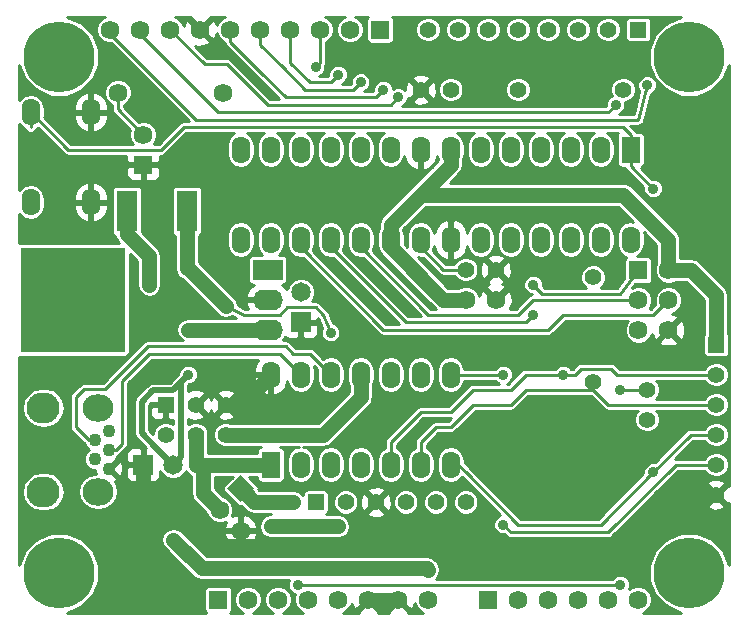
<source format=gtl>
G04 #@! TF.FileFunction,Copper,L1,Top,Signal*
%FSLAX46Y46*%
G04 Gerber Fmt 4.6, Leading zero omitted, Abs format (unit mm)*
G04 Created by KiCad (PCBNEW 4.0.2-stable) date 2016 March 27, Sunday 01:25:21*
%MOMM*%
G01*
G04 APERTURE LIST*
%ADD10C,0.150000*%
%ADD11C,1.100000*%
%ADD12O,2.600000X2.300000*%
%ADD13O,2.800000X2.600000*%
%ADD14C,1.588000*%
%ADD15R,1.588000X1.588000*%
%ADD16R,2.540000X1.750000*%
%ADD17O,2.540000X1.750000*%
%ADD18R,8.890000X8.890000*%
%ADD19C,1.397000*%
%ADD20R,1.397000X1.397000*%
%ADD21O,1.574800X2.286000*%
%ADD22R,1.574800X2.286000*%
%ADD23C,6.000000*%
%ADD24R,1.651000X1.651000*%
%ADD25C,1.651000*%
%ADD26R,1.780000X3.500000*%
%ADD27C,0.889000*%
%ADD28C,1.270000*%
%ADD29C,0.254000*%
%ADD30C,0.508000*%
G04 APERTURE END LIST*
D10*
D11*
X207910000Y-163830000D03*
X207910000Y-165430000D03*
X206710000Y-164630000D03*
X207910000Y-162230000D03*
X206710000Y-163030000D03*
D12*
X207010000Y-160280000D03*
X207010000Y-167380000D03*
D13*
X202360000Y-167380000D03*
X202360000Y-160280000D03*
D14*
X208661000Y-133604000D03*
X217551000Y-133604000D03*
X210820000Y-137160000D03*
D15*
X210820000Y-139700000D03*
D10*
G36*
X219075000Y-168236835D02*
X217952114Y-167113949D01*
X219075000Y-165991063D01*
X220197886Y-167113949D01*
X219075000Y-168236835D01*
X219075000Y-168236835D01*
G37*
D14*
X217278949Y-168910000D03*
X219075000Y-170706051D03*
X238125000Y-151130000D03*
X240665000Y-151130000D03*
D15*
X252744000Y-148640013D03*
D14*
X255284000Y-148640013D03*
X252744000Y-151180013D03*
X255284000Y-151180013D03*
X252744000Y-153720013D03*
X255284000Y-153720013D03*
D15*
X230886000Y-128270000D03*
D14*
X228346000Y-128270000D03*
X225806000Y-128270000D03*
X223266000Y-128270000D03*
X220726000Y-128270000D03*
X218186000Y-128270000D03*
X215646000Y-128270000D03*
X213106000Y-128270000D03*
X210566000Y-128270000D03*
X208026000Y-128270000D03*
D15*
X240030000Y-176530000D03*
D14*
X242570000Y-176530000D03*
X245110000Y-176530000D03*
X247650000Y-176530000D03*
X250190000Y-176530000D03*
X252730000Y-176530000D03*
D15*
X217170000Y-176530000D03*
D14*
X219710000Y-176530000D03*
X222250000Y-176530000D03*
X224790000Y-176530000D03*
X227330000Y-176530000D03*
X229870000Y-176530000D03*
X232410000Y-176530000D03*
X234950000Y-176530000D03*
D16*
X221361000Y-148590000D03*
D17*
X221361000Y-153670000D03*
X221361000Y-151130000D03*
D18*
X204851000Y-151130000D03*
D19*
X215265000Y-162560000D03*
X215265000Y-160020000D03*
X217805000Y-162560000D03*
X217805000Y-160020000D03*
X236855000Y-133350000D03*
X234315000Y-133350000D03*
X238125000Y-148590000D03*
X240665000Y-148590000D03*
X253492000Y-158750000D03*
X253492000Y-161290000D03*
D20*
X212725000Y-160020000D03*
D19*
X212725000Y-162560000D03*
D20*
X252730000Y-128270000D03*
D19*
X250190000Y-128270000D03*
X247650000Y-128270000D03*
X245110000Y-128270000D03*
X242570000Y-128270000D03*
X240030000Y-128270000D03*
X237490000Y-128270000D03*
X234950000Y-128270000D03*
D20*
X259334000Y-154940000D03*
D19*
X259334000Y-157480000D03*
X259334000Y-160020000D03*
X259334000Y-162560000D03*
X259334000Y-165100000D03*
X259334000Y-167640000D03*
D20*
X225425000Y-168275000D03*
D19*
X227965000Y-168275000D03*
X230505000Y-168275000D03*
X233045000Y-168275000D03*
X235585000Y-168275000D03*
X238125000Y-168275000D03*
X251460000Y-133350000D03*
X242570000Y-133350000D03*
X248920000Y-149225000D03*
X248920000Y-158115000D03*
D21*
X201295000Y-135255000D03*
X206375000Y-135255000D03*
X201295000Y-142875000D03*
X206375000Y-142875000D03*
D22*
X221615000Y-165100000D03*
D21*
X224155000Y-165100000D03*
X226695000Y-165100000D03*
X229235000Y-165100000D03*
X231775000Y-165100000D03*
X234315000Y-165100000D03*
X236855000Y-165100000D03*
X236855000Y-157480000D03*
X234315000Y-157480000D03*
X231775000Y-157480000D03*
X229235000Y-157480000D03*
X226695000Y-157480000D03*
X224155000Y-157480000D03*
X221615000Y-157480000D03*
X249555000Y-138430000D03*
X247015000Y-138430000D03*
X244475000Y-138430000D03*
X241935000Y-138430000D03*
X239395000Y-138430000D03*
X236855000Y-138430000D03*
X234315000Y-138430000D03*
X231775000Y-138430000D03*
X229235000Y-138430000D03*
X226695000Y-138430000D03*
X224155000Y-138430000D03*
X221615000Y-138430000D03*
X219075000Y-138430000D03*
D22*
X252095000Y-138430000D03*
D21*
X219075000Y-146050000D03*
X221615000Y-146050000D03*
X224155000Y-146050000D03*
X226695000Y-146050000D03*
X229235000Y-146050000D03*
X231775000Y-146050000D03*
X234315000Y-146050000D03*
X236855000Y-146050000D03*
X239395000Y-146050000D03*
X241935000Y-146050000D03*
X244475000Y-146050000D03*
X247015000Y-146050000D03*
X249555000Y-146050000D03*
X252095000Y-146050000D03*
D23*
X203708000Y-130556000D03*
X257048000Y-130556000D03*
X203708000Y-174244000D03*
X257048000Y-174244000D03*
D24*
X224155000Y-153035000D03*
D25*
X224155000Y-150495000D03*
D24*
X210820000Y-165100000D03*
D25*
X213360000Y-165100000D03*
D26*
X209423000Y-143637000D03*
X214503000Y-143637000D03*
D27*
X221615000Y-170307000D03*
X227330000Y-170307000D03*
X246380000Y-157480000D03*
X225425000Y-131445000D03*
X227330000Y-132080000D03*
X243840000Y-152400000D03*
X243840000Y-149860000D03*
X229235000Y-132715000D03*
X231140000Y-133350000D03*
X250825000Y-134620000D03*
X253492000Y-132969000D03*
X232410000Y-133985000D03*
X241300000Y-157480000D03*
X241300000Y-170180000D03*
X254000000Y-165735000D03*
X214630000Y-153670000D03*
X234950000Y-173990000D03*
X214630000Y-157480000D03*
X213360000Y-171450000D03*
X211328000Y-149860000D03*
X251206000Y-175260000D03*
X251206000Y-158750000D03*
X223901000Y-175260000D03*
X254000000Y-141732000D03*
X230505000Y-171958000D03*
X232410000Y-171958000D03*
X256540000Y-167640000D03*
X256540000Y-155575000D03*
X241300000Y-155575000D03*
X214503000Y-148463000D03*
X226695000Y-153924000D03*
X217805000Y-151638000D03*
X223520000Y-168275000D03*
D28*
X217278949Y-168910000D02*
X215900000Y-167531051D01*
X215900000Y-167531051D02*
X215900000Y-165100000D01*
X227330000Y-170307000D02*
X221615000Y-170307000D01*
X259334000Y-154940000D02*
X259334000Y-150749000D01*
X257225013Y-148640013D02*
X255284000Y-148640013D01*
X259334000Y-150749000D02*
X257225013Y-148640013D01*
X255284000Y-148640013D02*
X255284000Y-146064000D01*
X251460000Y-142240000D02*
X234315000Y-142240000D01*
X255284000Y-146064000D02*
X251460000Y-142240000D01*
X221615000Y-165100000D02*
X219710000Y-165100000D01*
X219710000Y-165100000D02*
X215900000Y-165100000D01*
X215900000Y-165100000D02*
X215265000Y-165100000D01*
X215265000Y-165100000D02*
X215265000Y-162560000D01*
X238125000Y-151130000D02*
X236220000Y-151130000D01*
X236855000Y-139065000D02*
X236855000Y-139700000D01*
X236855000Y-139700000D02*
X234315000Y-142240000D01*
X234315000Y-142240000D02*
X231775000Y-144780000D01*
X231775000Y-146685000D02*
X231775000Y-146050000D01*
X236220000Y-151130000D02*
X231775000Y-146685000D01*
X231775000Y-144780000D02*
X231775000Y-145415000D01*
D29*
X250952000Y-157480000D02*
X250444000Y-156972000D01*
X246380000Y-157480000D02*
X247142000Y-157480000D01*
X250952000Y-157480000D02*
X259334000Y-157480000D01*
X247396000Y-157480000D02*
X247142000Y-157480000D01*
X247904000Y-156972000D02*
X247396000Y-157480000D01*
X250444000Y-156972000D02*
X247904000Y-156972000D01*
X238760000Y-158750000D02*
X236855000Y-160655000D01*
X243205000Y-157480000D02*
X241935000Y-158750000D01*
X241935000Y-158750000D02*
X238760000Y-158750000D01*
X246380000Y-157480000D02*
X243205000Y-157480000D01*
X231775000Y-163195000D02*
X231775000Y-165100000D01*
X234315000Y-160655000D02*
X231775000Y-163195000D01*
X236855000Y-160655000D02*
X234315000Y-160655000D01*
X246380000Y-157480000D02*
X246380000Y-157480000D01*
X225806000Y-129540000D02*
X225806000Y-131064000D01*
X225425000Y-131445000D02*
X225425000Y-131445000D01*
X225806000Y-131064000D02*
X225425000Y-131445000D01*
X225806000Y-128270000D02*
X225806000Y-129540000D01*
X225806000Y-129540000D02*
X225806000Y-129794000D01*
X255284000Y-151180013D02*
X255219987Y-151180013D01*
X224155000Y-146685000D02*
X224155000Y-146050000D01*
X224155000Y-146685000D02*
X231140000Y-153670000D01*
X243840000Y-153670000D02*
X231140000Y-153670000D01*
X245110000Y-153670000D02*
X243840000Y-153670000D01*
X246380000Y-152400000D02*
X245110000Y-153670000D01*
X254000000Y-152400000D02*
X246380000Y-152400000D01*
X255219987Y-151180013D02*
X254000000Y-152400000D01*
X223266000Y-128270000D02*
X223266000Y-131064000D01*
X226695000Y-132715000D02*
X227330000Y-132080000D01*
X224917000Y-132715000D02*
X226695000Y-132715000D01*
X223266000Y-131064000D02*
X224917000Y-132715000D01*
X252744000Y-148640013D02*
X252679987Y-148640013D01*
X251206000Y-150622000D02*
X244602000Y-150622000D01*
X244602000Y-150622000D02*
X243840000Y-149860000D01*
X252679987Y-148640013D02*
X251206000Y-150622000D01*
X243205000Y-153035000D02*
X243840000Y-152400000D01*
X243205000Y-153035000D02*
X233045000Y-153035000D01*
X226695000Y-146685000D02*
X233045000Y-153035000D01*
X226695000Y-146050000D02*
X226695000Y-146685000D01*
X220726000Y-128270000D02*
X220726000Y-129540000D01*
X220726000Y-129540000D02*
X222631000Y-131445000D01*
X224536000Y-133350000D02*
X224536000Y-133350000D01*
X228600000Y-133350000D02*
X224536000Y-133350000D01*
X229235000Y-132715000D02*
X228600000Y-133350000D01*
X224536000Y-133350000D02*
X222631000Y-131445000D01*
X252744000Y-151180013D02*
X243789987Y-151180013D01*
X229235000Y-146685000D02*
X229235000Y-146050000D01*
X229235000Y-146685000D02*
X234950000Y-152400000D01*
X242570000Y-152400000D02*
X234950000Y-152400000D01*
X243789987Y-151180013D02*
X242570000Y-152400000D01*
X222885000Y-133985000D02*
X230505000Y-133985000D01*
X230505000Y-133985000D02*
X230632000Y-133858000D01*
X220726000Y-131826000D02*
X222885000Y-133985000D01*
X222885000Y-133985000D02*
X222758000Y-133858000D01*
X231140000Y-133350000D02*
X230505000Y-133985000D01*
X218186000Y-128270000D02*
X218186000Y-129286000D01*
X218186000Y-129286000D02*
X220726000Y-131826000D01*
X210566000Y-128270000D02*
X210566000Y-128651000D01*
X210566000Y-128651000D02*
X217170000Y-135255000D01*
X250190000Y-135255000D02*
X250825000Y-134620000D01*
X231775000Y-135255000D02*
X217170000Y-135255000D01*
X250190000Y-135255000D02*
X231775000Y-135255000D01*
X210566000Y-128270000D02*
X210566000Y-128651000D01*
X249555000Y-135890000D02*
X252730000Y-135890000D01*
X252730000Y-135890000D02*
X253492000Y-132969000D01*
X245745000Y-135890000D02*
X215265000Y-135890000D01*
X208026000Y-128651000D02*
X215265000Y-135890000D01*
X208026000Y-128270000D02*
X208026000Y-128651000D01*
X245745000Y-135890000D02*
X249555000Y-135890000D01*
X213106000Y-128270000D02*
X216027000Y-131191000D01*
X217932000Y-131191000D02*
X221361000Y-134620000D01*
X216027000Y-131191000D02*
X217932000Y-131191000D01*
X238125000Y-148590000D02*
X236220000Y-148590000D01*
X232410000Y-133985000D02*
X231775000Y-134620000D01*
X231775000Y-134620000D02*
X221361000Y-134620000D01*
X213106000Y-128651000D02*
X213106000Y-128270000D01*
X234315000Y-146685000D02*
X234315000Y-146050000D01*
X236220000Y-148590000D02*
X234315000Y-146685000D01*
X207910000Y-163830000D02*
X208534000Y-163830000D01*
X208534000Y-163830000D02*
X209042000Y-163322000D01*
X209042000Y-157988000D02*
X211328000Y-155702000D01*
X209042000Y-163322000D02*
X209042000Y-157988000D01*
X211328000Y-155702000D02*
X217170000Y-155702000D01*
X217170000Y-155702000D02*
X222377000Y-155702000D01*
X222377000Y-155702000D02*
X224155000Y-157480000D01*
X217170000Y-155702000D02*
X217297000Y-155702000D01*
X224155000Y-157099000D02*
X224155000Y-157480000D01*
X224790000Y-155702000D02*
X224917000Y-155702000D01*
X224917000Y-155702000D02*
X226695000Y-157480000D01*
X222758000Y-155067000D02*
X222885000Y-155067000D01*
X222885000Y-155067000D02*
X223520000Y-155702000D01*
X223520000Y-155702000D02*
X224790000Y-155702000D01*
X224790000Y-155702000D02*
X224818222Y-155702000D01*
X224818222Y-155702000D02*
X224663000Y-155702000D01*
X211074000Y-155194000D02*
X211201000Y-155067000D01*
X211201000Y-155067000D02*
X222758000Y-155067000D01*
X226695000Y-157480000D02*
X226695000Y-157099000D01*
X206210000Y-163030000D02*
X205105000Y-161925000D01*
X205105000Y-159385000D02*
X205105000Y-161925000D01*
X205803500Y-158686500D02*
X205105000Y-159385000D01*
X210566000Y-155702000D02*
X211074000Y-155194000D01*
X226695000Y-157099000D02*
X226695000Y-157480000D01*
X206710000Y-163030000D02*
X206210000Y-163030000D01*
X207581500Y-158686500D02*
X210566000Y-155702000D01*
X205803500Y-158686500D02*
X207581500Y-158686500D01*
X259334000Y-165100000D02*
X255905000Y-165100000D01*
X250190000Y-170815000D02*
X241935000Y-170815000D01*
X241935000Y-170815000D02*
X241300000Y-170180000D01*
X255905000Y-165100000D02*
X250190000Y-170815000D01*
X241300000Y-157480000D02*
X240030000Y-157480000D01*
X240030000Y-157480000D02*
X236220000Y-157480000D01*
X236855000Y-165100000D02*
X237490000Y-165100000D01*
X249555000Y-170180000D02*
X242570000Y-170180000D01*
X242570000Y-170180000D02*
X238125000Y-165735000D01*
X249555000Y-170180000D02*
X254000000Y-165735000D01*
X237490000Y-165100000D02*
X238125000Y-165735000D01*
X257175000Y-162560000D02*
X259334000Y-162560000D01*
X254000000Y-165735000D02*
X257175000Y-162560000D01*
X248920000Y-158750000D02*
X243205000Y-158750000D01*
X241935000Y-160020000D02*
X243205000Y-158750000D01*
X259334000Y-160020000D02*
X250190000Y-160020000D01*
X250190000Y-160020000D02*
X248920000Y-158750000D01*
X236855000Y-161925000D02*
X238760000Y-160020000D01*
X238760000Y-160020000D02*
X241935000Y-160020000D01*
X235585000Y-161925000D02*
X236855000Y-161925000D01*
X234315000Y-163195000D02*
X235585000Y-161925000D01*
X234315000Y-163195000D02*
X234315000Y-164465000D01*
D28*
X221615000Y-153670000D02*
X214630000Y-153670000D01*
X234823000Y-173863000D02*
X224028000Y-173863000D01*
X234950000Y-173990000D02*
X234823000Y-173863000D01*
X224028000Y-173863000D02*
X215773000Y-173863000D01*
D30*
X213309200Y-158800800D02*
X214630000Y-157480000D01*
X213995000Y-158115000D02*
X214630000Y-157480000D01*
D28*
X215773000Y-173863000D02*
X213360000Y-171450000D01*
D30*
X213995000Y-164465000D02*
X213995000Y-158115000D01*
X213360000Y-165100000D02*
X211836000Y-163576000D01*
X211836000Y-163576000D02*
X210693000Y-162433000D01*
X210693000Y-162433000D02*
X210693000Y-159766000D01*
X213995000Y-164465000D02*
X213360000Y-165100000D01*
X211658200Y-158800800D02*
X213309200Y-158800800D01*
X210693000Y-159766000D02*
X211658200Y-158800800D01*
D28*
X209423000Y-145542000D02*
X209423000Y-143637000D01*
X211328000Y-147447000D02*
X209423000Y-145542000D01*
X211328000Y-149860000D02*
X211328000Y-147447000D01*
D29*
X215900000Y-136525000D02*
X214249000Y-136525000D01*
X252095000Y-137160000D02*
X251460000Y-136525000D01*
X251460000Y-136525000D02*
X215900000Y-136525000D01*
X252095000Y-138430000D02*
X252095000Y-137160000D01*
X204470000Y-138430000D02*
X201295000Y-135255000D01*
X212344000Y-138430000D02*
X204470000Y-138430000D01*
X214249000Y-136525000D02*
X212344000Y-138430000D01*
X231267000Y-175260000D02*
X223901000Y-175260000D01*
X231267000Y-175260000D02*
X251206000Y-175260000D01*
X253492000Y-158750000D02*
X251206000Y-158750000D01*
X252095000Y-139827000D02*
X252095000Y-138430000D01*
X254000000Y-141732000D02*
X252095000Y-139827000D01*
X201295000Y-135255000D02*
X201295000Y-136525000D01*
D28*
X210820000Y-165100000D02*
X210820000Y-167513000D01*
X210820000Y-167513000D02*
X213233000Y-167513000D01*
X224663000Y-171958000D02*
X217678000Y-171958000D01*
X229870000Y-171958000D02*
X224663000Y-171958000D01*
X217678000Y-171958000D02*
X213233000Y-167513000D01*
X230505000Y-171958000D02*
X229870000Y-171958000D01*
X229870000Y-171958000D02*
X232410000Y-171958000D01*
X232410000Y-171958000D02*
X247142000Y-171958000D01*
X250952000Y-171958000D02*
X247142000Y-171958000D01*
X255270000Y-167640000D02*
X256540000Y-167640000D01*
X255270000Y-167640000D02*
X250952000Y-171958000D01*
D29*
X221361000Y-151130000D02*
X222250000Y-151130000D01*
D28*
X217805000Y-160020000D02*
X219075000Y-160020000D01*
X219075000Y-160020000D02*
X221615000Y-157480000D01*
X232410000Y-176530000D02*
X229870000Y-176530000D01*
X241300000Y-155575000D02*
X256540000Y-155575000D01*
X259334000Y-167640000D02*
X256540000Y-167640000D01*
X229235000Y-157480000D02*
X229235000Y-159385000D01*
X226060000Y-162560000D02*
X217805000Y-162560000D01*
X229235000Y-159385000D02*
X226060000Y-162560000D01*
D29*
X208661000Y-133604000D02*
X208661000Y-135001000D01*
X208661000Y-135001000D02*
X210820000Y-137160000D01*
D28*
X214503000Y-148463000D02*
X214503000Y-148336000D01*
X214503000Y-143637000D02*
X214503000Y-148336000D01*
X214503000Y-148336000D02*
X217805000Y-151638000D01*
D29*
X225425000Y-151765000D02*
X226060000Y-152400000D01*
X226060000Y-152400000D02*
X226695000Y-153924000D01*
X217805000Y-151638000D02*
X219329000Y-152400000D01*
X219329000Y-152400000D02*
X222377000Y-152400000D01*
X222377000Y-152400000D02*
X223012000Y-151765000D01*
X223012000Y-151765000D02*
X225425000Y-151765000D01*
D28*
X220236051Y-168275000D02*
X219075000Y-167113949D01*
X223520000Y-168275000D02*
X220236051Y-168275000D01*
D29*
G36*
X232603748Y-176515858D02*
X232589605Y-176530000D01*
X233413398Y-177353793D01*
X233658896Y-177280396D01*
X233812234Y-176853303D01*
X233953302Y-177194715D01*
X234283547Y-177525536D01*
X234518266Y-177623000D01*
X233207005Y-177623000D01*
X233233793Y-177533398D01*
X232410000Y-176709605D01*
X231586207Y-177533398D01*
X231612995Y-177623000D01*
X230667005Y-177623000D01*
X230693793Y-177533398D01*
X229870000Y-176709605D01*
X229046207Y-177533398D01*
X229072995Y-177623000D01*
X227761646Y-177623000D01*
X227994715Y-177526698D01*
X228325536Y-177196453D01*
X228456248Y-176881663D01*
X228456288Y-176882493D01*
X228621104Y-177280396D01*
X228866602Y-177353793D01*
X229690395Y-176530000D01*
X229676253Y-176515858D01*
X229855858Y-176336253D01*
X229870000Y-176350395D01*
X229884143Y-176336253D01*
X230063748Y-176515858D01*
X230049605Y-176530000D01*
X230873398Y-177353793D01*
X231118896Y-177280396D01*
X231138494Y-177225810D01*
X231161104Y-177280396D01*
X231406602Y-177353793D01*
X232230395Y-176530000D01*
X232216253Y-176515858D01*
X232395858Y-176336253D01*
X232410000Y-176350395D01*
X232424143Y-176336253D01*
X232603748Y-176515858D01*
X232603748Y-176515858D01*
G37*
X232603748Y-176515858D02*
X232589605Y-176530000D01*
X233413398Y-177353793D01*
X233658896Y-177280396D01*
X233812234Y-176853303D01*
X233953302Y-177194715D01*
X234283547Y-177525536D01*
X234518266Y-177623000D01*
X233207005Y-177623000D01*
X233233793Y-177533398D01*
X232410000Y-176709605D01*
X231586207Y-177533398D01*
X231612995Y-177623000D01*
X230667005Y-177623000D01*
X230693793Y-177533398D01*
X229870000Y-176709605D01*
X229046207Y-177533398D01*
X229072995Y-177623000D01*
X227761646Y-177623000D01*
X227994715Y-177526698D01*
X228325536Y-177196453D01*
X228456248Y-176881663D01*
X228456288Y-176882493D01*
X228621104Y-177280396D01*
X228866602Y-177353793D01*
X229690395Y-176530000D01*
X229676253Y-176515858D01*
X229855858Y-176336253D01*
X229870000Y-176350395D01*
X229884143Y-176336253D01*
X230063748Y-176515858D01*
X230049605Y-176530000D01*
X230873398Y-177353793D01*
X231118896Y-177280396D01*
X231138494Y-177225810D01*
X231161104Y-177280396D01*
X231406602Y-177353793D01*
X232230395Y-176530000D01*
X232216253Y-176515858D01*
X232395858Y-176336253D01*
X232410000Y-176350395D01*
X232424143Y-176336253D01*
X232603748Y-176515858D01*
G36*
X227681285Y-127273302D02*
X227350464Y-127603547D01*
X227171204Y-128035253D01*
X227170796Y-128502697D01*
X227349302Y-128934715D01*
X227679547Y-129265536D01*
X228111253Y-129444796D01*
X228578697Y-129445204D01*
X229010715Y-129266698D01*
X229341536Y-128936453D01*
X229520796Y-128504747D01*
X229521204Y-128037303D01*
X229342698Y-127605285D01*
X229012453Y-127274464D01*
X228777734Y-127177000D01*
X229853065Y-127177000D01*
X229821135Y-127197546D01*
X229734141Y-127324866D01*
X229703536Y-127476000D01*
X229703536Y-129064000D01*
X229730103Y-129205190D01*
X229813546Y-129334865D01*
X229940866Y-129421859D01*
X230092000Y-129452464D01*
X231680000Y-129452464D01*
X231821190Y-129425897D01*
X231950865Y-129342454D01*
X232037859Y-129215134D01*
X232068464Y-129064000D01*
X232068464Y-128483784D01*
X233870313Y-128483784D01*
X234034311Y-128880689D01*
X234337714Y-129184622D01*
X234734332Y-129349313D01*
X235163784Y-129349687D01*
X235560689Y-129185689D01*
X235864622Y-128882286D01*
X236029313Y-128485668D01*
X236029314Y-128483784D01*
X236410313Y-128483784D01*
X236574311Y-128880689D01*
X236877714Y-129184622D01*
X237274332Y-129349313D01*
X237703784Y-129349687D01*
X238100689Y-129185689D01*
X238404622Y-128882286D01*
X238569313Y-128485668D01*
X238569314Y-128483784D01*
X238950313Y-128483784D01*
X239114311Y-128880689D01*
X239417714Y-129184622D01*
X239814332Y-129349313D01*
X240243784Y-129349687D01*
X240640689Y-129185689D01*
X240944622Y-128882286D01*
X241109313Y-128485668D01*
X241109314Y-128483784D01*
X241490313Y-128483784D01*
X241654311Y-128880689D01*
X241957714Y-129184622D01*
X242354332Y-129349313D01*
X242783784Y-129349687D01*
X243180689Y-129185689D01*
X243484622Y-128882286D01*
X243649313Y-128485668D01*
X243649314Y-128483784D01*
X244030313Y-128483784D01*
X244194311Y-128880689D01*
X244497714Y-129184622D01*
X244894332Y-129349313D01*
X245323784Y-129349687D01*
X245720689Y-129185689D01*
X246024622Y-128882286D01*
X246189313Y-128485668D01*
X246189314Y-128483784D01*
X246570313Y-128483784D01*
X246734311Y-128880689D01*
X247037714Y-129184622D01*
X247434332Y-129349313D01*
X247863784Y-129349687D01*
X248260689Y-129185689D01*
X248564622Y-128882286D01*
X248729313Y-128485668D01*
X248729314Y-128483784D01*
X249110313Y-128483784D01*
X249274311Y-128880689D01*
X249577714Y-129184622D01*
X249974332Y-129349313D01*
X250403784Y-129349687D01*
X250800689Y-129185689D01*
X251104622Y-128882286D01*
X251269313Y-128485668D01*
X251269687Y-128056216D01*
X251105689Y-127659311D01*
X251018032Y-127571500D01*
X251643036Y-127571500D01*
X251643036Y-128968500D01*
X251669603Y-129109690D01*
X251753046Y-129239365D01*
X251880366Y-129326359D01*
X252031500Y-129356964D01*
X253428500Y-129356964D01*
X253569690Y-129330397D01*
X253699365Y-129246954D01*
X253786359Y-129119634D01*
X253816964Y-128968500D01*
X253816964Y-127571500D01*
X253790397Y-127430310D01*
X253706954Y-127300635D01*
X253579634Y-127213641D01*
X253428500Y-127183036D01*
X252031500Y-127183036D01*
X251890310Y-127209603D01*
X251760635Y-127293046D01*
X251673641Y-127420366D01*
X251643036Y-127571500D01*
X251018032Y-127571500D01*
X250802286Y-127355378D01*
X250405668Y-127190687D01*
X249976216Y-127190313D01*
X249579311Y-127354311D01*
X249275378Y-127657714D01*
X249110687Y-128054332D01*
X249110313Y-128483784D01*
X248729314Y-128483784D01*
X248729687Y-128056216D01*
X248565689Y-127659311D01*
X248262286Y-127355378D01*
X247865668Y-127190687D01*
X247436216Y-127190313D01*
X247039311Y-127354311D01*
X246735378Y-127657714D01*
X246570687Y-128054332D01*
X246570313Y-128483784D01*
X246189314Y-128483784D01*
X246189687Y-128056216D01*
X246025689Y-127659311D01*
X245722286Y-127355378D01*
X245325668Y-127190687D01*
X244896216Y-127190313D01*
X244499311Y-127354311D01*
X244195378Y-127657714D01*
X244030687Y-128054332D01*
X244030313Y-128483784D01*
X243649314Y-128483784D01*
X243649687Y-128056216D01*
X243485689Y-127659311D01*
X243182286Y-127355378D01*
X242785668Y-127190687D01*
X242356216Y-127190313D01*
X241959311Y-127354311D01*
X241655378Y-127657714D01*
X241490687Y-128054332D01*
X241490313Y-128483784D01*
X241109314Y-128483784D01*
X241109687Y-128056216D01*
X240945689Y-127659311D01*
X240642286Y-127355378D01*
X240245668Y-127190687D01*
X239816216Y-127190313D01*
X239419311Y-127354311D01*
X239115378Y-127657714D01*
X238950687Y-128054332D01*
X238950313Y-128483784D01*
X238569314Y-128483784D01*
X238569687Y-128056216D01*
X238405689Y-127659311D01*
X238102286Y-127355378D01*
X237705668Y-127190687D01*
X237276216Y-127190313D01*
X236879311Y-127354311D01*
X236575378Y-127657714D01*
X236410687Y-128054332D01*
X236410313Y-128483784D01*
X236029314Y-128483784D01*
X236029687Y-128056216D01*
X235865689Y-127659311D01*
X235562286Y-127355378D01*
X235165668Y-127190687D01*
X234736216Y-127190313D01*
X234339311Y-127354311D01*
X234035378Y-127657714D01*
X233870687Y-128054332D01*
X233870313Y-128483784D01*
X232068464Y-128483784D01*
X232068464Y-127476000D01*
X232041897Y-127334810D01*
X231958454Y-127205135D01*
X231917277Y-127177000D01*
X256372169Y-127177000D01*
X255135319Y-127688056D01*
X254183399Y-128638317D01*
X253667588Y-129880527D01*
X253666414Y-131225572D01*
X254180056Y-132468681D01*
X255130317Y-133420601D01*
X256372527Y-133936412D01*
X257717572Y-133937586D01*
X258960681Y-133423944D01*
X259912601Y-132473683D01*
X260427000Y-131234873D01*
X260427000Y-166926974D01*
X260268188Y-166885417D01*
X259513605Y-167640000D01*
X260268188Y-168394583D01*
X260427000Y-168353026D01*
X260427000Y-173568169D01*
X259915944Y-172331319D01*
X258965683Y-171379399D01*
X257723473Y-170863588D01*
X256378428Y-170862414D01*
X255135319Y-171376056D01*
X254183399Y-172326317D01*
X253667588Y-173568527D01*
X253666414Y-174913572D01*
X254180056Y-176156681D01*
X255130317Y-177108601D01*
X256369127Y-177623000D01*
X253161646Y-177623000D01*
X253394715Y-177526698D01*
X253725536Y-177196453D01*
X253904796Y-176764747D01*
X253905204Y-176297303D01*
X253726698Y-175865285D01*
X253396453Y-175534464D01*
X252964747Y-175355204D01*
X252497303Y-175354796D01*
X252065285Y-175533302D01*
X251930472Y-175667880D01*
X252031357Y-175424923D01*
X252031643Y-175096518D01*
X251906233Y-174793002D01*
X251674219Y-174560583D01*
X251370923Y-174434643D01*
X251042518Y-174434357D01*
X250739002Y-174559767D01*
X250546433Y-174752000D01*
X235603198Y-174752000D01*
X235668420Y-174708420D01*
X235888662Y-174378807D01*
X235965999Y-173990000D01*
X235888662Y-173601193D01*
X235668420Y-173271579D01*
X235541420Y-173144580D01*
X235211807Y-172924338D01*
X235147300Y-172911507D01*
X234823000Y-172847000D01*
X216193841Y-172847000D01*
X214405385Y-171058544D01*
X217661287Y-171058544D01*
X217903793Y-171572717D01*
X218324605Y-171954947D01*
X218722507Y-172119764D01*
X218948000Y-171998070D01*
X218948000Y-170833051D01*
X219202000Y-170833051D01*
X219202000Y-171998070D01*
X219427493Y-172119764D01*
X219941666Y-171877258D01*
X220323896Y-171456446D01*
X220488713Y-171058544D01*
X220367019Y-170833051D01*
X219202000Y-170833051D01*
X218948000Y-170833051D01*
X217782981Y-170833051D01*
X217661287Y-171058544D01*
X214405385Y-171058544D01*
X214078420Y-170731580D01*
X213748807Y-170511338D01*
X213360000Y-170434001D01*
X212971193Y-170511338D01*
X212641580Y-170731580D01*
X212421338Y-171061193D01*
X212344001Y-171450000D01*
X212421338Y-171838807D01*
X212641580Y-172168420D01*
X215054579Y-174581420D01*
X215176578Y-174662937D01*
X215384194Y-174801662D01*
X215773000Y-174879000D01*
X223165366Y-174879000D01*
X223075643Y-175095077D01*
X223075357Y-175423482D01*
X223200767Y-175726998D01*
X223432781Y-175959417D01*
X223707319Y-176073416D01*
X223615204Y-176295253D01*
X223614796Y-176762697D01*
X223793302Y-177194715D01*
X224123547Y-177525536D01*
X224358266Y-177623000D01*
X222681646Y-177623000D01*
X222914715Y-177526698D01*
X223245536Y-177196453D01*
X223424796Y-176764747D01*
X223425204Y-176297303D01*
X223246698Y-175865285D01*
X222916453Y-175534464D01*
X222484747Y-175355204D01*
X222017303Y-175354796D01*
X221585285Y-175533302D01*
X221254464Y-175863547D01*
X221075204Y-176295253D01*
X221074796Y-176762697D01*
X221253302Y-177194715D01*
X221583547Y-177525536D01*
X221818266Y-177623000D01*
X220141646Y-177623000D01*
X220374715Y-177526698D01*
X220705536Y-177196453D01*
X220884796Y-176764747D01*
X220885204Y-176297303D01*
X220706698Y-175865285D01*
X220376453Y-175534464D01*
X219944747Y-175355204D01*
X219477303Y-175354796D01*
X219045285Y-175533302D01*
X218714464Y-175863547D01*
X218535204Y-176295253D01*
X218534796Y-176762697D01*
X218713302Y-177194715D01*
X219043547Y-177525536D01*
X219278266Y-177623000D01*
X218202935Y-177623000D01*
X218234865Y-177602454D01*
X218321859Y-177475134D01*
X218352464Y-177324000D01*
X218352464Y-175736000D01*
X218325897Y-175594810D01*
X218242454Y-175465135D01*
X218115134Y-175378141D01*
X217964000Y-175347536D01*
X216376000Y-175347536D01*
X216234810Y-175374103D01*
X216105135Y-175457546D01*
X216018141Y-175584866D01*
X215987536Y-175736000D01*
X215987536Y-177324000D01*
X216014103Y-177465190D01*
X216097546Y-177594865D01*
X216138723Y-177623000D01*
X204383831Y-177623000D01*
X205620681Y-177111944D01*
X206572601Y-176161683D01*
X207088412Y-174919473D01*
X207089586Y-173574428D01*
X206575944Y-172331319D01*
X205625683Y-171379399D01*
X204383473Y-170863588D01*
X203038428Y-170862414D01*
X201795319Y-171376056D01*
X200843399Y-172326317D01*
X200329000Y-173565127D01*
X200329000Y-167380000D01*
X200544108Y-167380000D01*
X200672067Y-168023291D01*
X201036462Y-168568646D01*
X201581817Y-168933041D01*
X202225108Y-169061000D01*
X202494892Y-169061000D01*
X203138183Y-168933041D01*
X203683538Y-168568646D01*
X204047933Y-168023291D01*
X204175892Y-167380000D01*
X204047933Y-166736709D01*
X203683538Y-166191354D01*
X203138183Y-165826959D01*
X202494892Y-165699000D01*
X202225108Y-165699000D01*
X201581817Y-165826959D01*
X201036462Y-166191354D01*
X200672067Y-166736709D01*
X200544108Y-167380000D01*
X200329000Y-167380000D01*
X200329000Y-160280000D01*
X200544108Y-160280000D01*
X200672067Y-160923291D01*
X201036462Y-161468646D01*
X201581817Y-161833041D01*
X202225108Y-161961000D01*
X202494892Y-161961000D01*
X203138183Y-161833041D01*
X203683538Y-161468646D01*
X204047933Y-160923291D01*
X204175892Y-160280000D01*
X204047933Y-159636709D01*
X203879747Y-159385000D01*
X204597000Y-159385000D01*
X204597000Y-161925000D01*
X204635669Y-162119403D01*
X204745790Y-162284210D01*
X205850790Y-163389210D01*
X205851190Y-163389477D01*
X205920277Y-163556680D01*
X206181943Y-163818803D01*
X206208551Y-163829852D01*
X206183320Y-163840277D01*
X205921197Y-164101943D01*
X205779162Y-164444000D01*
X205778839Y-164814375D01*
X205920277Y-165156680D01*
X206181943Y-165418803D01*
X206524000Y-165560838D01*
X206731076Y-165561019D01*
X206743137Y-165743396D01*
X206789939Y-165856385D01*
X206241179Y-165965540D01*
X205744487Y-166297420D01*
X205412607Y-166794112D01*
X205296067Y-167380000D01*
X205412607Y-167965888D01*
X205744487Y-168462580D01*
X206241179Y-168794460D01*
X206827067Y-168911000D01*
X207192933Y-168911000D01*
X207778821Y-168794460D01*
X208275513Y-168462580D01*
X208607393Y-167965888D01*
X208723933Y-167380000D01*
X208607393Y-166794112D01*
X208420925Y-166515044D01*
X208513492Y-166476701D01*
X208556828Y-166256433D01*
X207910000Y-165609605D01*
X207895858Y-165623748D01*
X207716253Y-165444143D01*
X207730395Y-165430000D01*
X208089605Y-165430000D01*
X208736433Y-166076828D01*
X208956701Y-166033492D01*
X209107972Y-165586999D01*
X209094663Y-165385750D01*
X209359500Y-165385750D01*
X209359500Y-166051810D01*
X209456173Y-166285199D01*
X209634802Y-166463827D01*
X209868191Y-166560500D01*
X210534250Y-166560500D01*
X210693000Y-166401750D01*
X210693000Y-165227000D01*
X209518250Y-165227000D01*
X209359500Y-165385750D01*
X209094663Y-165385750D01*
X209076863Y-165116604D01*
X208956701Y-164826508D01*
X208736433Y-164783172D01*
X208089605Y-165430000D01*
X207730395Y-165430000D01*
X207716253Y-165415858D01*
X207895858Y-165236253D01*
X207910000Y-165250395D01*
X208556828Y-164603567D01*
X208539761Y-164516821D01*
X208698803Y-164358057D01*
X208722719Y-164300462D01*
X208728403Y-164299331D01*
X208893210Y-164189210D01*
X208934230Y-164148190D01*
X209359500Y-164148190D01*
X209359500Y-164814250D01*
X209518250Y-164973000D01*
X210693000Y-164973000D01*
X210693000Y-163798250D01*
X210534250Y-163639500D01*
X209868191Y-163639500D01*
X209634802Y-163736173D01*
X209456173Y-163914801D01*
X209359500Y-164148190D01*
X208934230Y-164148190D01*
X209401210Y-163681211D01*
X209476497Y-163568536D01*
X209511331Y-163516403D01*
X209550000Y-163322000D01*
X209550000Y-159766000D01*
X210058000Y-159766000D01*
X210058000Y-162433000D01*
X210106336Y-162676004D01*
X210243987Y-162882013D01*
X211053612Y-163691638D01*
X210947000Y-163798250D01*
X210947000Y-164973000D01*
X210967000Y-164973000D01*
X210967000Y-165227000D01*
X210947000Y-165227000D01*
X210947000Y-166401750D01*
X211105750Y-166560500D01*
X211771809Y-166560500D01*
X212005198Y-166463827D01*
X212183827Y-166285199D01*
X212280500Y-166051810D01*
X212280500Y-165646806D01*
X212336582Y-165782535D01*
X212675680Y-166122225D01*
X213118959Y-166306290D01*
X213598935Y-166306709D01*
X214042535Y-166123418D01*
X214382225Y-165784320D01*
X214436484Y-165653650D01*
X214546580Y-165818420D01*
X214876194Y-166038662D01*
X214884000Y-166040215D01*
X214884000Y-167531051D01*
X214938846Y-167806781D01*
X214961338Y-167919858D01*
X215181580Y-168249471D01*
X216124122Y-169192014D01*
X216282251Y-169574715D01*
X216612496Y-169905536D01*
X217044202Y-170084796D01*
X217511646Y-170085204D01*
X217826661Y-169955042D01*
X217826104Y-169955656D01*
X217661287Y-170353558D01*
X217782981Y-170579051D01*
X218768392Y-170579051D01*
X218881251Y-170691910D01*
X219060859Y-170512302D01*
X218948000Y-170399443D01*
X218948000Y-169414032D01*
X219202000Y-169414032D01*
X219202000Y-170579051D01*
X220367019Y-170579051D01*
X220488713Y-170353558D01*
X220246207Y-169839385D01*
X219825395Y-169457155D01*
X219427493Y-169292338D01*
X219202000Y-169414032D01*
X218948000Y-169414032D01*
X218722507Y-169292338D01*
X218312081Y-169485913D01*
X218453745Y-169144747D01*
X218454153Y-168677303D01*
X218275647Y-168245285D01*
X217945402Y-167914464D01*
X217560378Y-167754588D01*
X216916000Y-167110211D01*
X216916000Y-166116000D01*
X218400691Y-166116000D01*
X217677428Y-166839263D01*
X217596378Y-166957885D01*
X217563687Y-167108582D01*
X217592202Y-167260125D01*
X217677428Y-167388635D01*
X218800314Y-168511521D01*
X218918936Y-168592571D01*
X219069633Y-168625262D01*
X219136829Y-168612618D01*
X219517630Y-168993420D01*
X219847244Y-169213662D01*
X219911751Y-169226493D01*
X220236051Y-169291000D01*
X221615000Y-169291000D01*
X221226194Y-169368338D01*
X220896580Y-169588580D01*
X220676338Y-169918194D01*
X220599000Y-170307000D01*
X220676338Y-170695806D01*
X220896580Y-171025420D01*
X221226194Y-171245662D01*
X221615000Y-171323000D01*
X227330000Y-171323000D01*
X227718806Y-171245662D01*
X228048420Y-171025420D01*
X228268662Y-170695806D01*
X228346000Y-170307000D01*
X228268662Y-169918194D01*
X228048420Y-169588580D01*
X227718806Y-169368338D01*
X227330000Y-169291000D01*
X226333685Y-169291000D01*
X226394365Y-169251954D01*
X226481359Y-169124634D01*
X226511964Y-168973500D01*
X226511964Y-168488784D01*
X226885313Y-168488784D01*
X227049311Y-168885689D01*
X227352714Y-169189622D01*
X227749332Y-169354313D01*
X228178784Y-169354687D01*
X228530918Y-169209188D01*
X229750417Y-169209188D01*
X229812071Y-169444800D01*
X230312480Y-169620927D01*
X230842199Y-169592148D01*
X231197929Y-169444800D01*
X231259583Y-169209188D01*
X230505000Y-168454605D01*
X229750417Y-169209188D01*
X228530918Y-169209188D01*
X228575689Y-169190689D01*
X228879622Y-168887286D01*
X229044313Y-168490668D01*
X229044668Y-168082480D01*
X229159073Y-168082480D01*
X229187852Y-168612199D01*
X229335200Y-168967929D01*
X229570812Y-169029583D01*
X230325395Y-168275000D01*
X230684605Y-168275000D01*
X231439188Y-169029583D01*
X231674800Y-168967929D01*
X231843442Y-168488784D01*
X231965313Y-168488784D01*
X232129311Y-168885689D01*
X232432714Y-169189622D01*
X232829332Y-169354313D01*
X233258784Y-169354687D01*
X233655689Y-169190689D01*
X233959622Y-168887286D01*
X234124313Y-168490668D01*
X234124314Y-168488784D01*
X234505313Y-168488784D01*
X234669311Y-168885689D01*
X234972714Y-169189622D01*
X235369332Y-169354313D01*
X235798784Y-169354687D01*
X236195689Y-169190689D01*
X236499622Y-168887286D01*
X236664313Y-168490668D01*
X236664314Y-168488784D01*
X237045313Y-168488784D01*
X237209311Y-168885689D01*
X237512714Y-169189622D01*
X237909332Y-169354313D01*
X238338784Y-169354687D01*
X238735689Y-169190689D01*
X239039622Y-168887286D01*
X239204313Y-168490668D01*
X239204687Y-168061216D01*
X239040689Y-167664311D01*
X238737286Y-167360378D01*
X238340668Y-167195687D01*
X237911216Y-167195313D01*
X237514311Y-167359311D01*
X237210378Y-167662714D01*
X237045687Y-168059332D01*
X237045313Y-168488784D01*
X236664314Y-168488784D01*
X236664687Y-168061216D01*
X236500689Y-167664311D01*
X236197286Y-167360378D01*
X235800668Y-167195687D01*
X235371216Y-167195313D01*
X234974311Y-167359311D01*
X234670378Y-167662714D01*
X234505687Y-168059332D01*
X234505313Y-168488784D01*
X234124314Y-168488784D01*
X234124687Y-168061216D01*
X233960689Y-167664311D01*
X233657286Y-167360378D01*
X233260668Y-167195687D01*
X232831216Y-167195313D01*
X232434311Y-167359311D01*
X232130378Y-167662714D01*
X231965687Y-168059332D01*
X231965313Y-168488784D01*
X231843442Y-168488784D01*
X231850927Y-168467520D01*
X231822148Y-167937801D01*
X231674800Y-167582071D01*
X231439188Y-167520417D01*
X230684605Y-168275000D01*
X230325395Y-168275000D01*
X229570812Y-167520417D01*
X229335200Y-167582071D01*
X229159073Y-168082480D01*
X229044668Y-168082480D01*
X229044687Y-168061216D01*
X228880689Y-167664311D01*
X228577286Y-167360378D01*
X228530167Y-167340812D01*
X229750417Y-167340812D01*
X230505000Y-168095395D01*
X231259583Y-167340812D01*
X231197929Y-167105200D01*
X230697520Y-166929073D01*
X230167801Y-166957852D01*
X229812071Y-167105200D01*
X229750417Y-167340812D01*
X228530167Y-167340812D01*
X228180668Y-167195687D01*
X227751216Y-167195313D01*
X227354311Y-167359311D01*
X227050378Y-167662714D01*
X226885687Y-168059332D01*
X226885313Y-168488784D01*
X226511964Y-168488784D01*
X226511964Y-167576500D01*
X226485397Y-167435310D01*
X226401954Y-167305635D01*
X226274634Y-167218641D01*
X226123500Y-167188036D01*
X224726500Y-167188036D01*
X224585310Y-167214603D01*
X224455635Y-167298046D01*
X224368641Y-167425366D01*
X224338036Y-167576500D01*
X224338036Y-167705665D01*
X224238420Y-167556580D01*
X223908806Y-167336338D01*
X223520000Y-167259000D01*
X220656892Y-167259000D01*
X220573994Y-167176103D01*
X220586313Y-167119316D01*
X220557798Y-166967773D01*
X220472572Y-166839263D01*
X219749309Y-166116000D01*
X220439136Y-166116000D01*
X220439136Y-166243000D01*
X220465703Y-166384190D01*
X220549146Y-166513865D01*
X220676466Y-166600859D01*
X220827600Y-166631464D01*
X222402400Y-166631464D01*
X222543590Y-166604897D01*
X222673265Y-166521454D01*
X222760259Y-166394134D01*
X222790864Y-166243000D01*
X222790864Y-163957000D01*
X222764297Y-163815810D01*
X222680854Y-163686135D01*
X222553534Y-163599141D01*
X222439259Y-163576000D01*
X224004899Y-163576000D01*
X223707873Y-163635082D01*
X223328816Y-163888359D01*
X223075539Y-164267416D01*
X222986600Y-164714543D01*
X222986600Y-165485457D01*
X223075539Y-165932584D01*
X223328816Y-166311641D01*
X223707873Y-166564918D01*
X224155000Y-166653857D01*
X224602127Y-166564918D01*
X224981184Y-166311641D01*
X225234461Y-165932584D01*
X225323400Y-165485457D01*
X225323400Y-164714543D01*
X225526600Y-164714543D01*
X225526600Y-165485457D01*
X225615539Y-165932584D01*
X225868816Y-166311641D01*
X226247873Y-166564918D01*
X226695000Y-166653857D01*
X227142127Y-166564918D01*
X227521184Y-166311641D01*
X227774461Y-165932584D01*
X227863400Y-165485457D01*
X227863400Y-164714543D01*
X228066600Y-164714543D01*
X228066600Y-165485457D01*
X228155539Y-165932584D01*
X228408816Y-166311641D01*
X228787873Y-166564918D01*
X229235000Y-166653857D01*
X229682127Y-166564918D01*
X230061184Y-166311641D01*
X230314461Y-165932584D01*
X230403400Y-165485457D01*
X230403400Y-164714543D01*
X230606600Y-164714543D01*
X230606600Y-165485457D01*
X230695539Y-165932584D01*
X230948816Y-166311641D01*
X231327873Y-166564918D01*
X231775000Y-166653857D01*
X232222127Y-166564918D01*
X232601184Y-166311641D01*
X232854461Y-165932584D01*
X232943400Y-165485457D01*
X232943400Y-164714543D01*
X232854461Y-164267416D01*
X232601184Y-163888359D01*
X232283000Y-163675756D01*
X232283000Y-163405420D01*
X234525421Y-161163000D01*
X236855000Y-161163000D01*
X236909401Y-161152179D01*
X236644580Y-161417000D01*
X235585000Y-161417000D01*
X235422850Y-161449254D01*
X235390596Y-161455669D01*
X235225790Y-161565790D01*
X233955790Y-162835790D01*
X233845669Y-163000597D01*
X233807000Y-163195000D01*
X233807000Y-163675756D01*
X233488816Y-163888359D01*
X233235539Y-164267416D01*
X233146600Y-164714543D01*
X233146600Y-165485457D01*
X233235539Y-165932584D01*
X233488816Y-166311641D01*
X233867873Y-166564918D01*
X234315000Y-166653857D01*
X234762127Y-166564918D01*
X235141184Y-166311641D01*
X235394461Y-165932584D01*
X235483400Y-165485457D01*
X235483400Y-164714543D01*
X235686600Y-164714543D01*
X235686600Y-165485457D01*
X235775539Y-165932584D01*
X236028816Y-166311641D01*
X236407873Y-166564918D01*
X236855000Y-166653857D01*
X237302127Y-166564918D01*
X237681184Y-166311641D01*
X237802163Y-166130583D01*
X241058269Y-169386689D01*
X240833002Y-169479767D01*
X240600583Y-169711781D01*
X240474643Y-170015077D01*
X240474357Y-170343482D01*
X240599767Y-170646998D01*
X240831781Y-170879417D01*
X241135077Y-171005357D01*
X241407173Y-171005594D01*
X241575790Y-171174211D01*
X241740597Y-171284331D01*
X241935000Y-171323000D01*
X250190000Y-171323000D01*
X250384403Y-171284331D01*
X250549210Y-171174210D01*
X253149232Y-168574188D01*
X258579417Y-168574188D01*
X258641071Y-168809800D01*
X259141480Y-168985927D01*
X259671199Y-168957148D01*
X260026929Y-168809800D01*
X260088583Y-168574188D01*
X259334000Y-167819605D01*
X258579417Y-168574188D01*
X253149232Y-168574188D01*
X254275940Y-167447480D01*
X257988073Y-167447480D01*
X258016852Y-167977199D01*
X258164200Y-168332929D01*
X258399812Y-168394583D01*
X259154395Y-167640000D01*
X258399812Y-166885417D01*
X258164200Y-166947071D01*
X257988073Y-167447480D01*
X254275940Y-167447480D01*
X255017608Y-166705812D01*
X258579417Y-166705812D01*
X259334000Y-167460395D01*
X260088583Y-166705812D01*
X260026929Y-166470200D01*
X259526520Y-166294073D01*
X258996801Y-166322852D01*
X258641071Y-166470200D01*
X258579417Y-166705812D01*
X255017608Y-166705812D01*
X256115421Y-165608000D01*
X258375881Y-165608000D01*
X258418311Y-165710689D01*
X258721714Y-166014622D01*
X259118332Y-166179313D01*
X259547784Y-166179687D01*
X259944689Y-166015689D01*
X260248622Y-165712286D01*
X260413313Y-165315668D01*
X260413687Y-164886216D01*
X260249689Y-164489311D01*
X259946286Y-164185378D01*
X259549668Y-164020687D01*
X259120216Y-164020313D01*
X258723311Y-164184311D01*
X258419378Y-164487714D01*
X258376074Y-164592000D01*
X255905000Y-164592000D01*
X255850599Y-164602821D01*
X257385420Y-163068000D01*
X258375881Y-163068000D01*
X258418311Y-163170689D01*
X258721714Y-163474622D01*
X259118332Y-163639313D01*
X259547784Y-163639687D01*
X259944689Y-163475689D01*
X260248622Y-163172286D01*
X260413313Y-162775668D01*
X260413687Y-162346216D01*
X260249689Y-161949311D01*
X259946286Y-161645378D01*
X259549668Y-161480687D01*
X259120216Y-161480313D01*
X258723311Y-161644311D01*
X258419378Y-161947714D01*
X258376074Y-162052000D01*
X257175000Y-162052000D01*
X256980597Y-162090669D01*
X256815790Y-162200790D01*
X254106987Y-164909593D01*
X253836518Y-164909357D01*
X253533002Y-165034767D01*
X253300583Y-165266781D01*
X253174643Y-165570077D01*
X253174406Y-165842174D01*
X249344580Y-169672000D01*
X242780420Y-169672000D01*
X238484213Y-165375793D01*
X238484211Y-165375790D01*
X238023400Y-164914980D01*
X238023400Y-164714543D01*
X237934461Y-164267416D01*
X237681184Y-163888359D01*
X237302127Y-163635082D01*
X236855000Y-163546143D01*
X236407873Y-163635082D01*
X236028816Y-163888359D01*
X235775539Y-164267416D01*
X235686600Y-164714543D01*
X235483400Y-164714543D01*
X235394461Y-164267416D01*
X235141184Y-163888359D01*
X234823000Y-163675756D01*
X234823000Y-163405420D01*
X235795420Y-162433000D01*
X236855000Y-162433000D01*
X237049403Y-162394331D01*
X237214210Y-162284210D01*
X238970420Y-160528000D01*
X241935000Y-160528000D01*
X242129403Y-160489331D01*
X242294210Y-160379210D01*
X243415420Y-159258000D01*
X248709580Y-159258000D01*
X249830790Y-160379210D01*
X249995596Y-160489331D01*
X250027850Y-160495746D01*
X250190000Y-160528000D01*
X252727354Y-160528000D01*
X252577378Y-160677714D01*
X252412687Y-161074332D01*
X252412313Y-161503784D01*
X252576311Y-161900689D01*
X252879714Y-162204622D01*
X253276332Y-162369313D01*
X253705784Y-162369687D01*
X254102689Y-162205689D01*
X254406622Y-161902286D01*
X254571313Y-161505668D01*
X254571687Y-161076216D01*
X254407689Y-160679311D01*
X254256642Y-160528000D01*
X258375881Y-160528000D01*
X258418311Y-160630689D01*
X258721714Y-160934622D01*
X259118332Y-161099313D01*
X259547784Y-161099687D01*
X259944689Y-160935689D01*
X260248622Y-160632286D01*
X260413313Y-160235668D01*
X260413687Y-159806216D01*
X260249689Y-159409311D01*
X259946286Y-159105378D01*
X259549668Y-158940687D01*
X259120216Y-158940313D01*
X258723311Y-159104311D01*
X258419378Y-159407714D01*
X258376074Y-159512000D01*
X254256646Y-159512000D01*
X254406622Y-159362286D01*
X254571313Y-158965668D01*
X254571687Y-158536216D01*
X254407689Y-158139311D01*
X254256642Y-157988000D01*
X258375881Y-157988000D01*
X258418311Y-158090689D01*
X258721714Y-158394622D01*
X259118332Y-158559313D01*
X259547784Y-158559687D01*
X259944689Y-158395689D01*
X260248622Y-158092286D01*
X260413313Y-157695668D01*
X260413687Y-157266216D01*
X260249689Y-156869311D01*
X259946286Y-156565378D01*
X259549668Y-156400687D01*
X259120216Y-156400313D01*
X258723311Y-156564311D01*
X258419378Y-156867714D01*
X258376074Y-156972000D01*
X251162421Y-156972000D01*
X250803210Y-156612790D01*
X250638403Y-156502669D01*
X250444000Y-156464000D01*
X247904000Y-156464000D01*
X247709597Y-156502669D01*
X247709595Y-156502670D01*
X247709596Y-156502670D01*
X247544789Y-156612790D01*
X247185580Y-156972000D01*
X247039302Y-156972000D01*
X246848219Y-156780583D01*
X246544923Y-156654643D01*
X246216518Y-156654357D01*
X245913002Y-156779767D01*
X245720433Y-156972000D01*
X243205000Y-156972000D01*
X243042850Y-157004254D01*
X243010596Y-157010669D01*
X242845790Y-157120790D01*
X241724580Y-158242000D01*
X241617510Y-158242000D01*
X241766998Y-158180233D01*
X241999417Y-157948219D01*
X242125357Y-157644923D01*
X242125643Y-157316518D01*
X242000233Y-157013002D01*
X241768219Y-156780583D01*
X241464923Y-156654643D01*
X241136518Y-156654357D01*
X240833002Y-156779767D01*
X240640433Y-156972000D01*
X237999025Y-156972000D01*
X237934461Y-156647416D01*
X237681184Y-156268359D01*
X237302127Y-156015082D01*
X236855000Y-155926143D01*
X236407873Y-156015082D01*
X236028816Y-156268359D01*
X235775539Y-156647416D01*
X235686600Y-157094543D01*
X235686600Y-157865457D01*
X235775539Y-158312584D01*
X236028816Y-158691641D01*
X236407873Y-158944918D01*
X236855000Y-159033857D01*
X237302127Y-158944918D01*
X237681184Y-158691641D01*
X237934461Y-158312584D01*
X237999025Y-157988000D01*
X240640698Y-157988000D01*
X240831781Y-158179417D01*
X240982497Y-158242000D01*
X238760000Y-158242000D01*
X238565597Y-158280669D01*
X238400790Y-158390790D01*
X236644580Y-160147000D01*
X234315000Y-160147000D01*
X234120597Y-160185669D01*
X234083715Y-160210313D01*
X233955789Y-160295790D01*
X231415790Y-162835790D01*
X231305669Y-163000597D01*
X231267000Y-163195000D01*
X231267000Y-163675756D01*
X230948816Y-163888359D01*
X230695539Y-164267416D01*
X230606600Y-164714543D01*
X230403400Y-164714543D01*
X230314461Y-164267416D01*
X230061184Y-163888359D01*
X229682127Y-163635082D01*
X229235000Y-163546143D01*
X228787873Y-163635082D01*
X228408816Y-163888359D01*
X228155539Y-164267416D01*
X228066600Y-164714543D01*
X227863400Y-164714543D01*
X227774461Y-164267416D01*
X227521184Y-163888359D01*
X227142127Y-163635082D01*
X226695000Y-163546143D01*
X226247873Y-163635082D01*
X225868816Y-163888359D01*
X225615539Y-164267416D01*
X225526600Y-164714543D01*
X225323400Y-164714543D01*
X225234461Y-164267416D01*
X224981184Y-163888359D01*
X224602127Y-163635082D01*
X224305101Y-163576000D01*
X226060000Y-163576000D01*
X226384300Y-163511493D01*
X226448807Y-163498662D01*
X226778420Y-163278420D01*
X229953420Y-160103421D01*
X230173662Y-159773807D01*
X230212331Y-159579403D01*
X230251000Y-159385000D01*
X230251000Y-158407560D01*
X230314461Y-158312584D01*
X230403400Y-157865457D01*
X230403400Y-157094543D01*
X230606600Y-157094543D01*
X230606600Y-157865457D01*
X230695539Y-158312584D01*
X230948816Y-158691641D01*
X231327873Y-158944918D01*
X231775000Y-159033857D01*
X232222127Y-158944918D01*
X232601184Y-158691641D01*
X232854461Y-158312584D01*
X232943400Y-157865457D01*
X232943400Y-157094543D01*
X233146600Y-157094543D01*
X233146600Y-157865457D01*
X233235539Y-158312584D01*
X233488816Y-158691641D01*
X233867873Y-158944918D01*
X234315000Y-159033857D01*
X234762127Y-158944918D01*
X235141184Y-158691641D01*
X235394461Y-158312584D01*
X235483400Y-157865457D01*
X235483400Y-157094543D01*
X235394461Y-156647416D01*
X235141184Y-156268359D01*
X234762127Y-156015082D01*
X234315000Y-155926143D01*
X233867873Y-156015082D01*
X233488816Y-156268359D01*
X233235539Y-156647416D01*
X233146600Y-157094543D01*
X232943400Y-157094543D01*
X232854461Y-156647416D01*
X232601184Y-156268359D01*
X232222127Y-156015082D01*
X231775000Y-155926143D01*
X231327873Y-156015082D01*
X230948816Y-156268359D01*
X230695539Y-156647416D01*
X230606600Y-157094543D01*
X230403400Y-157094543D01*
X230314461Y-156647416D01*
X230061184Y-156268359D01*
X229682127Y-156015082D01*
X229235000Y-155926143D01*
X228787873Y-156015082D01*
X228408816Y-156268359D01*
X228155539Y-156647416D01*
X228066600Y-157094543D01*
X228066600Y-157865457D01*
X228155539Y-158312584D01*
X228219000Y-158407560D01*
X228219000Y-158964159D01*
X225639160Y-161544000D01*
X218173142Y-161544000D01*
X218020668Y-161480687D01*
X217591216Y-161480313D01*
X217194311Y-161644311D01*
X216890378Y-161947714D01*
X216725687Y-162344332D01*
X216725313Y-162773784D01*
X216889311Y-163170689D01*
X217192714Y-163474622D01*
X217589332Y-163639313D01*
X218018784Y-163639687D01*
X218172918Y-163576000D01*
X220787933Y-163576000D01*
X220686410Y-163595103D01*
X220556735Y-163678546D01*
X220469741Y-163805866D01*
X220439136Y-163957000D01*
X220439136Y-164084000D01*
X216281000Y-164084000D01*
X216281000Y-162928142D01*
X216344313Y-162775668D01*
X216344687Y-162346216D01*
X216180689Y-161949311D01*
X215877286Y-161645378D01*
X215480668Y-161480687D01*
X215051216Y-161480313D01*
X214654311Y-161644311D01*
X214630000Y-161668580D01*
X214630000Y-161210189D01*
X215072480Y-161365927D01*
X215602199Y-161337148D01*
X215957929Y-161189800D01*
X216019583Y-160954188D01*
X217050417Y-160954188D01*
X217112071Y-161189800D01*
X217612480Y-161365927D01*
X218142199Y-161337148D01*
X218497929Y-161189800D01*
X218559583Y-160954188D01*
X217805000Y-160199605D01*
X217050417Y-160954188D01*
X216019583Y-160954188D01*
X215265000Y-160199605D01*
X215250858Y-160213748D01*
X215071253Y-160034143D01*
X215085395Y-160020000D01*
X215444605Y-160020000D01*
X216199188Y-160774583D01*
X216434800Y-160712929D01*
X216526859Y-160451371D01*
X216635200Y-160712929D01*
X216870812Y-160774583D01*
X217625395Y-160020000D01*
X217984605Y-160020000D01*
X218739188Y-160774583D01*
X218974800Y-160712929D01*
X219150927Y-160212520D01*
X219122148Y-159682801D01*
X218974800Y-159327071D01*
X218739188Y-159265417D01*
X217984605Y-160020000D01*
X217625395Y-160020000D01*
X216870812Y-159265417D01*
X216635200Y-159327071D01*
X216543141Y-159588629D01*
X216434800Y-159327071D01*
X216199188Y-159265417D01*
X215444605Y-160020000D01*
X215085395Y-160020000D01*
X215071253Y-160005858D01*
X215250858Y-159826253D01*
X215265000Y-159840395D01*
X216019583Y-159085812D01*
X217050417Y-159085812D01*
X217805000Y-159840395D01*
X218559583Y-159085812D01*
X218497929Y-158850200D01*
X217997520Y-158674073D01*
X217467801Y-158702852D01*
X217112071Y-158850200D01*
X217050417Y-159085812D01*
X216019583Y-159085812D01*
X215957929Y-158850200D01*
X215457520Y-158674073D01*
X214927801Y-158702852D01*
X214630000Y-158826205D01*
X214630000Y-158378026D01*
X214702462Y-158305564D01*
X214793482Y-158305643D01*
X215096998Y-158180233D01*
X215329417Y-157948219D01*
X215455357Y-157644923D01*
X215455390Y-157607000D01*
X220192600Y-157607000D01*
X220192600Y-157962600D01*
X220349475Y-158497262D01*
X220699014Y-158931191D01*
X221188004Y-159198327D01*
X221267940Y-159215010D01*
X221488000Y-159092852D01*
X221488000Y-157607000D01*
X220192600Y-157607000D01*
X215455390Y-157607000D01*
X215455643Y-157316518D01*
X215330233Y-157013002D01*
X215098219Y-156780583D01*
X214794923Y-156654643D01*
X214466518Y-156654357D01*
X214163002Y-156779767D01*
X213930583Y-157011781D01*
X213804643Y-157315077D01*
X213804563Y-157407411D01*
X213046174Y-158165800D01*
X211658200Y-158165800D01*
X211415196Y-158214136D01*
X211209187Y-158351787D01*
X210243987Y-159316987D01*
X210106336Y-159522996D01*
X210058000Y-159766000D01*
X209550000Y-159766000D01*
X209550000Y-158198420D01*
X211538420Y-156210000D01*
X220553061Y-156210000D01*
X220349475Y-156462738D01*
X220192600Y-156997400D01*
X220192600Y-157353000D01*
X221488000Y-157353000D01*
X221488000Y-157333000D01*
X221742000Y-157333000D01*
X221742000Y-157353000D01*
X221762000Y-157353000D01*
X221762000Y-157607000D01*
X221742000Y-157607000D01*
X221742000Y-159092852D01*
X221962060Y-159215010D01*
X222041996Y-159198327D01*
X222530986Y-158931191D01*
X222880525Y-158497262D01*
X223018641Y-158026536D01*
X223075539Y-158312584D01*
X223328816Y-158691641D01*
X223707873Y-158944918D01*
X224155000Y-159033857D01*
X224602127Y-158944918D01*
X224981184Y-158691641D01*
X225234461Y-158312584D01*
X225323400Y-157865457D01*
X225323400Y-157094543D01*
X225256924Y-156760344D01*
X225537305Y-157040725D01*
X225526600Y-157094543D01*
X225526600Y-157865457D01*
X225615539Y-158312584D01*
X225868816Y-158691641D01*
X226247873Y-158944918D01*
X226695000Y-159033857D01*
X227142127Y-158944918D01*
X227521184Y-158691641D01*
X227774461Y-158312584D01*
X227863400Y-157865457D01*
X227863400Y-157094543D01*
X227774461Y-156647416D01*
X227521184Y-156268359D01*
X227142127Y-156015082D01*
X226695000Y-155926143D01*
X226247873Y-156015082D01*
X226068413Y-156134993D01*
X225276210Y-155342790D01*
X225111403Y-155232669D01*
X224917000Y-155194000D01*
X223730421Y-155194000D01*
X223244210Y-154707790D01*
X223079403Y-154597669D01*
X222885000Y-154559000D01*
X222675163Y-154559000D01*
X222676471Y-154558126D01*
X222857769Y-154286794D01*
X222969801Y-154398827D01*
X223203190Y-154495500D01*
X223869250Y-154495500D01*
X224028000Y-154336750D01*
X224028000Y-153162000D01*
X224282000Y-153162000D01*
X224282000Y-154336750D01*
X224440750Y-154495500D01*
X225106810Y-154495500D01*
X225340199Y-154398827D01*
X225518827Y-154220198D01*
X225615500Y-153986809D01*
X225615500Y-153320750D01*
X225456750Y-153162000D01*
X224282000Y-153162000D01*
X224028000Y-153162000D01*
X224008000Y-153162000D01*
X224008000Y-152908000D01*
X224028000Y-152908000D01*
X224028000Y-152888000D01*
X224282000Y-152888000D01*
X224282000Y-152908000D01*
X225456750Y-152908000D01*
X225615500Y-152749250D01*
X225615500Y-152673921D01*
X225629729Y-152688150D01*
X225972619Y-153511085D01*
X225869643Y-153759077D01*
X225869357Y-154087482D01*
X225994767Y-154390998D01*
X226226781Y-154623417D01*
X226530077Y-154749357D01*
X226858482Y-154749643D01*
X227161998Y-154624233D01*
X227394417Y-154392219D01*
X227520357Y-154088923D01*
X227520643Y-153760518D01*
X227395233Y-153457002D01*
X227163219Y-153224583D01*
X226910119Y-153119486D01*
X226528923Y-152204615D01*
X226474028Y-152122830D01*
X226419211Y-152040790D01*
X225784210Y-151405790D01*
X225619403Y-151295669D01*
X225425000Y-151257000D01*
X225099409Y-151257000D01*
X225177225Y-151179320D01*
X225361290Y-150736041D01*
X225361709Y-150256065D01*
X225178418Y-149812465D01*
X224839320Y-149472775D01*
X224396041Y-149288710D01*
X223916065Y-149288291D01*
X223472465Y-149471582D01*
X223132775Y-149810680D01*
X222957788Y-150232097D01*
X222913534Y-150152072D01*
X222538906Y-149853464D01*
X222631000Y-149853464D01*
X222772190Y-149826897D01*
X222901865Y-149743454D01*
X222988859Y-149616134D01*
X223019464Y-149465000D01*
X223019464Y-147715000D01*
X222992897Y-147573810D01*
X222909454Y-147444135D01*
X222782134Y-147357141D01*
X222631000Y-147326536D01*
X222344061Y-147326536D01*
X222441184Y-147261641D01*
X222694461Y-146882584D01*
X222783400Y-146435457D01*
X222783400Y-145664543D01*
X222694461Y-145217416D01*
X222441184Y-144838359D01*
X222062127Y-144585082D01*
X221615000Y-144496143D01*
X221167873Y-144585082D01*
X220788816Y-144838359D01*
X220535539Y-145217416D01*
X220446600Y-145664543D01*
X220446600Y-146435457D01*
X220535539Y-146882584D01*
X220788816Y-147261641D01*
X220885939Y-147326536D01*
X220091000Y-147326536D01*
X219949810Y-147353103D01*
X219820135Y-147436546D01*
X219733141Y-147563866D01*
X219702536Y-147715000D01*
X219702536Y-149465000D01*
X219729103Y-149606190D01*
X219812546Y-149735865D01*
X219939866Y-149822859D01*
X220091000Y-149853464D01*
X220183094Y-149853464D01*
X219808466Y-150152072D01*
X219522341Y-150669481D01*
X219499742Y-150769184D01*
X219620731Y-151003000D01*
X221234000Y-151003000D01*
X221234000Y-150983000D01*
X221488000Y-150983000D01*
X221488000Y-151003000D01*
X221508000Y-151003000D01*
X221508000Y-151257000D01*
X221488000Y-151257000D01*
X221488000Y-151277000D01*
X221234000Y-151277000D01*
X221234000Y-151257000D01*
X219620731Y-151257000D01*
X219499742Y-151490816D01*
X219522341Y-151590519D01*
X219689059Y-151892000D01*
X219448923Y-151892000D01*
X218807755Y-151571416D01*
X218743661Y-151249193D01*
X218523420Y-150919579D01*
X215519000Y-147915160D01*
X215519000Y-145751755D01*
X215534190Y-145748897D01*
X215663865Y-145665454D01*
X215664487Y-145664543D01*
X217906600Y-145664543D01*
X217906600Y-146435457D01*
X217995539Y-146882584D01*
X218248816Y-147261641D01*
X218627873Y-147514918D01*
X219075000Y-147603857D01*
X219522127Y-147514918D01*
X219901184Y-147261641D01*
X220154461Y-146882584D01*
X220243400Y-146435457D01*
X220243400Y-145664543D01*
X220154461Y-145217416D01*
X219901184Y-144838359D01*
X219522127Y-144585082D01*
X219075000Y-144496143D01*
X218627873Y-144585082D01*
X218248816Y-144838359D01*
X217995539Y-145217416D01*
X217906600Y-145664543D01*
X215664487Y-145664543D01*
X215750859Y-145538134D01*
X215781464Y-145387000D01*
X215781464Y-141887000D01*
X215754897Y-141745810D01*
X215671454Y-141616135D01*
X215544134Y-141529141D01*
X215393000Y-141498536D01*
X213613000Y-141498536D01*
X213471810Y-141525103D01*
X213342135Y-141608546D01*
X213255141Y-141735866D01*
X213224536Y-141887000D01*
X213224536Y-145387000D01*
X213251103Y-145528190D01*
X213334546Y-145657865D01*
X213461866Y-145744859D01*
X213487000Y-145749949D01*
X213487000Y-148463000D01*
X213564338Y-148851806D01*
X213784580Y-149181420D01*
X214114194Y-149401662D01*
X214136199Y-149406039D01*
X217086579Y-152356420D01*
X217416193Y-152576661D01*
X217805000Y-152653999D01*
X218193807Y-152576661D01*
X218344722Y-152475822D01*
X218701078Y-152654000D01*
X214630000Y-152654000D01*
X214241194Y-152731338D01*
X213911580Y-152951580D01*
X213691338Y-153281194D01*
X213614000Y-153670000D01*
X213691338Y-154058806D01*
X213911580Y-154388420D01*
X214166870Y-154559000D01*
X211201000Y-154559000D01*
X211006596Y-154597669D01*
X210841790Y-154707790D01*
X210714792Y-154834788D01*
X210714789Y-154834790D01*
X210206792Y-155342788D01*
X210206789Y-155342790D01*
X207371080Y-158178500D01*
X205803500Y-158178500D01*
X205609096Y-158217169D01*
X205444290Y-158327290D01*
X204745790Y-159025790D01*
X204635669Y-159190597D01*
X204597000Y-159385000D01*
X203879747Y-159385000D01*
X203683538Y-159091354D01*
X203138183Y-158726959D01*
X202494892Y-158599000D01*
X202225108Y-158599000D01*
X201581817Y-158726959D01*
X201036462Y-159091354D01*
X200672067Y-159636709D01*
X200544108Y-160280000D01*
X200329000Y-160280000D01*
X200329000Y-155947871D01*
X200406000Y-155963464D01*
X209296000Y-155963464D01*
X209437190Y-155936897D01*
X209566865Y-155853454D01*
X209653859Y-155726134D01*
X209684464Y-155575000D01*
X209684464Y-147240305D01*
X210312000Y-147867841D01*
X210312000Y-149860000D01*
X210389338Y-150248806D01*
X210609580Y-150578420D01*
X210939194Y-150798662D01*
X211328000Y-150876000D01*
X211716806Y-150798662D01*
X212046420Y-150578420D01*
X212266662Y-150248806D01*
X212344000Y-149860000D01*
X212344000Y-147447000D01*
X212279493Y-147122700D01*
X212266662Y-147058193D01*
X212046421Y-146728580D01*
X210701464Y-145383624D01*
X210701464Y-141887000D01*
X210674897Y-141745810D01*
X210591454Y-141616135D01*
X210464134Y-141529141D01*
X210313000Y-141498536D01*
X208533000Y-141498536D01*
X208391810Y-141525103D01*
X208262135Y-141608546D01*
X208175141Y-141735866D01*
X208144536Y-141887000D01*
X208144536Y-145387000D01*
X208171103Y-145528190D01*
X208254546Y-145657865D01*
X208381866Y-145744859D01*
X208450099Y-145758676D01*
X208459076Y-145803806D01*
X208484338Y-145930807D01*
X208704580Y-146260420D01*
X208740696Y-146296536D01*
X200406000Y-146296536D01*
X200329000Y-146311025D01*
X200329000Y-143877391D01*
X200468816Y-144086641D01*
X200847873Y-144339918D01*
X201295000Y-144428857D01*
X201742127Y-144339918D01*
X202121184Y-144086641D01*
X202374461Y-143707584D01*
X202463400Y-143260457D01*
X202463400Y-143002000D01*
X204952600Y-143002000D01*
X204952600Y-143357600D01*
X205109475Y-143892262D01*
X205459014Y-144326191D01*
X205948004Y-144593327D01*
X206027940Y-144610010D01*
X206248000Y-144487852D01*
X206248000Y-143002000D01*
X206502000Y-143002000D01*
X206502000Y-144487852D01*
X206722060Y-144610010D01*
X206801996Y-144593327D01*
X207290986Y-144326191D01*
X207640525Y-143892262D01*
X207797400Y-143357600D01*
X207797400Y-143002000D01*
X206502000Y-143002000D01*
X206248000Y-143002000D01*
X204952600Y-143002000D01*
X202463400Y-143002000D01*
X202463400Y-142489543D01*
X202444078Y-142392400D01*
X204952600Y-142392400D01*
X204952600Y-142748000D01*
X206248000Y-142748000D01*
X206248000Y-141262148D01*
X206502000Y-141262148D01*
X206502000Y-142748000D01*
X207797400Y-142748000D01*
X207797400Y-142392400D01*
X207640525Y-141857738D01*
X207290986Y-141423809D01*
X206801996Y-141156673D01*
X206722060Y-141139990D01*
X206502000Y-141262148D01*
X206248000Y-141262148D01*
X206027940Y-141139990D01*
X205948004Y-141156673D01*
X205459014Y-141423809D01*
X205109475Y-141857738D01*
X204952600Y-142392400D01*
X202444078Y-142392400D01*
X202374461Y-142042416D01*
X202121184Y-141663359D01*
X201742127Y-141410082D01*
X201295000Y-141321143D01*
X200847873Y-141410082D01*
X200468816Y-141663359D01*
X200329000Y-141872609D01*
X200329000Y-139985750D01*
X209391000Y-139985750D01*
X209391000Y-140620309D01*
X209487673Y-140853698D01*
X209666301Y-141032327D01*
X209899690Y-141129000D01*
X210534250Y-141129000D01*
X210693000Y-140970250D01*
X210693000Y-139827000D01*
X210947000Y-139827000D01*
X210947000Y-140970250D01*
X211105750Y-141129000D01*
X211740310Y-141129000D01*
X211973699Y-141032327D01*
X212152327Y-140853698D01*
X212249000Y-140620309D01*
X212249000Y-139985750D01*
X212090250Y-139827000D01*
X210947000Y-139827000D01*
X210693000Y-139827000D01*
X209549750Y-139827000D01*
X209391000Y-139985750D01*
X200329000Y-139985750D01*
X200329000Y-136257391D01*
X200468816Y-136466641D01*
X200822384Y-136702887D01*
X200825669Y-136719403D01*
X200935790Y-136884210D01*
X201100597Y-136994331D01*
X201295000Y-137033000D01*
X201489403Y-136994331D01*
X201654210Y-136884210D01*
X201764331Y-136719403D01*
X201767616Y-136702887D01*
X201921587Y-136600007D01*
X204110790Y-138789210D01*
X204275597Y-138899331D01*
X204470000Y-138938000D01*
X209391000Y-138938000D01*
X209391000Y-139414250D01*
X209549750Y-139573000D01*
X210693000Y-139573000D01*
X210693000Y-139553000D01*
X210947000Y-139553000D01*
X210947000Y-139573000D01*
X212090250Y-139573000D01*
X212249000Y-139414250D01*
X212249000Y-138938000D01*
X212344000Y-138938000D01*
X212538403Y-138899331D01*
X212703210Y-138789210D01*
X214459420Y-137033000D01*
X218526226Y-137033000D01*
X218248816Y-137218359D01*
X217995539Y-137597416D01*
X217906600Y-138044543D01*
X217906600Y-138815457D01*
X217995539Y-139262584D01*
X218248816Y-139641641D01*
X218627873Y-139894918D01*
X219075000Y-139983857D01*
X219522127Y-139894918D01*
X219901184Y-139641641D01*
X220154461Y-139262584D01*
X220243400Y-138815457D01*
X220243400Y-138044543D01*
X220154461Y-137597416D01*
X219901184Y-137218359D01*
X219623774Y-137033000D01*
X221066226Y-137033000D01*
X220788816Y-137218359D01*
X220535539Y-137597416D01*
X220446600Y-138044543D01*
X220446600Y-138815457D01*
X220535539Y-139262584D01*
X220788816Y-139641641D01*
X221167873Y-139894918D01*
X221615000Y-139983857D01*
X222062127Y-139894918D01*
X222441184Y-139641641D01*
X222694461Y-139262584D01*
X222783400Y-138815457D01*
X222783400Y-138044543D01*
X222694461Y-137597416D01*
X222441184Y-137218359D01*
X222163774Y-137033000D01*
X223606226Y-137033000D01*
X223328816Y-137218359D01*
X223075539Y-137597416D01*
X222986600Y-138044543D01*
X222986600Y-138815457D01*
X223075539Y-139262584D01*
X223328816Y-139641641D01*
X223707873Y-139894918D01*
X224155000Y-139983857D01*
X224602127Y-139894918D01*
X224981184Y-139641641D01*
X225234461Y-139262584D01*
X225323400Y-138815457D01*
X225323400Y-138044543D01*
X225234461Y-137597416D01*
X224981184Y-137218359D01*
X224703774Y-137033000D01*
X226146226Y-137033000D01*
X225868816Y-137218359D01*
X225615539Y-137597416D01*
X225526600Y-138044543D01*
X225526600Y-138815457D01*
X225615539Y-139262584D01*
X225868816Y-139641641D01*
X226247873Y-139894918D01*
X226695000Y-139983857D01*
X227142127Y-139894918D01*
X227521184Y-139641641D01*
X227774461Y-139262584D01*
X227863400Y-138815457D01*
X227863400Y-138044543D01*
X227774461Y-137597416D01*
X227521184Y-137218359D01*
X227243774Y-137033000D01*
X228686226Y-137033000D01*
X228408816Y-137218359D01*
X228155539Y-137597416D01*
X228066600Y-138044543D01*
X228066600Y-138815457D01*
X228155539Y-139262584D01*
X228408816Y-139641641D01*
X228787873Y-139894918D01*
X229235000Y-139983857D01*
X229682127Y-139894918D01*
X230061184Y-139641641D01*
X230314461Y-139262584D01*
X230403400Y-138815457D01*
X230403400Y-138044543D01*
X230314461Y-137597416D01*
X230061184Y-137218359D01*
X229783774Y-137033000D01*
X231226226Y-137033000D01*
X230948816Y-137218359D01*
X230695539Y-137597416D01*
X230606600Y-138044543D01*
X230606600Y-138815457D01*
X230695539Y-139262584D01*
X230948816Y-139641641D01*
X231327873Y-139894918D01*
X231775000Y-139983857D01*
X232222127Y-139894918D01*
X232601184Y-139641641D01*
X232854461Y-139262584D01*
X232911359Y-138976536D01*
X233049475Y-139447262D01*
X233399014Y-139881191D01*
X233888004Y-140148327D01*
X233967940Y-140165010D01*
X234188000Y-140042852D01*
X234188000Y-138557000D01*
X234168000Y-138557000D01*
X234168000Y-138303000D01*
X234188000Y-138303000D01*
X234188000Y-138283000D01*
X234442000Y-138283000D01*
X234442000Y-138303000D01*
X234462000Y-138303000D01*
X234462000Y-138557000D01*
X234442000Y-138557000D01*
X234442000Y-140042852D01*
X234662060Y-140165010D01*
X234741996Y-140148327D01*
X235230986Y-139881191D01*
X235580525Y-139447262D01*
X235718641Y-138976536D01*
X235775539Y-139262584D01*
X235807597Y-139310562D01*
X233596582Y-141521578D01*
X233596579Y-141521580D01*
X231056580Y-144061580D01*
X230836338Y-144391193D01*
X230836338Y-144391194D01*
X230759000Y-144780000D01*
X230759000Y-145122440D01*
X230695539Y-145217416D01*
X230606600Y-145664543D01*
X230606600Y-146435457D01*
X230695539Y-146882584D01*
X230948816Y-147261641D01*
X230972355Y-147277369D01*
X231056580Y-147403420D01*
X235501579Y-151848420D01*
X235566801Y-151892000D01*
X235160421Y-151892000D01*
X230248989Y-146980569D01*
X230314461Y-146882584D01*
X230403400Y-146435457D01*
X230403400Y-145664543D01*
X230314461Y-145217416D01*
X230061184Y-144838359D01*
X229682127Y-144585082D01*
X229235000Y-144496143D01*
X228787873Y-144585082D01*
X228408816Y-144838359D01*
X228155539Y-145217416D01*
X228066600Y-145664543D01*
X228066600Y-146435457D01*
X228155539Y-146882584D01*
X228408816Y-147261641D01*
X228787873Y-147514918D01*
X229235000Y-147603857D01*
X229402182Y-147570602D01*
X234358579Y-152527000D01*
X233255420Y-152527000D01*
X227708989Y-146980569D01*
X227774461Y-146882584D01*
X227863400Y-146435457D01*
X227863400Y-145664543D01*
X227774461Y-145217416D01*
X227521184Y-144838359D01*
X227142127Y-144585082D01*
X226695000Y-144496143D01*
X226247873Y-144585082D01*
X225868816Y-144838359D01*
X225615539Y-145217416D01*
X225526600Y-145664543D01*
X225526600Y-146435457D01*
X225615539Y-146882584D01*
X225868816Y-147261641D01*
X226247873Y-147514918D01*
X226695000Y-147603857D01*
X226862182Y-147570602D01*
X232453580Y-153162000D01*
X231350420Y-153162000D01*
X225168989Y-146980569D01*
X225234461Y-146882584D01*
X225323400Y-146435457D01*
X225323400Y-145664543D01*
X225234461Y-145217416D01*
X224981184Y-144838359D01*
X224602127Y-144585082D01*
X224155000Y-144496143D01*
X223707873Y-144585082D01*
X223328816Y-144838359D01*
X223075539Y-145217416D01*
X222986600Y-145664543D01*
X222986600Y-146435457D01*
X223075539Y-146882584D01*
X223328816Y-147261641D01*
X223707873Y-147514918D01*
X224155000Y-147603857D01*
X224322182Y-147570602D01*
X230780790Y-154029210D01*
X230945597Y-154139331D01*
X231140000Y-154178000D01*
X245110000Y-154178000D01*
X245304403Y-154139331D01*
X245469210Y-154029210D01*
X246590420Y-152908000D01*
X251894278Y-152908000D01*
X251748464Y-153053560D01*
X251569204Y-153485266D01*
X251568796Y-153952710D01*
X251747302Y-154384728D01*
X252077547Y-154715549D01*
X252509253Y-154894809D01*
X252976697Y-154895217D01*
X253392499Y-154723411D01*
X254460207Y-154723411D01*
X254533604Y-154968909D01*
X255068657Y-155161007D01*
X255636493Y-155133725D01*
X256034396Y-154968909D01*
X256107793Y-154723411D01*
X255284000Y-153899618D01*
X254460207Y-154723411D01*
X253392499Y-154723411D01*
X253408715Y-154716711D01*
X253739536Y-154386466D01*
X253870248Y-154071676D01*
X253870288Y-154072506D01*
X254035104Y-154470409D01*
X254280602Y-154543806D01*
X255104395Y-153720013D01*
X255463605Y-153720013D01*
X256287398Y-154543806D01*
X256532896Y-154470409D01*
X256724994Y-153935356D01*
X256697712Y-153367520D01*
X256532896Y-152969617D01*
X256287398Y-152896220D01*
X255463605Y-153720013D01*
X255104395Y-153720013D01*
X255090253Y-153705871D01*
X255269858Y-153526266D01*
X255284000Y-153540408D01*
X256107793Y-152716615D01*
X256034396Y-152471117D01*
X255607303Y-152317779D01*
X255948715Y-152176711D01*
X256279536Y-151846466D01*
X256458796Y-151414760D01*
X256459204Y-150947316D01*
X256280698Y-150515298D01*
X255950453Y-150184477D01*
X255518747Y-150005217D01*
X255051303Y-150004809D01*
X254619285Y-150183315D01*
X254288464Y-150513560D01*
X254109204Y-150945266D01*
X254108796Y-151412710D01*
X254155599Y-151525981D01*
X253789580Y-151892000D01*
X253693923Y-151892000D01*
X253739536Y-151846466D01*
X253918796Y-151414760D01*
X253919204Y-150947316D01*
X253740698Y-150515298D01*
X253410453Y-150184477D01*
X252978747Y-150005217D01*
X252511303Y-150004809D01*
X252203498Y-150131991D01*
X252433681Y-149822477D01*
X253538000Y-149822477D01*
X253679190Y-149795910D01*
X253808865Y-149712467D01*
X253895859Y-149585147D01*
X253926464Y-149434013D01*
X253926464Y-147846013D01*
X253899897Y-147704823D01*
X253816454Y-147575148D01*
X253689134Y-147488154D01*
X253538000Y-147457549D01*
X252627986Y-147457549D01*
X252921184Y-147261641D01*
X253174461Y-146882584D01*
X253263400Y-146435457D01*
X253263400Y-145664543D01*
X253217637Y-145434478D01*
X254268000Y-146484841D01*
X254268000Y-148022843D01*
X254109204Y-148405266D01*
X254108796Y-148872710D01*
X254287302Y-149304728D01*
X254617547Y-149635549D01*
X255049253Y-149814809D01*
X255516697Y-149815217D01*
X255902001Y-149656013D01*
X256804173Y-149656013D01*
X258318000Y-151169841D01*
X258318000Y-154031299D01*
X258277641Y-154090366D01*
X258247036Y-154241500D01*
X258247036Y-155638500D01*
X258273603Y-155779690D01*
X258357046Y-155909365D01*
X258484366Y-155996359D01*
X258635500Y-156026964D01*
X260032500Y-156026964D01*
X260173690Y-156000397D01*
X260303365Y-155916954D01*
X260390359Y-155789634D01*
X260420964Y-155638500D01*
X260420964Y-154241500D01*
X260394397Y-154100310D01*
X260350000Y-154031315D01*
X260350000Y-150749000D01*
X260272662Y-150360194D01*
X260272662Y-150360193D01*
X260052420Y-150030579D01*
X257943433Y-147921593D01*
X257613820Y-147701351D01*
X257549313Y-147688520D01*
X257225013Y-147624013D01*
X256300000Y-147624013D01*
X256300000Y-146064000D01*
X256273506Y-145930806D01*
X256222662Y-145675193D01*
X256002421Y-145345580D01*
X252178420Y-141521580D01*
X251848807Y-141301338D01*
X251784300Y-141288507D01*
X251460000Y-141224000D01*
X236767841Y-141224000D01*
X237573420Y-140418421D01*
X237793661Y-140088807D01*
X237793662Y-140088806D01*
X237871000Y-139700000D01*
X237871000Y-139357560D01*
X237934461Y-139262584D01*
X238023400Y-138815457D01*
X238023400Y-138044543D01*
X237934461Y-137597416D01*
X237681184Y-137218359D01*
X237403774Y-137033000D01*
X238846226Y-137033000D01*
X238568816Y-137218359D01*
X238315539Y-137597416D01*
X238226600Y-138044543D01*
X238226600Y-138815457D01*
X238315539Y-139262584D01*
X238568816Y-139641641D01*
X238947873Y-139894918D01*
X239395000Y-139983857D01*
X239842127Y-139894918D01*
X240221184Y-139641641D01*
X240474461Y-139262584D01*
X240563400Y-138815457D01*
X240563400Y-138044543D01*
X240474461Y-137597416D01*
X240221184Y-137218359D01*
X239943774Y-137033000D01*
X241386226Y-137033000D01*
X241108816Y-137218359D01*
X240855539Y-137597416D01*
X240766600Y-138044543D01*
X240766600Y-138815457D01*
X240855539Y-139262584D01*
X241108816Y-139641641D01*
X241487873Y-139894918D01*
X241935000Y-139983857D01*
X242382127Y-139894918D01*
X242761184Y-139641641D01*
X243014461Y-139262584D01*
X243103400Y-138815457D01*
X243103400Y-138044543D01*
X243014461Y-137597416D01*
X242761184Y-137218359D01*
X242483774Y-137033000D01*
X243926226Y-137033000D01*
X243648816Y-137218359D01*
X243395539Y-137597416D01*
X243306600Y-138044543D01*
X243306600Y-138815457D01*
X243395539Y-139262584D01*
X243648816Y-139641641D01*
X244027873Y-139894918D01*
X244475000Y-139983857D01*
X244922127Y-139894918D01*
X245301184Y-139641641D01*
X245554461Y-139262584D01*
X245643400Y-138815457D01*
X245643400Y-138044543D01*
X245554461Y-137597416D01*
X245301184Y-137218359D01*
X245023774Y-137033000D01*
X246466226Y-137033000D01*
X246188816Y-137218359D01*
X245935539Y-137597416D01*
X245846600Y-138044543D01*
X245846600Y-138815457D01*
X245935539Y-139262584D01*
X246188816Y-139641641D01*
X246567873Y-139894918D01*
X247015000Y-139983857D01*
X247462127Y-139894918D01*
X247841184Y-139641641D01*
X248094461Y-139262584D01*
X248183400Y-138815457D01*
X248183400Y-138044543D01*
X248094461Y-137597416D01*
X247841184Y-137218359D01*
X247563774Y-137033000D01*
X249006226Y-137033000D01*
X248728816Y-137218359D01*
X248475539Y-137597416D01*
X248386600Y-138044543D01*
X248386600Y-138815457D01*
X248475539Y-139262584D01*
X248728816Y-139641641D01*
X249107873Y-139894918D01*
X249555000Y-139983857D01*
X250002127Y-139894918D01*
X250381184Y-139641641D01*
X250634461Y-139262584D01*
X250723400Y-138815457D01*
X250723400Y-138044543D01*
X250634461Y-137597416D01*
X250381184Y-137218359D01*
X250103774Y-137033000D01*
X251020026Y-137033000D01*
X250949741Y-137135866D01*
X250919136Y-137287000D01*
X250919136Y-139573000D01*
X250945703Y-139714190D01*
X251029146Y-139843865D01*
X251156466Y-139930859D01*
X251307600Y-139961464D01*
X251613746Y-139961464D01*
X251625669Y-140021403D01*
X251735790Y-140186210D01*
X253174593Y-141625013D01*
X253174357Y-141895482D01*
X253299767Y-142198998D01*
X253531781Y-142431417D01*
X253835077Y-142557357D01*
X254163482Y-142557643D01*
X254466998Y-142432233D01*
X254699417Y-142200219D01*
X254825357Y-141896923D01*
X254825643Y-141568518D01*
X254700233Y-141265002D01*
X254468219Y-141032583D01*
X254164923Y-140906643D01*
X253892826Y-140906406D01*
X252937514Y-139951094D01*
X253023590Y-139934897D01*
X253153265Y-139851454D01*
X253240259Y-139724134D01*
X253270864Y-139573000D01*
X253270864Y-137287000D01*
X253244297Y-137145810D01*
X253160854Y-137016135D01*
X253033534Y-136929141D01*
X252882400Y-136898536D01*
X252519522Y-136898536D01*
X252509950Y-136884210D01*
X252454211Y-136800790D01*
X252051420Y-136398000D01*
X252730000Y-136398000D01*
X252764512Y-136391135D01*
X252799638Y-136393204D01*
X252860850Y-136371972D01*
X252924403Y-136359331D01*
X252953663Y-136339780D01*
X252986905Y-136328250D01*
X253035334Y-136285209D01*
X253089210Y-136249210D01*
X253108759Y-136219953D01*
X253135061Y-136196577D01*
X253163334Y-136138277D01*
X253199331Y-136084403D01*
X253206196Y-136049892D01*
X253221550Y-136018230D01*
X253819271Y-133726967D01*
X253958998Y-133669233D01*
X254191417Y-133437219D01*
X254317357Y-133133923D01*
X254317643Y-132805518D01*
X254192233Y-132502002D01*
X253960219Y-132269583D01*
X253656923Y-132143643D01*
X253328518Y-132143357D01*
X253025002Y-132268767D01*
X252792583Y-132500781D01*
X252666643Y-132804077D01*
X252666357Y-133132482D01*
X252791767Y-133435998D01*
X252834109Y-133478414D01*
X252337521Y-135382000D01*
X251142510Y-135382000D01*
X251291998Y-135320233D01*
X251524417Y-135088219D01*
X251650357Y-134784923D01*
X251650643Y-134456518D01*
X251639544Y-134429657D01*
X251673784Y-134429687D01*
X252070689Y-134265689D01*
X252374622Y-133962286D01*
X252539313Y-133565668D01*
X252539687Y-133136216D01*
X252375689Y-132739311D01*
X252072286Y-132435378D01*
X251675668Y-132270687D01*
X251246216Y-132270313D01*
X250849311Y-132434311D01*
X250545378Y-132737714D01*
X250380687Y-133134332D01*
X250380313Y-133563784D01*
X250502699Y-133859980D01*
X250358002Y-133919767D01*
X250125583Y-134151781D01*
X249999643Y-134455077D01*
X249999406Y-134727174D01*
X249979580Y-134747000D01*
X232727510Y-134747000D01*
X232876998Y-134685233D01*
X233109417Y-134453219D01*
X233179605Y-134284188D01*
X233560417Y-134284188D01*
X233622071Y-134519800D01*
X234122480Y-134695927D01*
X234652199Y-134667148D01*
X235007929Y-134519800D01*
X235069583Y-134284188D01*
X234315000Y-133529605D01*
X233560417Y-134284188D01*
X233179605Y-134284188D01*
X233235357Y-134149923D01*
X233235430Y-134066540D01*
X233380812Y-134104583D01*
X234135395Y-133350000D01*
X234494605Y-133350000D01*
X235249188Y-134104583D01*
X235484800Y-134042929D01*
X235653442Y-133563784D01*
X235775313Y-133563784D01*
X235939311Y-133960689D01*
X236242714Y-134264622D01*
X236639332Y-134429313D01*
X237068784Y-134429687D01*
X237465689Y-134265689D01*
X237769622Y-133962286D01*
X237934313Y-133565668D01*
X237934314Y-133563784D01*
X241490313Y-133563784D01*
X241654311Y-133960689D01*
X241957714Y-134264622D01*
X242354332Y-134429313D01*
X242783784Y-134429687D01*
X243180689Y-134265689D01*
X243484622Y-133962286D01*
X243649313Y-133565668D01*
X243649687Y-133136216D01*
X243485689Y-132739311D01*
X243182286Y-132435378D01*
X242785668Y-132270687D01*
X242356216Y-132270313D01*
X241959311Y-132434311D01*
X241655378Y-132737714D01*
X241490687Y-133134332D01*
X241490313Y-133563784D01*
X237934314Y-133563784D01*
X237934687Y-133136216D01*
X237770689Y-132739311D01*
X237467286Y-132435378D01*
X237070668Y-132270687D01*
X236641216Y-132270313D01*
X236244311Y-132434311D01*
X235940378Y-132737714D01*
X235775687Y-133134332D01*
X235775313Y-133563784D01*
X235653442Y-133563784D01*
X235660927Y-133542520D01*
X235632148Y-133012801D01*
X235484800Y-132657071D01*
X235249188Y-132595417D01*
X234494605Y-133350000D01*
X234135395Y-133350000D01*
X233380812Y-132595417D01*
X233145200Y-132657071D01*
X232969073Y-133157480D01*
X232981662Y-133389207D01*
X232878219Y-133285583D01*
X232574923Y-133159643D01*
X232246518Y-133159357D01*
X231965566Y-133275444D01*
X231965643Y-133186518D01*
X231840233Y-132883002D01*
X231608219Y-132650583D01*
X231304923Y-132524643D01*
X230976518Y-132524357D01*
X230673002Y-132649767D01*
X230440583Y-132881781D01*
X230314643Y-133185077D01*
X230314406Y-133457174D01*
X230294580Y-133477000D01*
X229552510Y-133477000D01*
X229701998Y-133415233D01*
X229934417Y-133183219D01*
X230060357Y-132879923D01*
X230060643Y-132551518D01*
X230004571Y-132415812D01*
X233560417Y-132415812D01*
X234315000Y-133170395D01*
X235069583Y-132415812D01*
X235007929Y-132180200D01*
X234507520Y-132004073D01*
X233977801Y-132032852D01*
X233622071Y-132180200D01*
X233560417Y-132415812D01*
X230004571Y-132415812D01*
X229935233Y-132248002D01*
X229703219Y-132015583D01*
X229399923Y-131889643D01*
X229071518Y-131889357D01*
X228768002Y-132014767D01*
X228535583Y-132246781D01*
X228409643Y-132550077D01*
X228409406Y-132822174D01*
X228389580Y-132842000D01*
X227647510Y-132842000D01*
X227796998Y-132780233D01*
X228029417Y-132548219D01*
X228155357Y-132244923D01*
X228155643Y-131916518D01*
X228030233Y-131613002D01*
X227798219Y-131380583D01*
X227494923Y-131254643D01*
X227166518Y-131254357D01*
X226863002Y-131379767D01*
X226630583Y-131611781D01*
X226504643Y-131915077D01*
X226504406Y-132187174D01*
X226484580Y-132207000D01*
X225742510Y-132207000D01*
X225891998Y-132145233D01*
X226124417Y-131913219D01*
X226250357Y-131609923D01*
X226250631Y-131295370D01*
X226275331Y-131258404D01*
X226288738Y-131191000D01*
X226314000Y-131064000D01*
X226314000Y-129331451D01*
X226470715Y-129266698D01*
X226801536Y-128936453D01*
X226980796Y-128504747D01*
X226981204Y-128037303D01*
X226802698Y-127605285D01*
X226472453Y-127274464D01*
X226237734Y-127177000D01*
X227914354Y-127177000D01*
X227681285Y-127273302D01*
X227681285Y-127273302D01*
G37*
X227681285Y-127273302D02*
X227350464Y-127603547D01*
X227171204Y-128035253D01*
X227170796Y-128502697D01*
X227349302Y-128934715D01*
X227679547Y-129265536D01*
X228111253Y-129444796D01*
X228578697Y-129445204D01*
X229010715Y-129266698D01*
X229341536Y-128936453D01*
X229520796Y-128504747D01*
X229521204Y-128037303D01*
X229342698Y-127605285D01*
X229012453Y-127274464D01*
X228777734Y-127177000D01*
X229853065Y-127177000D01*
X229821135Y-127197546D01*
X229734141Y-127324866D01*
X229703536Y-127476000D01*
X229703536Y-129064000D01*
X229730103Y-129205190D01*
X229813546Y-129334865D01*
X229940866Y-129421859D01*
X230092000Y-129452464D01*
X231680000Y-129452464D01*
X231821190Y-129425897D01*
X231950865Y-129342454D01*
X232037859Y-129215134D01*
X232068464Y-129064000D01*
X232068464Y-128483784D01*
X233870313Y-128483784D01*
X234034311Y-128880689D01*
X234337714Y-129184622D01*
X234734332Y-129349313D01*
X235163784Y-129349687D01*
X235560689Y-129185689D01*
X235864622Y-128882286D01*
X236029313Y-128485668D01*
X236029314Y-128483784D01*
X236410313Y-128483784D01*
X236574311Y-128880689D01*
X236877714Y-129184622D01*
X237274332Y-129349313D01*
X237703784Y-129349687D01*
X238100689Y-129185689D01*
X238404622Y-128882286D01*
X238569313Y-128485668D01*
X238569314Y-128483784D01*
X238950313Y-128483784D01*
X239114311Y-128880689D01*
X239417714Y-129184622D01*
X239814332Y-129349313D01*
X240243784Y-129349687D01*
X240640689Y-129185689D01*
X240944622Y-128882286D01*
X241109313Y-128485668D01*
X241109314Y-128483784D01*
X241490313Y-128483784D01*
X241654311Y-128880689D01*
X241957714Y-129184622D01*
X242354332Y-129349313D01*
X242783784Y-129349687D01*
X243180689Y-129185689D01*
X243484622Y-128882286D01*
X243649313Y-128485668D01*
X243649314Y-128483784D01*
X244030313Y-128483784D01*
X244194311Y-128880689D01*
X244497714Y-129184622D01*
X244894332Y-129349313D01*
X245323784Y-129349687D01*
X245720689Y-129185689D01*
X246024622Y-128882286D01*
X246189313Y-128485668D01*
X246189314Y-128483784D01*
X246570313Y-128483784D01*
X246734311Y-128880689D01*
X247037714Y-129184622D01*
X247434332Y-129349313D01*
X247863784Y-129349687D01*
X248260689Y-129185689D01*
X248564622Y-128882286D01*
X248729313Y-128485668D01*
X248729314Y-128483784D01*
X249110313Y-128483784D01*
X249274311Y-128880689D01*
X249577714Y-129184622D01*
X249974332Y-129349313D01*
X250403784Y-129349687D01*
X250800689Y-129185689D01*
X251104622Y-128882286D01*
X251269313Y-128485668D01*
X251269687Y-128056216D01*
X251105689Y-127659311D01*
X251018032Y-127571500D01*
X251643036Y-127571500D01*
X251643036Y-128968500D01*
X251669603Y-129109690D01*
X251753046Y-129239365D01*
X251880366Y-129326359D01*
X252031500Y-129356964D01*
X253428500Y-129356964D01*
X253569690Y-129330397D01*
X253699365Y-129246954D01*
X253786359Y-129119634D01*
X253816964Y-128968500D01*
X253816964Y-127571500D01*
X253790397Y-127430310D01*
X253706954Y-127300635D01*
X253579634Y-127213641D01*
X253428500Y-127183036D01*
X252031500Y-127183036D01*
X251890310Y-127209603D01*
X251760635Y-127293046D01*
X251673641Y-127420366D01*
X251643036Y-127571500D01*
X251018032Y-127571500D01*
X250802286Y-127355378D01*
X250405668Y-127190687D01*
X249976216Y-127190313D01*
X249579311Y-127354311D01*
X249275378Y-127657714D01*
X249110687Y-128054332D01*
X249110313Y-128483784D01*
X248729314Y-128483784D01*
X248729687Y-128056216D01*
X248565689Y-127659311D01*
X248262286Y-127355378D01*
X247865668Y-127190687D01*
X247436216Y-127190313D01*
X247039311Y-127354311D01*
X246735378Y-127657714D01*
X246570687Y-128054332D01*
X246570313Y-128483784D01*
X246189314Y-128483784D01*
X246189687Y-128056216D01*
X246025689Y-127659311D01*
X245722286Y-127355378D01*
X245325668Y-127190687D01*
X244896216Y-127190313D01*
X244499311Y-127354311D01*
X244195378Y-127657714D01*
X244030687Y-128054332D01*
X244030313Y-128483784D01*
X243649314Y-128483784D01*
X243649687Y-128056216D01*
X243485689Y-127659311D01*
X243182286Y-127355378D01*
X242785668Y-127190687D01*
X242356216Y-127190313D01*
X241959311Y-127354311D01*
X241655378Y-127657714D01*
X241490687Y-128054332D01*
X241490313Y-128483784D01*
X241109314Y-128483784D01*
X241109687Y-128056216D01*
X240945689Y-127659311D01*
X240642286Y-127355378D01*
X240245668Y-127190687D01*
X239816216Y-127190313D01*
X239419311Y-127354311D01*
X239115378Y-127657714D01*
X238950687Y-128054332D01*
X238950313Y-128483784D01*
X238569314Y-128483784D01*
X238569687Y-128056216D01*
X238405689Y-127659311D01*
X238102286Y-127355378D01*
X237705668Y-127190687D01*
X237276216Y-127190313D01*
X236879311Y-127354311D01*
X236575378Y-127657714D01*
X236410687Y-128054332D01*
X236410313Y-128483784D01*
X236029314Y-128483784D01*
X236029687Y-128056216D01*
X235865689Y-127659311D01*
X235562286Y-127355378D01*
X235165668Y-127190687D01*
X234736216Y-127190313D01*
X234339311Y-127354311D01*
X234035378Y-127657714D01*
X233870687Y-128054332D01*
X233870313Y-128483784D01*
X232068464Y-128483784D01*
X232068464Y-127476000D01*
X232041897Y-127334810D01*
X231958454Y-127205135D01*
X231917277Y-127177000D01*
X256372169Y-127177000D01*
X255135319Y-127688056D01*
X254183399Y-128638317D01*
X253667588Y-129880527D01*
X253666414Y-131225572D01*
X254180056Y-132468681D01*
X255130317Y-133420601D01*
X256372527Y-133936412D01*
X257717572Y-133937586D01*
X258960681Y-133423944D01*
X259912601Y-132473683D01*
X260427000Y-131234873D01*
X260427000Y-166926974D01*
X260268188Y-166885417D01*
X259513605Y-167640000D01*
X260268188Y-168394583D01*
X260427000Y-168353026D01*
X260427000Y-173568169D01*
X259915944Y-172331319D01*
X258965683Y-171379399D01*
X257723473Y-170863588D01*
X256378428Y-170862414D01*
X255135319Y-171376056D01*
X254183399Y-172326317D01*
X253667588Y-173568527D01*
X253666414Y-174913572D01*
X254180056Y-176156681D01*
X255130317Y-177108601D01*
X256369127Y-177623000D01*
X253161646Y-177623000D01*
X253394715Y-177526698D01*
X253725536Y-177196453D01*
X253904796Y-176764747D01*
X253905204Y-176297303D01*
X253726698Y-175865285D01*
X253396453Y-175534464D01*
X252964747Y-175355204D01*
X252497303Y-175354796D01*
X252065285Y-175533302D01*
X251930472Y-175667880D01*
X252031357Y-175424923D01*
X252031643Y-175096518D01*
X251906233Y-174793002D01*
X251674219Y-174560583D01*
X251370923Y-174434643D01*
X251042518Y-174434357D01*
X250739002Y-174559767D01*
X250546433Y-174752000D01*
X235603198Y-174752000D01*
X235668420Y-174708420D01*
X235888662Y-174378807D01*
X235965999Y-173990000D01*
X235888662Y-173601193D01*
X235668420Y-173271579D01*
X235541420Y-173144580D01*
X235211807Y-172924338D01*
X235147300Y-172911507D01*
X234823000Y-172847000D01*
X216193841Y-172847000D01*
X214405385Y-171058544D01*
X217661287Y-171058544D01*
X217903793Y-171572717D01*
X218324605Y-171954947D01*
X218722507Y-172119764D01*
X218948000Y-171998070D01*
X218948000Y-170833051D01*
X219202000Y-170833051D01*
X219202000Y-171998070D01*
X219427493Y-172119764D01*
X219941666Y-171877258D01*
X220323896Y-171456446D01*
X220488713Y-171058544D01*
X220367019Y-170833051D01*
X219202000Y-170833051D01*
X218948000Y-170833051D01*
X217782981Y-170833051D01*
X217661287Y-171058544D01*
X214405385Y-171058544D01*
X214078420Y-170731580D01*
X213748807Y-170511338D01*
X213360000Y-170434001D01*
X212971193Y-170511338D01*
X212641580Y-170731580D01*
X212421338Y-171061193D01*
X212344001Y-171450000D01*
X212421338Y-171838807D01*
X212641580Y-172168420D01*
X215054579Y-174581420D01*
X215176578Y-174662937D01*
X215384194Y-174801662D01*
X215773000Y-174879000D01*
X223165366Y-174879000D01*
X223075643Y-175095077D01*
X223075357Y-175423482D01*
X223200767Y-175726998D01*
X223432781Y-175959417D01*
X223707319Y-176073416D01*
X223615204Y-176295253D01*
X223614796Y-176762697D01*
X223793302Y-177194715D01*
X224123547Y-177525536D01*
X224358266Y-177623000D01*
X222681646Y-177623000D01*
X222914715Y-177526698D01*
X223245536Y-177196453D01*
X223424796Y-176764747D01*
X223425204Y-176297303D01*
X223246698Y-175865285D01*
X222916453Y-175534464D01*
X222484747Y-175355204D01*
X222017303Y-175354796D01*
X221585285Y-175533302D01*
X221254464Y-175863547D01*
X221075204Y-176295253D01*
X221074796Y-176762697D01*
X221253302Y-177194715D01*
X221583547Y-177525536D01*
X221818266Y-177623000D01*
X220141646Y-177623000D01*
X220374715Y-177526698D01*
X220705536Y-177196453D01*
X220884796Y-176764747D01*
X220885204Y-176297303D01*
X220706698Y-175865285D01*
X220376453Y-175534464D01*
X219944747Y-175355204D01*
X219477303Y-175354796D01*
X219045285Y-175533302D01*
X218714464Y-175863547D01*
X218535204Y-176295253D01*
X218534796Y-176762697D01*
X218713302Y-177194715D01*
X219043547Y-177525536D01*
X219278266Y-177623000D01*
X218202935Y-177623000D01*
X218234865Y-177602454D01*
X218321859Y-177475134D01*
X218352464Y-177324000D01*
X218352464Y-175736000D01*
X218325897Y-175594810D01*
X218242454Y-175465135D01*
X218115134Y-175378141D01*
X217964000Y-175347536D01*
X216376000Y-175347536D01*
X216234810Y-175374103D01*
X216105135Y-175457546D01*
X216018141Y-175584866D01*
X215987536Y-175736000D01*
X215987536Y-177324000D01*
X216014103Y-177465190D01*
X216097546Y-177594865D01*
X216138723Y-177623000D01*
X204383831Y-177623000D01*
X205620681Y-177111944D01*
X206572601Y-176161683D01*
X207088412Y-174919473D01*
X207089586Y-173574428D01*
X206575944Y-172331319D01*
X205625683Y-171379399D01*
X204383473Y-170863588D01*
X203038428Y-170862414D01*
X201795319Y-171376056D01*
X200843399Y-172326317D01*
X200329000Y-173565127D01*
X200329000Y-167380000D01*
X200544108Y-167380000D01*
X200672067Y-168023291D01*
X201036462Y-168568646D01*
X201581817Y-168933041D01*
X202225108Y-169061000D01*
X202494892Y-169061000D01*
X203138183Y-168933041D01*
X203683538Y-168568646D01*
X204047933Y-168023291D01*
X204175892Y-167380000D01*
X204047933Y-166736709D01*
X203683538Y-166191354D01*
X203138183Y-165826959D01*
X202494892Y-165699000D01*
X202225108Y-165699000D01*
X201581817Y-165826959D01*
X201036462Y-166191354D01*
X200672067Y-166736709D01*
X200544108Y-167380000D01*
X200329000Y-167380000D01*
X200329000Y-160280000D01*
X200544108Y-160280000D01*
X200672067Y-160923291D01*
X201036462Y-161468646D01*
X201581817Y-161833041D01*
X202225108Y-161961000D01*
X202494892Y-161961000D01*
X203138183Y-161833041D01*
X203683538Y-161468646D01*
X204047933Y-160923291D01*
X204175892Y-160280000D01*
X204047933Y-159636709D01*
X203879747Y-159385000D01*
X204597000Y-159385000D01*
X204597000Y-161925000D01*
X204635669Y-162119403D01*
X204745790Y-162284210D01*
X205850790Y-163389210D01*
X205851190Y-163389477D01*
X205920277Y-163556680D01*
X206181943Y-163818803D01*
X206208551Y-163829852D01*
X206183320Y-163840277D01*
X205921197Y-164101943D01*
X205779162Y-164444000D01*
X205778839Y-164814375D01*
X205920277Y-165156680D01*
X206181943Y-165418803D01*
X206524000Y-165560838D01*
X206731076Y-165561019D01*
X206743137Y-165743396D01*
X206789939Y-165856385D01*
X206241179Y-165965540D01*
X205744487Y-166297420D01*
X205412607Y-166794112D01*
X205296067Y-167380000D01*
X205412607Y-167965888D01*
X205744487Y-168462580D01*
X206241179Y-168794460D01*
X206827067Y-168911000D01*
X207192933Y-168911000D01*
X207778821Y-168794460D01*
X208275513Y-168462580D01*
X208607393Y-167965888D01*
X208723933Y-167380000D01*
X208607393Y-166794112D01*
X208420925Y-166515044D01*
X208513492Y-166476701D01*
X208556828Y-166256433D01*
X207910000Y-165609605D01*
X207895858Y-165623748D01*
X207716253Y-165444143D01*
X207730395Y-165430000D01*
X208089605Y-165430000D01*
X208736433Y-166076828D01*
X208956701Y-166033492D01*
X209107972Y-165586999D01*
X209094663Y-165385750D01*
X209359500Y-165385750D01*
X209359500Y-166051810D01*
X209456173Y-166285199D01*
X209634802Y-166463827D01*
X209868191Y-166560500D01*
X210534250Y-166560500D01*
X210693000Y-166401750D01*
X210693000Y-165227000D01*
X209518250Y-165227000D01*
X209359500Y-165385750D01*
X209094663Y-165385750D01*
X209076863Y-165116604D01*
X208956701Y-164826508D01*
X208736433Y-164783172D01*
X208089605Y-165430000D01*
X207730395Y-165430000D01*
X207716253Y-165415858D01*
X207895858Y-165236253D01*
X207910000Y-165250395D01*
X208556828Y-164603567D01*
X208539761Y-164516821D01*
X208698803Y-164358057D01*
X208722719Y-164300462D01*
X208728403Y-164299331D01*
X208893210Y-164189210D01*
X208934230Y-164148190D01*
X209359500Y-164148190D01*
X209359500Y-164814250D01*
X209518250Y-164973000D01*
X210693000Y-164973000D01*
X210693000Y-163798250D01*
X210534250Y-163639500D01*
X209868191Y-163639500D01*
X209634802Y-163736173D01*
X209456173Y-163914801D01*
X209359500Y-164148190D01*
X208934230Y-164148190D01*
X209401210Y-163681211D01*
X209476497Y-163568536D01*
X209511331Y-163516403D01*
X209550000Y-163322000D01*
X209550000Y-159766000D01*
X210058000Y-159766000D01*
X210058000Y-162433000D01*
X210106336Y-162676004D01*
X210243987Y-162882013D01*
X211053612Y-163691638D01*
X210947000Y-163798250D01*
X210947000Y-164973000D01*
X210967000Y-164973000D01*
X210967000Y-165227000D01*
X210947000Y-165227000D01*
X210947000Y-166401750D01*
X211105750Y-166560500D01*
X211771809Y-166560500D01*
X212005198Y-166463827D01*
X212183827Y-166285199D01*
X212280500Y-166051810D01*
X212280500Y-165646806D01*
X212336582Y-165782535D01*
X212675680Y-166122225D01*
X213118959Y-166306290D01*
X213598935Y-166306709D01*
X214042535Y-166123418D01*
X214382225Y-165784320D01*
X214436484Y-165653650D01*
X214546580Y-165818420D01*
X214876194Y-166038662D01*
X214884000Y-166040215D01*
X214884000Y-167531051D01*
X214938846Y-167806781D01*
X214961338Y-167919858D01*
X215181580Y-168249471D01*
X216124122Y-169192014D01*
X216282251Y-169574715D01*
X216612496Y-169905536D01*
X217044202Y-170084796D01*
X217511646Y-170085204D01*
X217826661Y-169955042D01*
X217826104Y-169955656D01*
X217661287Y-170353558D01*
X217782981Y-170579051D01*
X218768392Y-170579051D01*
X218881251Y-170691910D01*
X219060859Y-170512302D01*
X218948000Y-170399443D01*
X218948000Y-169414032D01*
X219202000Y-169414032D01*
X219202000Y-170579051D01*
X220367019Y-170579051D01*
X220488713Y-170353558D01*
X220246207Y-169839385D01*
X219825395Y-169457155D01*
X219427493Y-169292338D01*
X219202000Y-169414032D01*
X218948000Y-169414032D01*
X218722507Y-169292338D01*
X218312081Y-169485913D01*
X218453745Y-169144747D01*
X218454153Y-168677303D01*
X218275647Y-168245285D01*
X217945402Y-167914464D01*
X217560378Y-167754588D01*
X216916000Y-167110211D01*
X216916000Y-166116000D01*
X218400691Y-166116000D01*
X217677428Y-166839263D01*
X217596378Y-166957885D01*
X217563687Y-167108582D01*
X217592202Y-167260125D01*
X217677428Y-167388635D01*
X218800314Y-168511521D01*
X218918936Y-168592571D01*
X219069633Y-168625262D01*
X219136829Y-168612618D01*
X219517630Y-168993420D01*
X219847244Y-169213662D01*
X219911751Y-169226493D01*
X220236051Y-169291000D01*
X221615000Y-169291000D01*
X221226194Y-169368338D01*
X220896580Y-169588580D01*
X220676338Y-169918194D01*
X220599000Y-170307000D01*
X220676338Y-170695806D01*
X220896580Y-171025420D01*
X221226194Y-171245662D01*
X221615000Y-171323000D01*
X227330000Y-171323000D01*
X227718806Y-171245662D01*
X228048420Y-171025420D01*
X228268662Y-170695806D01*
X228346000Y-170307000D01*
X228268662Y-169918194D01*
X228048420Y-169588580D01*
X227718806Y-169368338D01*
X227330000Y-169291000D01*
X226333685Y-169291000D01*
X226394365Y-169251954D01*
X226481359Y-169124634D01*
X226511964Y-168973500D01*
X226511964Y-168488784D01*
X226885313Y-168488784D01*
X227049311Y-168885689D01*
X227352714Y-169189622D01*
X227749332Y-169354313D01*
X228178784Y-169354687D01*
X228530918Y-169209188D01*
X229750417Y-169209188D01*
X229812071Y-169444800D01*
X230312480Y-169620927D01*
X230842199Y-169592148D01*
X231197929Y-169444800D01*
X231259583Y-169209188D01*
X230505000Y-168454605D01*
X229750417Y-169209188D01*
X228530918Y-169209188D01*
X228575689Y-169190689D01*
X228879622Y-168887286D01*
X229044313Y-168490668D01*
X229044668Y-168082480D01*
X229159073Y-168082480D01*
X229187852Y-168612199D01*
X229335200Y-168967929D01*
X229570812Y-169029583D01*
X230325395Y-168275000D01*
X230684605Y-168275000D01*
X231439188Y-169029583D01*
X231674800Y-168967929D01*
X231843442Y-168488784D01*
X231965313Y-168488784D01*
X232129311Y-168885689D01*
X232432714Y-169189622D01*
X232829332Y-169354313D01*
X233258784Y-169354687D01*
X233655689Y-169190689D01*
X233959622Y-168887286D01*
X234124313Y-168490668D01*
X234124314Y-168488784D01*
X234505313Y-168488784D01*
X234669311Y-168885689D01*
X234972714Y-169189622D01*
X235369332Y-169354313D01*
X235798784Y-169354687D01*
X236195689Y-169190689D01*
X236499622Y-168887286D01*
X236664313Y-168490668D01*
X236664314Y-168488784D01*
X237045313Y-168488784D01*
X237209311Y-168885689D01*
X237512714Y-169189622D01*
X237909332Y-169354313D01*
X238338784Y-169354687D01*
X238735689Y-169190689D01*
X239039622Y-168887286D01*
X239204313Y-168490668D01*
X239204687Y-168061216D01*
X239040689Y-167664311D01*
X238737286Y-167360378D01*
X238340668Y-167195687D01*
X237911216Y-167195313D01*
X237514311Y-167359311D01*
X237210378Y-167662714D01*
X237045687Y-168059332D01*
X237045313Y-168488784D01*
X236664314Y-168488784D01*
X236664687Y-168061216D01*
X236500689Y-167664311D01*
X236197286Y-167360378D01*
X235800668Y-167195687D01*
X235371216Y-167195313D01*
X234974311Y-167359311D01*
X234670378Y-167662714D01*
X234505687Y-168059332D01*
X234505313Y-168488784D01*
X234124314Y-168488784D01*
X234124687Y-168061216D01*
X233960689Y-167664311D01*
X233657286Y-167360378D01*
X233260668Y-167195687D01*
X232831216Y-167195313D01*
X232434311Y-167359311D01*
X232130378Y-167662714D01*
X231965687Y-168059332D01*
X231965313Y-168488784D01*
X231843442Y-168488784D01*
X231850927Y-168467520D01*
X231822148Y-167937801D01*
X231674800Y-167582071D01*
X231439188Y-167520417D01*
X230684605Y-168275000D01*
X230325395Y-168275000D01*
X229570812Y-167520417D01*
X229335200Y-167582071D01*
X229159073Y-168082480D01*
X229044668Y-168082480D01*
X229044687Y-168061216D01*
X228880689Y-167664311D01*
X228577286Y-167360378D01*
X228530167Y-167340812D01*
X229750417Y-167340812D01*
X230505000Y-168095395D01*
X231259583Y-167340812D01*
X231197929Y-167105200D01*
X230697520Y-166929073D01*
X230167801Y-166957852D01*
X229812071Y-167105200D01*
X229750417Y-167340812D01*
X228530167Y-167340812D01*
X228180668Y-167195687D01*
X227751216Y-167195313D01*
X227354311Y-167359311D01*
X227050378Y-167662714D01*
X226885687Y-168059332D01*
X226885313Y-168488784D01*
X226511964Y-168488784D01*
X226511964Y-167576500D01*
X226485397Y-167435310D01*
X226401954Y-167305635D01*
X226274634Y-167218641D01*
X226123500Y-167188036D01*
X224726500Y-167188036D01*
X224585310Y-167214603D01*
X224455635Y-167298046D01*
X224368641Y-167425366D01*
X224338036Y-167576500D01*
X224338036Y-167705665D01*
X224238420Y-167556580D01*
X223908806Y-167336338D01*
X223520000Y-167259000D01*
X220656892Y-167259000D01*
X220573994Y-167176103D01*
X220586313Y-167119316D01*
X220557798Y-166967773D01*
X220472572Y-166839263D01*
X219749309Y-166116000D01*
X220439136Y-166116000D01*
X220439136Y-166243000D01*
X220465703Y-166384190D01*
X220549146Y-166513865D01*
X220676466Y-166600859D01*
X220827600Y-166631464D01*
X222402400Y-166631464D01*
X222543590Y-166604897D01*
X222673265Y-166521454D01*
X222760259Y-166394134D01*
X222790864Y-166243000D01*
X222790864Y-163957000D01*
X222764297Y-163815810D01*
X222680854Y-163686135D01*
X222553534Y-163599141D01*
X222439259Y-163576000D01*
X224004899Y-163576000D01*
X223707873Y-163635082D01*
X223328816Y-163888359D01*
X223075539Y-164267416D01*
X222986600Y-164714543D01*
X222986600Y-165485457D01*
X223075539Y-165932584D01*
X223328816Y-166311641D01*
X223707873Y-166564918D01*
X224155000Y-166653857D01*
X224602127Y-166564918D01*
X224981184Y-166311641D01*
X225234461Y-165932584D01*
X225323400Y-165485457D01*
X225323400Y-164714543D01*
X225526600Y-164714543D01*
X225526600Y-165485457D01*
X225615539Y-165932584D01*
X225868816Y-166311641D01*
X226247873Y-166564918D01*
X226695000Y-166653857D01*
X227142127Y-166564918D01*
X227521184Y-166311641D01*
X227774461Y-165932584D01*
X227863400Y-165485457D01*
X227863400Y-164714543D01*
X228066600Y-164714543D01*
X228066600Y-165485457D01*
X228155539Y-165932584D01*
X228408816Y-166311641D01*
X228787873Y-166564918D01*
X229235000Y-166653857D01*
X229682127Y-166564918D01*
X230061184Y-166311641D01*
X230314461Y-165932584D01*
X230403400Y-165485457D01*
X230403400Y-164714543D01*
X230606600Y-164714543D01*
X230606600Y-165485457D01*
X230695539Y-165932584D01*
X230948816Y-166311641D01*
X231327873Y-166564918D01*
X231775000Y-166653857D01*
X232222127Y-166564918D01*
X232601184Y-166311641D01*
X232854461Y-165932584D01*
X232943400Y-165485457D01*
X232943400Y-164714543D01*
X232854461Y-164267416D01*
X232601184Y-163888359D01*
X232283000Y-163675756D01*
X232283000Y-163405420D01*
X234525421Y-161163000D01*
X236855000Y-161163000D01*
X236909401Y-161152179D01*
X236644580Y-161417000D01*
X235585000Y-161417000D01*
X235422850Y-161449254D01*
X235390596Y-161455669D01*
X235225790Y-161565790D01*
X233955790Y-162835790D01*
X233845669Y-163000597D01*
X233807000Y-163195000D01*
X233807000Y-163675756D01*
X233488816Y-163888359D01*
X233235539Y-164267416D01*
X233146600Y-164714543D01*
X233146600Y-165485457D01*
X233235539Y-165932584D01*
X233488816Y-166311641D01*
X233867873Y-166564918D01*
X234315000Y-166653857D01*
X234762127Y-166564918D01*
X235141184Y-166311641D01*
X235394461Y-165932584D01*
X235483400Y-165485457D01*
X235483400Y-164714543D01*
X235686600Y-164714543D01*
X235686600Y-165485457D01*
X235775539Y-165932584D01*
X236028816Y-166311641D01*
X236407873Y-166564918D01*
X236855000Y-166653857D01*
X237302127Y-166564918D01*
X237681184Y-166311641D01*
X237802163Y-166130583D01*
X241058269Y-169386689D01*
X240833002Y-169479767D01*
X240600583Y-169711781D01*
X240474643Y-170015077D01*
X240474357Y-170343482D01*
X240599767Y-170646998D01*
X240831781Y-170879417D01*
X241135077Y-171005357D01*
X241407173Y-171005594D01*
X241575790Y-171174211D01*
X241740597Y-171284331D01*
X241935000Y-171323000D01*
X250190000Y-171323000D01*
X250384403Y-171284331D01*
X250549210Y-171174210D01*
X253149232Y-168574188D01*
X258579417Y-168574188D01*
X258641071Y-168809800D01*
X259141480Y-168985927D01*
X259671199Y-168957148D01*
X260026929Y-168809800D01*
X260088583Y-168574188D01*
X259334000Y-167819605D01*
X258579417Y-168574188D01*
X253149232Y-168574188D01*
X254275940Y-167447480D01*
X257988073Y-167447480D01*
X258016852Y-167977199D01*
X258164200Y-168332929D01*
X258399812Y-168394583D01*
X259154395Y-167640000D01*
X258399812Y-166885417D01*
X258164200Y-166947071D01*
X257988073Y-167447480D01*
X254275940Y-167447480D01*
X255017608Y-166705812D01*
X258579417Y-166705812D01*
X259334000Y-167460395D01*
X260088583Y-166705812D01*
X260026929Y-166470200D01*
X259526520Y-166294073D01*
X258996801Y-166322852D01*
X258641071Y-166470200D01*
X258579417Y-166705812D01*
X255017608Y-166705812D01*
X256115421Y-165608000D01*
X258375881Y-165608000D01*
X258418311Y-165710689D01*
X258721714Y-166014622D01*
X259118332Y-166179313D01*
X259547784Y-166179687D01*
X259944689Y-166015689D01*
X260248622Y-165712286D01*
X260413313Y-165315668D01*
X260413687Y-164886216D01*
X260249689Y-164489311D01*
X259946286Y-164185378D01*
X259549668Y-164020687D01*
X259120216Y-164020313D01*
X258723311Y-164184311D01*
X258419378Y-164487714D01*
X258376074Y-164592000D01*
X255905000Y-164592000D01*
X255850599Y-164602821D01*
X257385420Y-163068000D01*
X258375881Y-163068000D01*
X258418311Y-163170689D01*
X258721714Y-163474622D01*
X259118332Y-163639313D01*
X259547784Y-163639687D01*
X259944689Y-163475689D01*
X260248622Y-163172286D01*
X260413313Y-162775668D01*
X260413687Y-162346216D01*
X260249689Y-161949311D01*
X259946286Y-161645378D01*
X259549668Y-161480687D01*
X259120216Y-161480313D01*
X258723311Y-161644311D01*
X258419378Y-161947714D01*
X258376074Y-162052000D01*
X257175000Y-162052000D01*
X256980597Y-162090669D01*
X256815790Y-162200790D01*
X254106987Y-164909593D01*
X253836518Y-164909357D01*
X253533002Y-165034767D01*
X253300583Y-165266781D01*
X253174643Y-165570077D01*
X253174406Y-165842174D01*
X249344580Y-169672000D01*
X242780420Y-169672000D01*
X238484213Y-165375793D01*
X238484211Y-165375790D01*
X238023400Y-164914980D01*
X238023400Y-164714543D01*
X237934461Y-164267416D01*
X237681184Y-163888359D01*
X237302127Y-163635082D01*
X236855000Y-163546143D01*
X236407873Y-163635082D01*
X236028816Y-163888359D01*
X235775539Y-164267416D01*
X235686600Y-164714543D01*
X235483400Y-164714543D01*
X235394461Y-164267416D01*
X235141184Y-163888359D01*
X234823000Y-163675756D01*
X234823000Y-163405420D01*
X235795420Y-162433000D01*
X236855000Y-162433000D01*
X237049403Y-162394331D01*
X237214210Y-162284210D01*
X238970420Y-160528000D01*
X241935000Y-160528000D01*
X242129403Y-160489331D01*
X242294210Y-160379210D01*
X243415420Y-159258000D01*
X248709580Y-159258000D01*
X249830790Y-160379210D01*
X249995596Y-160489331D01*
X250027850Y-160495746D01*
X250190000Y-160528000D01*
X252727354Y-160528000D01*
X252577378Y-160677714D01*
X252412687Y-161074332D01*
X252412313Y-161503784D01*
X252576311Y-161900689D01*
X252879714Y-162204622D01*
X253276332Y-162369313D01*
X253705784Y-162369687D01*
X254102689Y-162205689D01*
X254406622Y-161902286D01*
X254571313Y-161505668D01*
X254571687Y-161076216D01*
X254407689Y-160679311D01*
X254256642Y-160528000D01*
X258375881Y-160528000D01*
X258418311Y-160630689D01*
X258721714Y-160934622D01*
X259118332Y-161099313D01*
X259547784Y-161099687D01*
X259944689Y-160935689D01*
X260248622Y-160632286D01*
X260413313Y-160235668D01*
X260413687Y-159806216D01*
X260249689Y-159409311D01*
X259946286Y-159105378D01*
X259549668Y-158940687D01*
X259120216Y-158940313D01*
X258723311Y-159104311D01*
X258419378Y-159407714D01*
X258376074Y-159512000D01*
X254256646Y-159512000D01*
X254406622Y-159362286D01*
X254571313Y-158965668D01*
X254571687Y-158536216D01*
X254407689Y-158139311D01*
X254256642Y-157988000D01*
X258375881Y-157988000D01*
X258418311Y-158090689D01*
X258721714Y-158394622D01*
X259118332Y-158559313D01*
X259547784Y-158559687D01*
X259944689Y-158395689D01*
X260248622Y-158092286D01*
X260413313Y-157695668D01*
X260413687Y-157266216D01*
X260249689Y-156869311D01*
X259946286Y-156565378D01*
X259549668Y-156400687D01*
X259120216Y-156400313D01*
X258723311Y-156564311D01*
X258419378Y-156867714D01*
X258376074Y-156972000D01*
X251162421Y-156972000D01*
X250803210Y-156612790D01*
X250638403Y-156502669D01*
X250444000Y-156464000D01*
X247904000Y-156464000D01*
X247709597Y-156502669D01*
X247709595Y-156502670D01*
X247709596Y-156502670D01*
X247544789Y-156612790D01*
X247185580Y-156972000D01*
X247039302Y-156972000D01*
X246848219Y-156780583D01*
X246544923Y-156654643D01*
X246216518Y-156654357D01*
X245913002Y-156779767D01*
X245720433Y-156972000D01*
X243205000Y-156972000D01*
X243042850Y-157004254D01*
X243010596Y-157010669D01*
X242845790Y-157120790D01*
X241724580Y-158242000D01*
X241617510Y-158242000D01*
X241766998Y-158180233D01*
X241999417Y-157948219D01*
X242125357Y-157644923D01*
X242125643Y-157316518D01*
X242000233Y-157013002D01*
X241768219Y-156780583D01*
X241464923Y-156654643D01*
X241136518Y-156654357D01*
X240833002Y-156779767D01*
X240640433Y-156972000D01*
X237999025Y-156972000D01*
X237934461Y-156647416D01*
X237681184Y-156268359D01*
X237302127Y-156015082D01*
X236855000Y-155926143D01*
X236407873Y-156015082D01*
X236028816Y-156268359D01*
X235775539Y-156647416D01*
X235686600Y-157094543D01*
X235686600Y-157865457D01*
X235775539Y-158312584D01*
X236028816Y-158691641D01*
X236407873Y-158944918D01*
X236855000Y-159033857D01*
X237302127Y-158944918D01*
X237681184Y-158691641D01*
X237934461Y-158312584D01*
X237999025Y-157988000D01*
X240640698Y-157988000D01*
X240831781Y-158179417D01*
X240982497Y-158242000D01*
X238760000Y-158242000D01*
X238565597Y-158280669D01*
X238400790Y-158390790D01*
X236644580Y-160147000D01*
X234315000Y-160147000D01*
X234120597Y-160185669D01*
X234083715Y-160210313D01*
X233955789Y-160295790D01*
X231415790Y-162835790D01*
X231305669Y-163000597D01*
X231267000Y-163195000D01*
X231267000Y-163675756D01*
X230948816Y-163888359D01*
X230695539Y-164267416D01*
X230606600Y-164714543D01*
X230403400Y-164714543D01*
X230314461Y-164267416D01*
X230061184Y-163888359D01*
X229682127Y-163635082D01*
X229235000Y-163546143D01*
X228787873Y-163635082D01*
X228408816Y-163888359D01*
X228155539Y-164267416D01*
X228066600Y-164714543D01*
X227863400Y-164714543D01*
X227774461Y-164267416D01*
X227521184Y-163888359D01*
X227142127Y-163635082D01*
X226695000Y-163546143D01*
X226247873Y-163635082D01*
X225868816Y-163888359D01*
X225615539Y-164267416D01*
X225526600Y-164714543D01*
X225323400Y-164714543D01*
X225234461Y-164267416D01*
X224981184Y-163888359D01*
X224602127Y-163635082D01*
X224305101Y-163576000D01*
X226060000Y-163576000D01*
X226384300Y-163511493D01*
X226448807Y-163498662D01*
X226778420Y-163278420D01*
X229953420Y-160103421D01*
X230173662Y-159773807D01*
X230212331Y-159579403D01*
X230251000Y-159385000D01*
X230251000Y-158407560D01*
X230314461Y-158312584D01*
X230403400Y-157865457D01*
X230403400Y-157094543D01*
X230606600Y-157094543D01*
X230606600Y-157865457D01*
X230695539Y-158312584D01*
X230948816Y-158691641D01*
X231327873Y-158944918D01*
X231775000Y-159033857D01*
X232222127Y-158944918D01*
X232601184Y-158691641D01*
X232854461Y-158312584D01*
X232943400Y-157865457D01*
X232943400Y-157094543D01*
X233146600Y-157094543D01*
X233146600Y-157865457D01*
X233235539Y-158312584D01*
X233488816Y-158691641D01*
X233867873Y-158944918D01*
X234315000Y-159033857D01*
X234762127Y-158944918D01*
X235141184Y-158691641D01*
X235394461Y-158312584D01*
X235483400Y-157865457D01*
X235483400Y-157094543D01*
X235394461Y-156647416D01*
X235141184Y-156268359D01*
X234762127Y-156015082D01*
X234315000Y-155926143D01*
X233867873Y-156015082D01*
X233488816Y-156268359D01*
X233235539Y-156647416D01*
X233146600Y-157094543D01*
X232943400Y-157094543D01*
X232854461Y-156647416D01*
X232601184Y-156268359D01*
X232222127Y-156015082D01*
X231775000Y-155926143D01*
X231327873Y-156015082D01*
X230948816Y-156268359D01*
X230695539Y-156647416D01*
X230606600Y-157094543D01*
X230403400Y-157094543D01*
X230314461Y-156647416D01*
X230061184Y-156268359D01*
X229682127Y-156015082D01*
X229235000Y-155926143D01*
X228787873Y-156015082D01*
X228408816Y-156268359D01*
X228155539Y-156647416D01*
X228066600Y-157094543D01*
X228066600Y-157865457D01*
X228155539Y-158312584D01*
X228219000Y-158407560D01*
X228219000Y-158964159D01*
X225639160Y-161544000D01*
X218173142Y-161544000D01*
X218020668Y-161480687D01*
X217591216Y-161480313D01*
X217194311Y-161644311D01*
X216890378Y-161947714D01*
X216725687Y-162344332D01*
X216725313Y-162773784D01*
X216889311Y-163170689D01*
X217192714Y-163474622D01*
X217589332Y-163639313D01*
X218018784Y-163639687D01*
X218172918Y-163576000D01*
X220787933Y-163576000D01*
X220686410Y-163595103D01*
X220556735Y-163678546D01*
X220469741Y-163805866D01*
X220439136Y-163957000D01*
X220439136Y-164084000D01*
X216281000Y-164084000D01*
X216281000Y-162928142D01*
X216344313Y-162775668D01*
X216344687Y-162346216D01*
X216180689Y-161949311D01*
X215877286Y-161645378D01*
X215480668Y-161480687D01*
X215051216Y-161480313D01*
X214654311Y-161644311D01*
X214630000Y-161668580D01*
X214630000Y-161210189D01*
X215072480Y-161365927D01*
X215602199Y-161337148D01*
X215957929Y-161189800D01*
X216019583Y-160954188D01*
X217050417Y-160954188D01*
X217112071Y-161189800D01*
X217612480Y-161365927D01*
X218142199Y-161337148D01*
X218497929Y-161189800D01*
X218559583Y-160954188D01*
X217805000Y-160199605D01*
X217050417Y-160954188D01*
X216019583Y-160954188D01*
X215265000Y-160199605D01*
X215250858Y-160213748D01*
X215071253Y-160034143D01*
X215085395Y-160020000D01*
X215444605Y-160020000D01*
X216199188Y-160774583D01*
X216434800Y-160712929D01*
X216526859Y-160451371D01*
X216635200Y-160712929D01*
X216870812Y-160774583D01*
X217625395Y-160020000D01*
X217984605Y-160020000D01*
X218739188Y-160774583D01*
X218974800Y-160712929D01*
X219150927Y-160212520D01*
X219122148Y-159682801D01*
X218974800Y-159327071D01*
X218739188Y-159265417D01*
X217984605Y-160020000D01*
X217625395Y-160020000D01*
X216870812Y-159265417D01*
X216635200Y-159327071D01*
X216543141Y-159588629D01*
X216434800Y-159327071D01*
X216199188Y-159265417D01*
X215444605Y-160020000D01*
X215085395Y-160020000D01*
X215071253Y-160005858D01*
X215250858Y-159826253D01*
X215265000Y-159840395D01*
X216019583Y-159085812D01*
X217050417Y-159085812D01*
X217805000Y-159840395D01*
X218559583Y-159085812D01*
X218497929Y-158850200D01*
X217997520Y-158674073D01*
X217467801Y-158702852D01*
X217112071Y-158850200D01*
X217050417Y-159085812D01*
X216019583Y-159085812D01*
X215957929Y-158850200D01*
X215457520Y-158674073D01*
X214927801Y-158702852D01*
X214630000Y-158826205D01*
X214630000Y-158378026D01*
X214702462Y-158305564D01*
X214793482Y-158305643D01*
X215096998Y-158180233D01*
X215329417Y-157948219D01*
X215455357Y-157644923D01*
X215455390Y-157607000D01*
X220192600Y-157607000D01*
X220192600Y-157962600D01*
X220349475Y-158497262D01*
X220699014Y-158931191D01*
X221188004Y-159198327D01*
X221267940Y-159215010D01*
X221488000Y-159092852D01*
X221488000Y-157607000D01*
X220192600Y-157607000D01*
X215455390Y-157607000D01*
X215455643Y-157316518D01*
X215330233Y-157013002D01*
X215098219Y-156780583D01*
X214794923Y-156654643D01*
X214466518Y-156654357D01*
X214163002Y-156779767D01*
X213930583Y-157011781D01*
X213804643Y-157315077D01*
X213804563Y-157407411D01*
X213046174Y-158165800D01*
X211658200Y-158165800D01*
X211415196Y-158214136D01*
X211209187Y-158351787D01*
X210243987Y-159316987D01*
X210106336Y-159522996D01*
X210058000Y-159766000D01*
X209550000Y-159766000D01*
X209550000Y-158198420D01*
X211538420Y-156210000D01*
X220553061Y-156210000D01*
X220349475Y-156462738D01*
X220192600Y-156997400D01*
X220192600Y-157353000D01*
X221488000Y-157353000D01*
X221488000Y-157333000D01*
X221742000Y-157333000D01*
X221742000Y-157353000D01*
X221762000Y-157353000D01*
X221762000Y-157607000D01*
X221742000Y-157607000D01*
X221742000Y-159092852D01*
X221962060Y-159215010D01*
X222041996Y-159198327D01*
X222530986Y-158931191D01*
X222880525Y-158497262D01*
X223018641Y-158026536D01*
X223075539Y-158312584D01*
X223328816Y-158691641D01*
X223707873Y-158944918D01*
X224155000Y-159033857D01*
X224602127Y-158944918D01*
X224981184Y-158691641D01*
X225234461Y-158312584D01*
X225323400Y-157865457D01*
X225323400Y-157094543D01*
X225256924Y-156760344D01*
X225537305Y-157040725D01*
X225526600Y-157094543D01*
X225526600Y-157865457D01*
X225615539Y-158312584D01*
X225868816Y-158691641D01*
X226247873Y-158944918D01*
X226695000Y-159033857D01*
X227142127Y-158944918D01*
X227521184Y-158691641D01*
X227774461Y-158312584D01*
X227863400Y-157865457D01*
X227863400Y-157094543D01*
X227774461Y-156647416D01*
X227521184Y-156268359D01*
X227142127Y-156015082D01*
X226695000Y-155926143D01*
X226247873Y-156015082D01*
X226068413Y-156134993D01*
X225276210Y-155342790D01*
X225111403Y-155232669D01*
X224917000Y-155194000D01*
X223730421Y-155194000D01*
X223244210Y-154707790D01*
X223079403Y-154597669D01*
X222885000Y-154559000D01*
X222675163Y-154559000D01*
X222676471Y-154558126D01*
X222857769Y-154286794D01*
X222969801Y-154398827D01*
X223203190Y-154495500D01*
X223869250Y-154495500D01*
X224028000Y-154336750D01*
X224028000Y-153162000D01*
X224282000Y-153162000D01*
X224282000Y-154336750D01*
X224440750Y-154495500D01*
X225106810Y-154495500D01*
X225340199Y-154398827D01*
X225518827Y-154220198D01*
X225615500Y-153986809D01*
X225615500Y-153320750D01*
X225456750Y-153162000D01*
X224282000Y-153162000D01*
X224028000Y-153162000D01*
X224008000Y-153162000D01*
X224008000Y-152908000D01*
X224028000Y-152908000D01*
X224028000Y-152888000D01*
X224282000Y-152888000D01*
X224282000Y-152908000D01*
X225456750Y-152908000D01*
X225615500Y-152749250D01*
X225615500Y-152673921D01*
X225629729Y-152688150D01*
X225972619Y-153511085D01*
X225869643Y-153759077D01*
X225869357Y-154087482D01*
X225994767Y-154390998D01*
X226226781Y-154623417D01*
X226530077Y-154749357D01*
X226858482Y-154749643D01*
X227161998Y-154624233D01*
X227394417Y-154392219D01*
X227520357Y-154088923D01*
X227520643Y-153760518D01*
X227395233Y-153457002D01*
X227163219Y-153224583D01*
X226910119Y-153119486D01*
X226528923Y-152204615D01*
X226474028Y-152122830D01*
X226419211Y-152040790D01*
X225784210Y-151405790D01*
X225619403Y-151295669D01*
X225425000Y-151257000D01*
X225099409Y-151257000D01*
X225177225Y-151179320D01*
X225361290Y-150736041D01*
X225361709Y-150256065D01*
X225178418Y-149812465D01*
X224839320Y-149472775D01*
X224396041Y-149288710D01*
X223916065Y-149288291D01*
X223472465Y-149471582D01*
X223132775Y-149810680D01*
X222957788Y-150232097D01*
X222913534Y-150152072D01*
X222538906Y-149853464D01*
X222631000Y-149853464D01*
X222772190Y-149826897D01*
X222901865Y-149743454D01*
X222988859Y-149616134D01*
X223019464Y-149465000D01*
X223019464Y-147715000D01*
X222992897Y-147573810D01*
X222909454Y-147444135D01*
X222782134Y-147357141D01*
X222631000Y-147326536D01*
X222344061Y-147326536D01*
X222441184Y-147261641D01*
X222694461Y-146882584D01*
X222783400Y-146435457D01*
X222783400Y-145664543D01*
X222694461Y-145217416D01*
X222441184Y-144838359D01*
X222062127Y-144585082D01*
X221615000Y-144496143D01*
X221167873Y-144585082D01*
X220788816Y-144838359D01*
X220535539Y-145217416D01*
X220446600Y-145664543D01*
X220446600Y-146435457D01*
X220535539Y-146882584D01*
X220788816Y-147261641D01*
X220885939Y-147326536D01*
X220091000Y-147326536D01*
X219949810Y-147353103D01*
X219820135Y-147436546D01*
X219733141Y-147563866D01*
X219702536Y-147715000D01*
X219702536Y-149465000D01*
X219729103Y-149606190D01*
X219812546Y-149735865D01*
X219939866Y-149822859D01*
X220091000Y-149853464D01*
X220183094Y-149853464D01*
X219808466Y-150152072D01*
X219522341Y-150669481D01*
X219499742Y-150769184D01*
X219620731Y-151003000D01*
X221234000Y-151003000D01*
X221234000Y-150983000D01*
X221488000Y-150983000D01*
X221488000Y-151003000D01*
X221508000Y-151003000D01*
X221508000Y-151257000D01*
X221488000Y-151257000D01*
X221488000Y-151277000D01*
X221234000Y-151277000D01*
X221234000Y-151257000D01*
X219620731Y-151257000D01*
X219499742Y-151490816D01*
X219522341Y-151590519D01*
X219689059Y-151892000D01*
X219448923Y-151892000D01*
X218807755Y-151571416D01*
X218743661Y-151249193D01*
X218523420Y-150919579D01*
X215519000Y-147915160D01*
X215519000Y-145751755D01*
X215534190Y-145748897D01*
X215663865Y-145665454D01*
X215664487Y-145664543D01*
X217906600Y-145664543D01*
X217906600Y-146435457D01*
X217995539Y-146882584D01*
X218248816Y-147261641D01*
X218627873Y-147514918D01*
X219075000Y-147603857D01*
X219522127Y-147514918D01*
X219901184Y-147261641D01*
X220154461Y-146882584D01*
X220243400Y-146435457D01*
X220243400Y-145664543D01*
X220154461Y-145217416D01*
X219901184Y-144838359D01*
X219522127Y-144585082D01*
X219075000Y-144496143D01*
X218627873Y-144585082D01*
X218248816Y-144838359D01*
X217995539Y-145217416D01*
X217906600Y-145664543D01*
X215664487Y-145664543D01*
X215750859Y-145538134D01*
X215781464Y-145387000D01*
X215781464Y-141887000D01*
X215754897Y-141745810D01*
X215671454Y-141616135D01*
X215544134Y-141529141D01*
X215393000Y-141498536D01*
X213613000Y-141498536D01*
X213471810Y-141525103D01*
X213342135Y-141608546D01*
X213255141Y-141735866D01*
X213224536Y-141887000D01*
X213224536Y-145387000D01*
X213251103Y-145528190D01*
X213334546Y-145657865D01*
X213461866Y-145744859D01*
X213487000Y-145749949D01*
X213487000Y-148463000D01*
X213564338Y-148851806D01*
X213784580Y-149181420D01*
X214114194Y-149401662D01*
X214136199Y-149406039D01*
X217086579Y-152356420D01*
X217416193Y-152576661D01*
X217805000Y-152653999D01*
X218193807Y-152576661D01*
X218344722Y-152475822D01*
X218701078Y-152654000D01*
X214630000Y-152654000D01*
X214241194Y-152731338D01*
X213911580Y-152951580D01*
X213691338Y-153281194D01*
X213614000Y-153670000D01*
X213691338Y-154058806D01*
X213911580Y-154388420D01*
X214166870Y-154559000D01*
X211201000Y-154559000D01*
X211006596Y-154597669D01*
X210841790Y-154707790D01*
X210714792Y-154834788D01*
X210714789Y-154834790D01*
X210206792Y-155342788D01*
X210206789Y-155342790D01*
X207371080Y-158178500D01*
X205803500Y-158178500D01*
X205609096Y-158217169D01*
X205444290Y-158327290D01*
X204745790Y-159025790D01*
X204635669Y-159190597D01*
X204597000Y-159385000D01*
X203879747Y-159385000D01*
X203683538Y-159091354D01*
X203138183Y-158726959D01*
X202494892Y-158599000D01*
X202225108Y-158599000D01*
X201581817Y-158726959D01*
X201036462Y-159091354D01*
X200672067Y-159636709D01*
X200544108Y-160280000D01*
X200329000Y-160280000D01*
X200329000Y-155947871D01*
X200406000Y-155963464D01*
X209296000Y-155963464D01*
X209437190Y-155936897D01*
X209566865Y-155853454D01*
X209653859Y-155726134D01*
X209684464Y-155575000D01*
X209684464Y-147240305D01*
X210312000Y-147867841D01*
X210312000Y-149860000D01*
X210389338Y-150248806D01*
X210609580Y-150578420D01*
X210939194Y-150798662D01*
X211328000Y-150876000D01*
X211716806Y-150798662D01*
X212046420Y-150578420D01*
X212266662Y-150248806D01*
X212344000Y-149860000D01*
X212344000Y-147447000D01*
X212279493Y-147122700D01*
X212266662Y-147058193D01*
X212046421Y-146728580D01*
X210701464Y-145383624D01*
X210701464Y-141887000D01*
X210674897Y-141745810D01*
X210591454Y-141616135D01*
X210464134Y-141529141D01*
X210313000Y-141498536D01*
X208533000Y-141498536D01*
X208391810Y-141525103D01*
X208262135Y-141608546D01*
X208175141Y-141735866D01*
X208144536Y-141887000D01*
X208144536Y-145387000D01*
X208171103Y-145528190D01*
X208254546Y-145657865D01*
X208381866Y-145744859D01*
X208450099Y-145758676D01*
X208459076Y-145803806D01*
X208484338Y-145930807D01*
X208704580Y-146260420D01*
X208740696Y-146296536D01*
X200406000Y-146296536D01*
X200329000Y-146311025D01*
X200329000Y-143877391D01*
X200468816Y-144086641D01*
X200847873Y-144339918D01*
X201295000Y-144428857D01*
X201742127Y-144339918D01*
X202121184Y-144086641D01*
X202374461Y-143707584D01*
X202463400Y-143260457D01*
X202463400Y-143002000D01*
X204952600Y-143002000D01*
X204952600Y-143357600D01*
X205109475Y-143892262D01*
X205459014Y-144326191D01*
X205948004Y-144593327D01*
X206027940Y-144610010D01*
X206248000Y-144487852D01*
X206248000Y-143002000D01*
X206502000Y-143002000D01*
X206502000Y-144487852D01*
X206722060Y-144610010D01*
X206801996Y-144593327D01*
X207290986Y-144326191D01*
X207640525Y-143892262D01*
X207797400Y-143357600D01*
X207797400Y-143002000D01*
X206502000Y-143002000D01*
X206248000Y-143002000D01*
X204952600Y-143002000D01*
X202463400Y-143002000D01*
X202463400Y-142489543D01*
X202444078Y-142392400D01*
X204952600Y-142392400D01*
X204952600Y-142748000D01*
X206248000Y-142748000D01*
X206248000Y-141262148D01*
X206502000Y-141262148D01*
X206502000Y-142748000D01*
X207797400Y-142748000D01*
X207797400Y-142392400D01*
X207640525Y-141857738D01*
X207290986Y-141423809D01*
X206801996Y-141156673D01*
X206722060Y-141139990D01*
X206502000Y-141262148D01*
X206248000Y-141262148D01*
X206027940Y-141139990D01*
X205948004Y-141156673D01*
X205459014Y-141423809D01*
X205109475Y-141857738D01*
X204952600Y-142392400D01*
X202444078Y-142392400D01*
X202374461Y-142042416D01*
X202121184Y-141663359D01*
X201742127Y-141410082D01*
X201295000Y-141321143D01*
X200847873Y-141410082D01*
X200468816Y-141663359D01*
X200329000Y-141872609D01*
X200329000Y-139985750D01*
X209391000Y-139985750D01*
X209391000Y-140620309D01*
X209487673Y-140853698D01*
X209666301Y-141032327D01*
X209899690Y-141129000D01*
X210534250Y-141129000D01*
X210693000Y-140970250D01*
X210693000Y-139827000D01*
X210947000Y-139827000D01*
X210947000Y-140970250D01*
X211105750Y-141129000D01*
X211740310Y-141129000D01*
X211973699Y-141032327D01*
X212152327Y-140853698D01*
X212249000Y-140620309D01*
X212249000Y-139985750D01*
X212090250Y-139827000D01*
X210947000Y-139827000D01*
X210693000Y-139827000D01*
X209549750Y-139827000D01*
X209391000Y-139985750D01*
X200329000Y-139985750D01*
X200329000Y-136257391D01*
X200468816Y-136466641D01*
X200822384Y-136702887D01*
X200825669Y-136719403D01*
X200935790Y-136884210D01*
X201100597Y-136994331D01*
X201295000Y-137033000D01*
X201489403Y-136994331D01*
X201654210Y-136884210D01*
X201764331Y-136719403D01*
X201767616Y-136702887D01*
X201921587Y-136600007D01*
X204110790Y-138789210D01*
X204275597Y-138899331D01*
X204470000Y-138938000D01*
X209391000Y-138938000D01*
X209391000Y-139414250D01*
X209549750Y-139573000D01*
X210693000Y-139573000D01*
X210693000Y-139553000D01*
X210947000Y-139553000D01*
X210947000Y-139573000D01*
X212090250Y-139573000D01*
X212249000Y-139414250D01*
X212249000Y-138938000D01*
X212344000Y-138938000D01*
X212538403Y-138899331D01*
X212703210Y-138789210D01*
X214459420Y-137033000D01*
X218526226Y-137033000D01*
X218248816Y-137218359D01*
X217995539Y-137597416D01*
X217906600Y-138044543D01*
X217906600Y-138815457D01*
X217995539Y-139262584D01*
X218248816Y-139641641D01*
X218627873Y-139894918D01*
X219075000Y-139983857D01*
X219522127Y-139894918D01*
X219901184Y-139641641D01*
X220154461Y-139262584D01*
X220243400Y-138815457D01*
X220243400Y-138044543D01*
X220154461Y-137597416D01*
X219901184Y-137218359D01*
X219623774Y-137033000D01*
X221066226Y-137033000D01*
X220788816Y-137218359D01*
X220535539Y-137597416D01*
X220446600Y-138044543D01*
X220446600Y-138815457D01*
X220535539Y-139262584D01*
X220788816Y-139641641D01*
X221167873Y-139894918D01*
X221615000Y-139983857D01*
X222062127Y-139894918D01*
X222441184Y-139641641D01*
X222694461Y-139262584D01*
X222783400Y-138815457D01*
X222783400Y-138044543D01*
X222694461Y-137597416D01*
X222441184Y-137218359D01*
X222163774Y-137033000D01*
X223606226Y-137033000D01*
X223328816Y-137218359D01*
X223075539Y-137597416D01*
X222986600Y-138044543D01*
X222986600Y-138815457D01*
X223075539Y-139262584D01*
X223328816Y-139641641D01*
X223707873Y-139894918D01*
X224155000Y-139983857D01*
X224602127Y-139894918D01*
X224981184Y-139641641D01*
X225234461Y-139262584D01*
X225323400Y-138815457D01*
X225323400Y-138044543D01*
X225234461Y-137597416D01*
X224981184Y-137218359D01*
X224703774Y-137033000D01*
X226146226Y-137033000D01*
X225868816Y-137218359D01*
X225615539Y-137597416D01*
X225526600Y-138044543D01*
X225526600Y-138815457D01*
X225615539Y-139262584D01*
X225868816Y-139641641D01*
X226247873Y-139894918D01*
X226695000Y-139983857D01*
X227142127Y-139894918D01*
X227521184Y-139641641D01*
X227774461Y-139262584D01*
X227863400Y-138815457D01*
X227863400Y-138044543D01*
X227774461Y-137597416D01*
X227521184Y-137218359D01*
X227243774Y-137033000D01*
X228686226Y-137033000D01*
X228408816Y-137218359D01*
X228155539Y-137597416D01*
X228066600Y-138044543D01*
X228066600Y-138815457D01*
X228155539Y-139262584D01*
X228408816Y-139641641D01*
X228787873Y-139894918D01*
X229235000Y-139983857D01*
X229682127Y-139894918D01*
X230061184Y-139641641D01*
X230314461Y-139262584D01*
X230403400Y-138815457D01*
X230403400Y-138044543D01*
X230314461Y-137597416D01*
X230061184Y-137218359D01*
X229783774Y-137033000D01*
X231226226Y-137033000D01*
X230948816Y-137218359D01*
X230695539Y-137597416D01*
X230606600Y-138044543D01*
X230606600Y-138815457D01*
X230695539Y-139262584D01*
X230948816Y-139641641D01*
X231327873Y-139894918D01*
X231775000Y-139983857D01*
X232222127Y-139894918D01*
X232601184Y-139641641D01*
X232854461Y-139262584D01*
X232911359Y-138976536D01*
X233049475Y-139447262D01*
X233399014Y-139881191D01*
X233888004Y-140148327D01*
X233967940Y-140165010D01*
X234188000Y-140042852D01*
X234188000Y-138557000D01*
X234168000Y-138557000D01*
X234168000Y-138303000D01*
X234188000Y-138303000D01*
X234188000Y-138283000D01*
X234442000Y-138283000D01*
X234442000Y-138303000D01*
X234462000Y-138303000D01*
X234462000Y-138557000D01*
X234442000Y-138557000D01*
X234442000Y-140042852D01*
X234662060Y-140165010D01*
X234741996Y-140148327D01*
X235230986Y-139881191D01*
X235580525Y-139447262D01*
X235718641Y-138976536D01*
X235775539Y-139262584D01*
X235807597Y-139310562D01*
X233596582Y-141521578D01*
X233596579Y-141521580D01*
X231056580Y-144061580D01*
X230836338Y-144391193D01*
X230836338Y-144391194D01*
X230759000Y-144780000D01*
X230759000Y-145122440D01*
X230695539Y-145217416D01*
X230606600Y-145664543D01*
X230606600Y-146435457D01*
X230695539Y-146882584D01*
X230948816Y-147261641D01*
X230972355Y-147277369D01*
X231056580Y-147403420D01*
X235501579Y-151848420D01*
X235566801Y-151892000D01*
X235160421Y-151892000D01*
X230248989Y-146980569D01*
X230314461Y-146882584D01*
X230403400Y-146435457D01*
X230403400Y-145664543D01*
X230314461Y-145217416D01*
X230061184Y-144838359D01*
X229682127Y-144585082D01*
X229235000Y-144496143D01*
X228787873Y-144585082D01*
X228408816Y-144838359D01*
X228155539Y-145217416D01*
X228066600Y-145664543D01*
X228066600Y-146435457D01*
X228155539Y-146882584D01*
X228408816Y-147261641D01*
X228787873Y-147514918D01*
X229235000Y-147603857D01*
X229402182Y-147570602D01*
X234358579Y-152527000D01*
X233255420Y-152527000D01*
X227708989Y-146980569D01*
X227774461Y-146882584D01*
X227863400Y-146435457D01*
X227863400Y-145664543D01*
X227774461Y-145217416D01*
X227521184Y-144838359D01*
X227142127Y-144585082D01*
X226695000Y-144496143D01*
X226247873Y-144585082D01*
X225868816Y-144838359D01*
X225615539Y-145217416D01*
X225526600Y-145664543D01*
X225526600Y-146435457D01*
X225615539Y-146882584D01*
X225868816Y-147261641D01*
X226247873Y-147514918D01*
X226695000Y-147603857D01*
X226862182Y-147570602D01*
X232453580Y-153162000D01*
X231350420Y-153162000D01*
X225168989Y-146980569D01*
X225234461Y-146882584D01*
X225323400Y-146435457D01*
X225323400Y-145664543D01*
X225234461Y-145217416D01*
X224981184Y-144838359D01*
X224602127Y-144585082D01*
X224155000Y-144496143D01*
X223707873Y-144585082D01*
X223328816Y-144838359D01*
X223075539Y-145217416D01*
X222986600Y-145664543D01*
X222986600Y-146435457D01*
X223075539Y-146882584D01*
X223328816Y-147261641D01*
X223707873Y-147514918D01*
X224155000Y-147603857D01*
X224322182Y-147570602D01*
X230780790Y-154029210D01*
X230945597Y-154139331D01*
X231140000Y-154178000D01*
X245110000Y-154178000D01*
X245304403Y-154139331D01*
X245469210Y-154029210D01*
X246590420Y-152908000D01*
X251894278Y-152908000D01*
X251748464Y-153053560D01*
X251569204Y-153485266D01*
X251568796Y-153952710D01*
X251747302Y-154384728D01*
X252077547Y-154715549D01*
X252509253Y-154894809D01*
X252976697Y-154895217D01*
X253392499Y-154723411D01*
X254460207Y-154723411D01*
X254533604Y-154968909D01*
X255068657Y-155161007D01*
X255636493Y-155133725D01*
X256034396Y-154968909D01*
X256107793Y-154723411D01*
X255284000Y-153899618D01*
X254460207Y-154723411D01*
X253392499Y-154723411D01*
X253408715Y-154716711D01*
X253739536Y-154386466D01*
X253870248Y-154071676D01*
X253870288Y-154072506D01*
X254035104Y-154470409D01*
X254280602Y-154543806D01*
X255104395Y-153720013D01*
X255463605Y-153720013D01*
X256287398Y-154543806D01*
X256532896Y-154470409D01*
X256724994Y-153935356D01*
X256697712Y-153367520D01*
X256532896Y-152969617D01*
X256287398Y-152896220D01*
X255463605Y-153720013D01*
X255104395Y-153720013D01*
X255090253Y-153705871D01*
X255269858Y-153526266D01*
X255284000Y-153540408D01*
X256107793Y-152716615D01*
X256034396Y-152471117D01*
X255607303Y-152317779D01*
X255948715Y-152176711D01*
X256279536Y-151846466D01*
X256458796Y-151414760D01*
X256459204Y-150947316D01*
X256280698Y-150515298D01*
X255950453Y-150184477D01*
X255518747Y-150005217D01*
X255051303Y-150004809D01*
X254619285Y-150183315D01*
X254288464Y-150513560D01*
X254109204Y-150945266D01*
X254108796Y-151412710D01*
X254155599Y-151525981D01*
X253789580Y-151892000D01*
X253693923Y-151892000D01*
X253739536Y-151846466D01*
X253918796Y-151414760D01*
X253919204Y-150947316D01*
X253740698Y-150515298D01*
X253410453Y-150184477D01*
X252978747Y-150005217D01*
X252511303Y-150004809D01*
X252203498Y-150131991D01*
X252433681Y-149822477D01*
X253538000Y-149822477D01*
X253679190Y-149795910D01*
X253808865Y-149712467D01*
X253895859Y-149585147D01*
X253926464Y-149434013D01*
X253926464Y-147846013D01*
X253899897Y-147704823D01*
X253816454Y-147575148D01*
X253689134Y-147488154D01*
X253538000Y-147457549D01*
X252627986Y-147457549D01*
X252921184Y-147261641D01*
X253174461Y-146882584D01*
X253263400Y-146435457D01*
X253263400Y-145664543D01*
X253217637Y-145434478D01*
X254268000Y-146484841D01*
X254268000Y-148022843D01*
X254109204Y-148405266D01*
X254108796Y-148872710D01*
X254287302Y-149304728D01*
X254617547Y-149635549D01*
X255049253Y-149814809D01*
X255516697Y-149815217D01*
X255902001Y-149656013D01*
X256804173Y-149656013D01*
X258318000Y-151169841D01*
X258318000Y-154031299D01*
X258277641Y-154090366D01*
X258247036Y-154241500D01*
X258247036Y-155638500D01*
X258273603Y-155779690D01*
X258357046Y-155909365D01*
X258484366Y-155996359D01*
X258635500Y-156026964D01*
X260032500Y-156026964D01*
X260173690Y-156000397D01*
X260303365Y-155916954D01*
X260390359Y-155789634D01*
X260420964Y-155638500D01*
X260420964Y-154241500D01*
X260394397Y-154100310D01*
X260350000Y-154031315D01*
X260350000Y-150749000D01*
X260272662Y-150360194D01*
X260272662Y-150360193D01*
X260052420Y-150030579D01*
X257943433Y-147921593D01*
X257613820Y-147701351D01*
X257549313Y-147688520D01*
X257225013Y-147624013D01*
X256300000Y-147624013D01*
X256300000Y-146064000D01*
X256273506Y-145930806D01*
X256222662Y-145675193D01*
X256002421Y-145345580D01*
X252178420Y-141521580D01*
X251848807Y-141301338D01*
X251784300Y-141288507D01*
X251460000Y-141224000D01*
X236767841Y-141224000D01*
X237573420Y-140418421D01*
X237793661Y-140088807D01*
X237793662Y-140088806D01*
X237871000Y-139700000D01*
X237871000Y-139357560D01*
X237934461Y-139262584D01*
X238023400Y-138815457D01*
X238023400Y-138044543D01*
X237934461Y-137597416D01*
X237681184Y-137218359D01*
X237403774Y-137033000D01*
X238846226Y-137033000D01*
X238568816Y-137218359D01*
X238315539Y-137597416D01*
X238226600Y-138044543D01*
X238226600Y-138815457D01*
X238315539Y-139262584D01*
X238568816Y-139641641D01*
X238947873Y-139894918D01*
X239395000Y-139983857D01*
X239842127Y-139894918D01*
X240221184Y-139641641D01*
X240474461Y-139262584D01*
X240563400Y-138815457D01*
X240563400Y-138044543D01*
X240474461Y-137597416D01*
X240221184Y-137218359D01*
X239943774Y-137033000D01*
X241386226Y-137033000D01*
X241108816Y-137218359D01*
X240855539Y-137597416D01*
X240766600Y-138044543D01*
X240766600Y-138815457D01*
X240855539Y-139262584D01*
X241108816Y-139641641D01*
X241487873Y-139894918D01*
X241935000Y-139983857D01*
X242382127Y-139894918D01*
X242761184Y-139641641D01*
X243014461Y-139262584D01*
X243103400Y-138815457D01*
X243103400Y-138044543D01*
X243014461Y-137597416D01*
X242761184Y-137218359D01*
X242483774Y-137033000D01*
X243926226Y-137033000D01*
X243648816Y-137218359D01*
X243395539Y-137597416D01*
X243306600Y-138044543D01*
X243306600Y-138815457D01*
X243395539Y-139262584D01*
X243648816Y-139641641D01*
X244027873Y-139894918D01*
X244475000Y-139983857D01*
X244922127Y-139894918D01*
X245301184Y-139641641D01*
X245554461Y-139262584D01*
X245643400Y-138815457D01*
X245643400Y-138044543D01*
X245554461Y-137597416D01*
X245301184Y-137218359D01*
X245023774Y-137033000D01*
X246466226Y-137033000D01*
X246188816Y-137218359D01*
X245935539Y-137597416D01*
X245846600Y-138044543D01*
X245846600Y-138815457D01*
X245935539Y-139262584D01*
X246188816Y-139641641D01*
X246567873Y-139894918D01*
X247015000Y-139983857D01*
X247462127Y-139894918D01*
X247841184Y-139641641D01*
X248094461Y-139262584D01*
X248183400Y-138815457D01*
X248183400Y-138044543D01*
X248094461Y-137597416D01*
X247841184Y-137218359D01*
X247563774Y-137033000D01*
X249006226Y-137033000D01*
X248728816Y-137218359D01*
X248475539Y-137597416D01*
X248386600Y-138044543D01*
X248386600Y-138815457D01*
X248475539Y-139262584D01*
X248728816Y-139641641D01*
X249107873Y-139894918D01*
X249555000Y-139983857D01*
X250002127Y-139894918D01*
X250381184Y-139641641D01*
X250634461Y-139262584D01*
X250723400Y-138815457D01*
X250723400Y-138044543D01*
X250634461Y-137597416D01*
X250381184Y-137218359D01*
X250103774Y-137033000D01*
X251020026Y-137033000D01*
X250949741Y-137135866D01*
X250919136Y-137287000D01*
X250919136Y-139573000D01*
X250945703Y-139714190D01*
X251029146Y-139843865D01*
X251156466Y-139930859D01*
X251307600Y-139961464D01*
X251613746Y-139961464D01*
X251625669Y-140021403D01*
X251735790Y-140186210D01*
X253174593Y-141625013D01*
X253174357Y-141895482D01*
X253299767Y-142198998D01*
X253531781Y-142431417D01*
X253835077Y-142557357D01*
X254163482Y-142557643D01*
X254466998Y-142432233D01*
X254699417Y-142200219D01*
X254825357Y-141896923D01*
X254825643Y-141568518D01*
X254700233Y-141265002D01*
X254468219Y-141032583D01*
X254164923Y-140906643D01*
X253892826Y-140906406D01*
X252937514Y-139951094D01*
X253023590Y-139934897D01*
X253153265Y-139851454D01*
X253240259Y-139724134D01*
X253270864Y-139573000D01*
X253270864Y-137287000D01*
X253244297Y-137145810D01*
X253160854Y-137016135D01*
X253033534Y-136929141D01*
X252882400Y-136898536D01*
X252519522Y-136898536D01*
X252509950Y-136884210D01*
X252454211Y-136800790D01*
X252051420Y-136398000D01*
X252730000Y-136398000D01*
X252764512Y-136391135D01*
X252799638Y-136393204D01*
X252860850Y-136371972D01*
X252924403Y-136359331D01*
X252953663Y-136339780D01*
X252986905Y-136328250D01*
X253035334Y-136285209D01*
X253089210Y-136249210D01*
X253108759Y-136219953D01*
X253135061Y-136196577D01*
X253163334Y-136138277D01*
X253199331Y-136084403D01*
X253206196Y-136049892D01*
X253221550Y-136018230D01*
X253819271Y-133726967D01*
X253958998Y-133669233D01*
X254191417Y-133437219D01*
X254317357Y-133133923D01*
X254317643Y-132805518D01*
X254192233Y-132502002D01*
X253960219Y-132269583D01*
X253656923Y-132143643D01*
X253328518Y-132143357D01*
X253025002Y-132268767D01*
X252792583Y-132500781D01*
X252666643Y-132804077D01*
X252666357Y-133132482D01*
X252791767Y-133435998D01*
X252834109Y-133478414D01*
X252337521Y-135382000D01*
X251142510Y-135382000D01*
X251291998Y-135320233D01*
X251524417Y-135088219D01*
X251650357Y-134784923D01*
X251650643Y-134456518D01*
X251639544Y-134429657D01*
X251673784Y-134429687D01*
X252070689Y-134265689D01*
X252374622Y-133962286D01*
X252539313Y-133565668D01*
X252539687Y-133136216D01*
X252375689Y-132739311D01*
X252072286Y-132435378D01*
X251675668Y-132270687D01*
X251246216Y-132270313D01*
X250849311Y-132434311D01*
X250545378Y-132737714D01*
X250380687Y-133134332D01*
X250380313Y-133563784D01*
X250502699Y-133859980D01*
X250358002Y-133919767D01*
X250125583Y-134151781D01*
X249999643Y-134455077D01*
X249999406Y-134727174D01*
X249979580Y-134747000D01*
X232727510Y-134747000D01*
X232876998Y-134685233D01*
X233109417Y-134453219D01*
X233179605Y-134284188D01*
X233560417Y-134284188D01*
X233622071Y-134519800D01*
X234122480Y-134695927D01*
X234652199Y-134667148D01*
X235007929Y-134519800D01*
X235069583Y-134284188D01*
X234315000Y-133529605D01*
X233560417Y-134284188D01*
X233179605Y-134284188D01*
X233235357Y-134149923D01*
X233235430Y-134066540D01*
X233380812Y-134104583D01*
X234135395Y-133350000D01*
X234494605Y-133350000D01*
X235249188Y-134104583D01*
X235484800Y-134042929D01*
X235653442Y-133563784D01*
X235775313Y-133563784D01*
X235939311Y-133960689D01*
X236242714Y-134264622D01*
X236639332Y-134429313D01*
X237068784Y-134429687D01*
X237465689Y-134265689D01*
X237769622Y-133962286D01*
X237934313Y-133565668D01*
X237934314Y-133563784D01*
X241490313Y-133563784D01*
X241654311Y-133960689D01*
X241957714Y-134264622D01*
X242354332Y-134429313D01*
X242783784Y-134429687D01*
X243180689Y-134265689D01*
X243484622Y-133962286D01*
X243649313Y-133565668D01*
X243649687Y-133136216D01*
X243485689Y-132739311D01*
X243182286Y-132435378D01*
X242785668Y-132270687D01*
X242356216Y-132270313D01*
X241959311Y-132434311D01*
X241655378Y-132737714D01*
X241490687Y-133134332D01*
X241490313Y-133563784D01*
X237934314Y-133563784D01*
X237934687Y-133136216D01*
X237770689Y-132739311D01*
X237467286Y-132435378D01*
X237070668Y-132270687D01*
X236641216Y-132270313D01*
X236244311Y-132434311D01*
X235940378Y-132737714D01*
X235775687Y-133134332D01*
X235775313Y-133563784D01*
X235653442Y-133563784D01*
X235660927Y-133542520D01*
X235632148Y-133012801D01*
X235484800Y-132657071D01*
X235249188Y-132595417D01*
X234494605Y-133350000D01*
X234135395Y-133350000D01*
X233380812Y-132595417D01*
X233145200Y-132657071D01*
X232969073Y-133157480D01*
X232981662Y-133389207D01*
X232878219Y-133285583D01*
X232574923Y-133159643D01*
X232246518Y-133159357D01*
X231965566Y-133275444D01*
X231965643Y-133186518D01*
X231840233Y-132883002D01*
X231608219Y-132650583D01*
X231304923Y-132524643D01*
X230976518Y-132524357D01*
X230673002Y-132649767D01*
X230440583Y-132881781D01*
X230314643Y-133185077D01*
X230314406Y-133457174D01*
X230294580Y-133477000D01*
X229552510Y-133477000D01*
X229701998Y-133415233D01*
X229934417Y-133183219D01*
X230060357Y-132879923D01*
X230060643Y-132551518D01*
X230004571Y-132415812D01*
X233560417Y-132415812D01*
X234315000Y-133170395D01*
X235069583Y-132415812D01*
X235007929Y-132180200D01*
X234507520Y-132004073D01*
X233977801Y-132032852D01*
X233622071Y-132180200D01*
X233560417Y-132415812D01*
X230004571Y-132415812D01*
X229935233Y-132248002D01*
X229703219Y-132015583D01*
X229399923Y-131889643D01*
X229071518Y-131889357D01*
X228768002Y-132014767D01*
X228535583Y-132246781D01*
X228409643Y-132550077D01*
X228409406Y-132822174D01*
X228389580Y-132842000D01*
X227647510Y-132842000D01*
X227796998Y-132780233D01*
X228029417Y-132548219D01*
X228155357Y-132244923D01*
X228155643Y-131916518D01*
X228030233Y-131613002D01*
X227798219Y-131380583D01*
X227494923Y-131254643D01*
X227166518Y-131254357D01*
X226863002Y-131379767D01*
X226630583Y-131611781D01*
X226504643Y-131915077D01*
X226504406Y-132187174D01*
X226484580Y-132207000D01*
X225742510Y-132207000D01*
X225891998Y-132145233D01*
X226124417Y-131913219D01*
X226250357Y-131609923D01*
X226250631Y-131295370D01*
X226275331Y-131258404D01*
X226288738Y-131191000D01*
X226314000Y-131064000D01*
X226314000Y-129331451D01*
X226470715Y-129266698D01*
X226801536Y-128936453D01*
X226980796Y-128504747D01*
X226981204Y-128037303D01*
X226802698Y-127605285D01*
X226472453Y-127274464D01*
X226237734Y-127177000D01*
X227914354Y-127177000D01*
X227681285Y-127273302D01*
G36*
X211550250Y-159893000D02*
X212598000Y-159893000D01*
X212598000Y-159873000D01*
X212852000Y-159873000D01*
X212852000Y-159893000D01*
X212872000Y-159893000D01*
X212872000Y-160147000D01*
X212852000Y-160147000D01*
X212852000Y-161194750D01*
X213010750Y-161353500D01*
X213360000Y-161353500D01*
X213360000Y-161668132D01*
X213337286Y-161645378D01*
X212940668Y-161480687D01*
X212511216Y-161480313D01*
X212114311Y-161644311D01*
X211810378Y-161947714D01*
X211645687Y-162344332D01*
X211645562Y-162487536D01*
X211328000Y-162169974D01*
X211328000Y-160305750D01*
X211391500Y-160305750D01*
X211391500Y-160844809D01*
X211488173Y-161078198D01*
X211666801Y-161256827D01*
X211900190Y-161353500D01*
X212439250Y-161353500D01*
X212598000Y-161194750D01*
X212598000Y-160147000D01*
X211550250Y-160147000D01*
X211391500Y-160305750D01*
X211328000Y-160305750D01*
X211328000Y-160029026D01*
X211507138Y-159849888D01*
X211550250Y-159893000D01*
X211550250Y-159893000D01*
G37*
X211550250Y-159893000D02*
X212598000Y-159893000D01*
X212598000Y-159873000D01*
X212852000Y-159873000D01*
X212852000Y-159893000D01*
X212872000Y-159893000D01*
X212872000Y-160147000D01*
X212852000Y-160147000D01*
X212852000Y-161194750D01*
X213010750Y-161353500D01*
X213360000Y-161353500D01*
X213360000Y-161668132D01*
X213337286Y-161645378D01*
X212940668Y-161480687D01*
X212511216Y-161480313D01*
X212114311Y-161644311D01*
X211810378Y-161947714D01*
X211645687Y-162344332D01*
X211645562Y-162487536D01*
X211328000Y-162169974D01*
X211328000Y-160305750D01*
X211391500Y-160305750D01*
X211391500Y-160844809D01*
X211488173Y-161078198D01*
X211666801Y-161256827D01*
X211900190Y-161353500D01*
X212439250Y-161353500D01*
X212598000Y-161194750D01*
X212598000Y-160147000D01*
X211550250Y-160147000D01*
X211391500Y-160305750D01*
X211328000Y-160305750D01*
X211328000Y-160029026D01*
X211507138Y-159849888D01*
X211550250Y-159893000D01*
G36*
X252325065Y-144541906D02*
X252095000Y-144496143D01*
X251647873Y-144585082D01*
X251268816Y-144838359D01*
X251015539Y-145217416D01*
X250926600Y-145664543D01*
X250926600Y-146435457D01*
X251015539Y-146882584D01*
X251268816Y-147261641D01*
X251647873Y-147514918D01*
X251734243Y-147532098D01*
X251679135Y-147567559D01*
X251592141Y-147694879D01*
X251561536Y-147846013D01*
X251561536Y-149292660D01*
X250950713Y-150114000D01*
X249557425Y-150114000D01*
X249834622Y-149837286D01*
X249999313Y-149440668D01*
X249999687Y-149011216D01*
X249835689Y-148614311D01*
X249532286Y-148310378D01*
X249135668Y-148145687D01*
X248706216Y-148145313D01*
X248309311Y-148309311D01*
X248005378Y-148612714D01*
X247840687Y-149009332D01*
X247840313Y-149438784D01*
X248004311Y-149835689D01*
X248282137Y-150114000D01*
X244812420Y-150114000D01*
X244665407Y-149966987D01*
X244665643Y-149696518D01*
X244540233Y-149393002D01*
X244308219Y-149160583D01*
X244004923Y-149034643D01*
X243676518Y-149034357D01*
X243373002Y-149159767D01*
X243140583Y-149391781D01*
X243014643Y-149695077D01*
X243014357Y-150023482D01*
X243139767Y-150326998D01*
X243371781Y-150559417D01*
X243675077Y-150685357D01*
X243722693Y-150685398D01*
X243595583Y-150710682D01*
X243430777Y-150820803D01*
X242359580Y-151892000D01*
X241875083Y-151892000D01*
X241913896Y-151880396D01*
X242105994Y-151345343D01*
X242078712Y-150777507D01*
X241913896Y-150379604D01*
X241668398Y-150306207D01*
X240844605Y-151130000D01*
X240858748Y-151144143D01*
X240679143Y-151323748D01*
X240665000Y-151309605D01*
X240650858Y-151323748D01*
X240471253Y-151144143D01*
X240485395Y-151130000D01*
X239661602Y-150306207D01*
X239416104Y-150379604D01*
X239262766Y-150806697D01*
X239121698Y-150465285D01*
X238791453Y-150134464D01*
X238772520Y-150126602D01*
X239841207Y-150126602D01*
X240665000Y-150950395D01*
X241488793Y-150126602D01*
X241415396Y-149881104D01*
X241227734Y-149813728D01*
X241357929Y-149759800D01*
X241419583Y-149524188D01*
X240665000Y-148769605D01*
X239910417Y-149524188D01*
X239972071Y-149759800D01*
X240099327Y-149804590D01*
X239914604Y-149881104D01*
X239841207Y-150126602D01*
X238772520Y-150126602D01*
X238359747Y-149955204D01*
X237892303Y-149954796D01*
X237506999Y-150114000D01*
X236640841Y-150114000D01*
X234084935Y-147558094D01*
X234315000Y-147603857D01*
X234482182Y-147570602D01*
X235860790Y-148949210D01*
X236025597Y-149059331D01*
X236220000Y-149098000D01*
X237166881Y-149098000D01*
X237209311Y-149200689D01*
X237512714Y-149504622D01*
X237909332Y-149669313D01*
X238338784Y-149669687D01*
X238735689Y-149505689D01*
X239039622Y-149202286D01*
X239204313Y-148805668D01*
X239204668Y-148397480D01*
X239319073Y-148397480D01*
X239347852Y-148927199D01*
X239495200Y-149282929D01*
X239730812Y-149344583D01*
X240485395Y-148590000D01*
X240844605Y-148590000D01*
X241599188Y-149344583D01*
X241834800Y-149282929D01*
X242010927Y-148782520D01*
X241982148Y-148252801D01*
X241834800Y-147897071D01*
X241599188Y-147835417D01*
X240844605Y-148590000D01*
X240485395Y-148590000D01*
X239730812Y-147835417D01*
X239495200Y-147897071D01*
X239319073Y-148397480D01*
X239204668Y-148397480D01*
X239204687Y-148376216D01*
X239040689Y-147979311D01*
X238737286Y-147675378D01*
X238340668Y-147510687D01*
X237911216Y-147510313D01*
X237514311Y-147674311D01*
X237210378Y-147977714D01*
X237167074Y-148082000D01*
X236430420Y-148082000D01*
X235328989Y-146980569D01*
X235394461Y-146882584D01*
X235451359Y-146596536D01*
X235589475Y-147067262D01*
X235939014Y-147501191D01*
X236428004Y-147768327D01*
X236507940Y-147785010D01*
X236728000Y-147662852D01*
X236728000Y-146177000D01*
X236708000Y-146177000D01*
X236708000Y-145923000D01*
X236728000Y-145923000D01*
X236728000Y-144437148D01*
X236982000Y-144437148D01*
X236982000Y-145923000D01*
X237002000Y-145923000D01*
X237002000Y-146177000D01*
X236982000Y-146177000D01*
X236982000Y-147662852D01*
X237202060Y-147785010D01*
X237281996Y-147768327D01*
X237770986Y-147501191D01*
X238120525Y-147067262D01*
X238258641Y-146596536D01*
X238315539Y-146882584D01*
X238568816Y-147261641D01*
X238947873Y-147514918D01*
X239395000Y-147603857D01*
X239842127Y-147514918D01*
X239969568Y-147429765D01*
X239910417Y-147655812D01*
X240665000Y-148410395D01*
X241419583Y-147655812D01*
X241360432Y-147429765D01*
X241487873Y-147514918D01*
X241935000Y-147603857D01*
X242382127Y-147514918D01*
X242761184Y-147261641D01*
X243014461Y-146882584D01*
X243103400Y-146435457D01*
X243103400Y-145664543D01*
X243306600Y-145664543D01*
X243306600Y-146435457D01*
X243395539Y-146882584D01*
X243648816Y-147261641D01*
X244027873Y-147514918D01*
X244475000Y-147603857D01*
X244922127Y-147514918D01*
X245301184Y-147261641D01*
X245554461Y-146882584D01*
X245643400Y-146435457D01*
X245643400Y-145664543D01*
X245846600Y-145664543D01*
X245846600Y-146435457D01*
X245935539Y-146882584D01*
X246188816Y-147261641D01*
X246567873Y-147514918D01*
X247015000Y-147603857D01*
X247462127Y-147514918D01*
X247841184Y-147261641D01*
X248094461Y-146882584D01*
X248183400Y-146435457D01*
X248183400Y-145664543D01*
X248386600Y-145664543D01*
X248386600Y-146435457D01*
X248475539Y-146882584D01*
X248728816Y-147261641D01*
X249107873Y-147514918D01*
X249555000Y-147603857D01*
X250002127Y-147514918D01*
X250381184Y-147261641D01*
X250634461Y-146882584D01*
X250723400Y-146435457D01*
X250723400Y-145664543D01*
X250634461Y-145217416D01*
X250381184Y-144838359D01*
X250002127Y-144585082D01*
X249555000Y-144496143D01*
X249107873Y-144585082D01*
X248728816Y-144838359D01*
X248475539Y-145217416D01*
X248386600Y-145664543D01*
X248183400Y-145664543D01*
X248094461Y-145217416D01*
X247841184Y-144838359D01*
X247462127Y-144585082D01*
X247015000Y-144496143D01*
X246567873Y-144585082D01*
X246188816Y-144838359D01*
X245935539Y-145217416D01*
X245846600Y-145664543D01*
X245643400Y-145664543D01*
X245554461Y-145217416D01*
X245301184Y-144838359D01*
X244922127Y-144585082D01*
X244475000Y-144496143D01*
X244027873Y-144585082D01*
X243648816Y-144838359D01*
X243395539Y-145217416D01*
X243306600Y-145664543D01*
X243103400Y-145664543D01*
X243014461Y-145217416D01*
X242761184Y-144838359D01*
X242382127Y-144585082D01*
X241935000Y-144496143D01*
X241487873Y-144585082D01*
X241108816Y-144838359D01*
X240855539Y-145217416D01*
X240766600Y-145664543D01*
X240766600Y-146435457D01*
X240855539Y-146882584D01*
X241108816Y-147261641D01*
X241332969Y-147411415D01*
X240857520Y-147244073D01*
X240327801Y-147272852D01*
X240003148Y-147407327D01*
X240221184Y-147261641D01*
X240474461Y-146882584D01*
X240563400Y-146435457D01*
X240563400Y-145664543D01*
X240474461Y-145217416D01*
X240221184Y-144838359D01*
X239842127Y-144585082D01*
X239395000Y-144496143D01*
X238947873Y-144585082D01*
X238568816Y-144838359D01*
X238315539Y-145217416D01*
X238258641Y-145503464D01*
X238120525Y-145032738D01*
X237770986Y-144598809D01*
X237281996Y-144331673D01*
X237202060Y-144314990D01*
X236982000Y-144437148D01*
X236728000Y-144437148D01*
X236507940Y-144314990D01*
X236428004Y-144331673D01*
X235939014Y-144598809D01*
X235589475Y-145032738D01*
X235451359Y-145503464D01*
X235394461Y-145217416D01*
X235141184Y-144838359D01*
X234762127Y-144585082D01*
X234315000Y-144496143D01*
X233867873Y-144585082D01*
X233488816Y-144838359D01*
X233235539Y-145217416D01*
X233146600Y-145664543D01*
X233146600Y-146435457D01*
X233192363Y-146665523D01*
X232943400Y-146416560D01*
X232943400Y-145664543D01*
X232854461Y-145217416D01*
X232822403Y-145169437D01*
X234735841Y-143256000D01*
X251039160Y-143256000D01*
X252325065Y-144541906D01*
X252325065Y-144541906D01*
G37*
X252325065Y-144541906D02*
X252095000Y-144496143D01*
X251647873Y-144585082D01*
X251268816Y-144838359D01*
X251015539Y-145217416D01*
X250926600Y-145664543D01*
X250926600Y-146435457D01*
X251015539Y-146882584D01*
X251268816Y-147261641D01*
X251647873Y-147514918D01*
X251734243Y-147532098D01*
X251679135Y-147567559D01*
X251592141Y-147694879D01*
X251561536Y-147846013D01*
X251561536Y-149292660D01*
X250950713Y-150114000D01*
X249557425Y-150114000D01*
X249834622Y-149837286D01*
X249999313Y-149440668D01*
X249999687Y-149011216D01*
X249835689Y-148614311D01*
X249532286Y-148310378D01*
X249135668Y-148145687D01*
X248706216Y-148145313D01*
X248309311Y-148309311D01*
X248005378Y-148612714D01*
X247840687Y-149009332D01*
X247840313Y-149438784D01*
X248004311Y-149835689D01*
X248282137Y-150114000D01*
X244812420Y-150114000D01*
X244665407Y-149966987D01*
X244665643Y-149696518D01*
X244540233Y-149393002D01*
X244308219Y-149160583D01*
X244004923Y-149034643D01*
X243676518Y-149034357D01*
X243373002Y-149159767D01*
X243140583Y-149391781D01*
X243014643Y-149695077D01*
X243014357Y-150023482D01*
X243139767Y-150326998D01*
X243371781Y-150559417D01*
X243675077Y-150685357D01*
X243722693Y-150685398D01*
X243595583Y-150710682D01*
X243430777Y-150820803D01*
X242359580Y-151892000D01*
X241875083Y-151892000D01*
X241913896Y-151880396D01*
X242105994Y-151345343D01*
X242078712Y-150777507D01*
X241913896Y-150379604D01*
X241668398Y-150306207D01*
X240844605Y-151130000D01*
X240858748Y-151144143D01*
X240679143Y-151323748D01*
X240665000Y-151309605D01*
X240650858Y-151323748D01*
X240471253Y-151144143D01*
X240485395Y-151130000D01*
X239661602Y-150306207D01*
X239416104Y-150379604D01*
X239262766Y-150806697D01*
X239121698Y-150465285D01*
X238791453Y-150134464D01*
X238772520Y-150126602D01*
X239841207Y-150126602D01*
X240665000Y-150950395D01*
X241488793Y-150126602D01*
X241415396Y-149881104D01*
X241227734Y-149813728D01*
X241357929Y-149759800D01*
X241419583Y-149524188D01*
X240665000Y-148769605D01*
X239910417Y-149524188D01*
X239972071Y-149759800D01*
X240099327Y-149804590D01*
X239914604Y-149881104D01*
X239841207Y-150126602D01*
X238772520Y-150126602D01*
X238359747Y-149955204D01*
X237892303Y-149954796D01*
X237506999Y-150114000D01*
X236640841Y-150114000D01*
X234084935Y-147558094D01*
X234315000Y-147603857D01*
X234482182Y-147570602D01*
X235860790Y-148949210D01*
X236025597Y-149059331D01*
X236220000Y-149098000D01*
X237166881Y-149098000D01*
X237209311Y-149200689D01*
X237512714Y-149504622D01*
X237909332Y-149669313D01*
X238338784Y-149669687D01*
X238735689Y-149505689D01*
X239039622Y-149202286D01*
X239204313Y-148805668D01*
X239204668Y-148397480D01*
X239319073Y-148397480D01*
X239347852Y-148927199D01*
X239495200Y-149282929D01*
X239730812Y-149344583D01*
X240485395Y-148590000D01*
X240844605Y-148590000D01*
X241599188Y-149344583D01*
X241834800Y-149282929D01*
X242010927Y-148782520D01*
X241982148Y-148252801D01*
X241834800Y-147897071D01*
X241599188Y-147835417D01*
X240844605Y-148590000D01*
X240485395Y-148590000D01*
X239730812Y-147835417D01*
X239495200Y-147897071D01*
X239319073Y-148397480D01*
X239204668Y-148397480D01*
X239204687Y-148376216D01*
X239040689Y-147979311D01*
X238737286Y-147675378D01*
X238340668Y-147510687D01*
X237911216Y-147510313D01*
X237514311Y-147674311D01*
X237210378Y-147977714D01*
X237167074Y-148082000D01*
X236430420Y-148082000D01*
X235328989Y-146980569D01*
X235394461Y-146882584D01*
X235451359Y-146596536D01*
X235589475Y-147067262D01*
X235939014Y-147501191D01*
X236428004Y-147768327D01*
X236507940Y-147785010D01*
X236728000Y-147662852D01*
X236728000Y-146177000D01*
X236708000Y-146177000D01*
X236708000Y-145923000D01*
X236728000Y-145923000D01*
X236728000Y-144437148D01*
X236982000Y-144437148D01*
X236982000Y-145923000D01*
X237002000Y-145923000D01*
X237002000Y-146177000D01*
X236982000Y-146177000D01*
X236982000Y-147662852D01*
X237202060Y-147785010D01*
X237281996Y-147768327D01*
X237770986Y-147501191D01*
X238120525Y-147067262D01*
X238258641Y-146596536D01*
X238315539Y-146882584D01*
X238568816Y-147261641D01*
X238947873Y-147514918D01*
X239395000Y-147603857D01*
X239842127Y-147514918D01*
X239969568Y-147429765D01*
X239910417Y-147655812D01*
X240665000Y-148410395D01*
X241419583Y-147655812D01*
X241360432Y-147429765D01*
X241487873Y-147514918D01*
X241935000Y-147603857D01*
X242382127Y-147514918D01*
X242761184Y-147261641D01*
X243014461Y-146882584D01*
X243103400Y-146435457D01*
X243103400Y-145664543D01*
X243306600Y-145664543D01*
X243306600Y-146435457D01*
X243395539Y-146882584D01*
X243648816Y-147261641D01*
X244027873Y-147514918D01*
X244475000Y-147603857D01*
X244922127Y-147514918D01*
X245301184Y-147261641D01*
X245554461Y-146882584D01*
X245643400Y-146435457D01*
X245643400Y-145664543D01*
X245846600Y-145664543D01*
X245846600Y-146435457D01*
X245935539Y-146882584D01*
X246188816Y-147261641D01*
X246567873Y-147514918D01*
X247015000Y-147603857D01*
X247462127Y-147514918D01*
X247841184Y-147261641D01*
X248094461Y-146882584D01*
X248183400Y-146435457D01*
X248183400Y-145664543D01*
X248386600Y-145664543D01*
X248386600Y-146435457D01*
X248475539Y-146882584D01*
X248728816Y-147261641D01*
X249107873Y-147514918D01*
X249555000Y-147603857D01*
X250002127Y-147514918D01*
X250381184Y-147261641D01*
X250634461Y-146882584D01*
X250723400Y-146435457D01*
X250723400Y-145664543D01*
X250634461Y-145217416D01*
X250381184Y-144838359D01*
X250002127Y-144585082D01*
X249555000Y-144496143D01*
X249107873Y-144585082D01*
X248728816Y-144838359D01*
X248475539Y-145217416D01*
X248386600Y-145664543D01*
X248183400Y-145664543D01*
X248094461Y-145217416D01*
X247841184Y-144838359D01*
X247462127Y-144585082D01*
X247015000Y-144496143D01*
X246567873Y-144585082D01*
X246188816Y-144838359D01*
X245935539Y-145217416D01*
X245846600Y-145664543D01*
X245643400Y-145664543D01*
X245554461Y-145217416D01*
X245301184Y-144838359D01*
X244922127Y-144585082D01*
X244475000Y-144496143D01*
X244027873Y-144585082D01*
X243648816Y-144838359D01*
X243395539Y-145217416D01*
X243306600Y-145664543D01*
X243103400Y-145664543D01*
X243014461Y-145217416D01*
X242761184Y-144838359D01*
X242382127Y-144585082D01*
X241935000Y-144496143D01*
X241487873Y-144585082D01*
X241108816Y-144838359D01*
X240855539Y-145217416D01*
X240766600Y-145664543D01*
X240766600Y-146435457D01*
X240855539Y-146882584D01*
X241108816Y-147261641D01*
X241332969Y-147411415D01*
X240857520Y-147244073D01*
X240327801Y-147272852D01*
X240003148Y-147407327D01*
X240221184Y-147261641D01*
X240474461Y-146882584D01*
X240563400Y-146435457D01*
X240563400Y-145664543D01*
X240474461Y-145217416D01*
X240221184Y-144838359D01*
X239842127Y-144585082D01*
X239395000Y-144496143D01*
X238947873Y-144585082D01*
X238568816Y-144838359D01*
X238315539Y-145217416D01*
X238258641Y-145503464D01*
X238120525Y-145032738D01*
X237770986Y-144598809D01*
X237281996Y-144331673D01*
X237202060Y-144314990D01*
X236982000Y-144437148D01*
X236728000Y-144437148D01*
X236507940Y-144314990D01*
X236428004Y-144331673D01*
X235939014Y-144598809D01*
X235589475Y-145032738D01*
X235451359Y-145503464D01*
X235394461Y-145217416D01*
X235141184Y-144838359D01*
X234762127Y-144585082D01*
X234315000Y-144496143D01*
X233867873Y-144585082D01*
X233488816Y-144838359D01*
X233235539Y-145217416D01*
X233146600Y-145664543D01*
X233146600Y-146435457D01*
X233192363Y-146665523D01*
X232943400Y-146416560D01*
X232943400Y-145664543D01*
X232854461Y-145217416D01*
X232822403Y-145169437D01*
X234735841Y-143256000D01*
X251039160Y-143256000D01*
X252325065Y-144541906D01*
G36*
X207361285Y-127273302D02*
X207030464Y-127603547D01*
X206851204Y-128035253D01*
X206850796Y-128502697D01*
X207029302Y-128934715D01*
X207359547Y-129265536D01*
X207791253Y-129444796D01*
X208101647Y-129445067D01*
X214673580Y-136017000D01*
X214249000Y-136017000D01*
X214054597Y-136055669D01*
X213889790Y-136165790D01*
X212133580Y-137922000D01*
X211719822Y-137922000D01*
X211815536Y-137826453D01*
X211994796Y-137394747D01*
X211995204Y-136927303D01*
X211816698Y-136495285D01*
X211486453Y-136164464D01*
X211054747Y-135985204D01*
X210587303Y-135984796D01*
X210428735Y-136050315D01*
X209169000Y-134790580D01*
X209169000Y-134665451D01*
X209325715Y-134600698D01*
X209656536Y-134270453D01*
X209835796Y-133838747D01*
X209836204Y-133371303D01*
X209657698Y-132939285D01*
X209327453Y-132608464D01*
X208895747Y-132429204D01*
X208428303Y-132428796D01*
X207996285Y-132607302D01*
X207665464Y-132937547D01*
X207486204Y-133369253D01*
X207485796Y-133836697D01*
X207664302Y-134268715D01*
X207994547Y-134599536D01*
X208153000Y-134665331D01*
X208153000Y-135001000D01*
X208191669Y-135195403D01*
X208301790Y-135360210D01*
X209710231Y-136768651D01*
X209645204Y-136925253D01*
X209644796Y-137392697D01*
X209823302Y-137824715D01*
X209920418Y-137922000D01*
X204680420Y-137922000D01*
X202452695Y-135694275D01*
X202463400Y-135640457D01*
X202463400Y-135382000D01*
X204952600Y-135382000D01*
X204952600Y-135737600D01*
X205109475Y-136272262D01*
X205459014Y-136706191D01*
X205948004Y-136973327D01*
X206027940Y-136990010D01*
X206248000Y-136867852D01*
X206248000Y-135382000D01*
X206502000Y-135382000D01*
X206502000Y-136867852D01*
X206722060Y-136990010D01*
X206801996Y-136973327D01*
X207290986Y-136706191D01*
X207640525Y-136272262D01*
X207797400Y-135737600D01*
X207797400Y-135382000D01*
X206502000Y-135382000D01*
X206248000Y-135382000D01*
X204952600Y-135382000D01*
X202463400Y-135382000D01*
X202463400Y-134869543D01*
X202444078Y-134772400D01*
X204952600Y-134772400D01*
X204952600Y-135128000D01*
X206248000Y-135128000D01*
X206248000Y-133642148D01*
X206502000Y-133642148D01*
X206502000Y-135128000D01*
X207797400Y-135128000D01*
X207797400Y-134772400D01*
X207640525Y-134237738D01*
X207290986Y-133803809D01*
X206801996Y-133536673D01*
X206722060Y-133519990D01*
X206502000Y-133642148D01*
X206248000Y-133642148D01*
X206027940Y-133519990D01*
X205948004Y-133536673D01*
X205459014Y-133803809D01*
X205109475Y-134237738D01*
X204952600Y-134772400D01*
X202444078Y-134772400D01*
X202374461Y-134422416D01*
X202121184Y-134043359D01*
X201742127Y-133790082D01*
X201295000Y-133701143D01*
X200847873Y-133790082D01*
X200468816Y-134043359D01*
X200329000Y-134252609D01*
X200329000Y-131231831D01*
X200840056Y-132468681D01*
X201790317Y-133420601D01*
X203032527Y-133936412D01*
X204377572Y-133937586D01*
X205620681Y-133423944D01*
X206572601Y-132473683D01*
X207088412Y-131231473D01*
X207089586Y-129886428D01*
X206575944Y-128643319D01*
X205625683Y-127691399D01*
X204386873Y-127177000D01*
X207594354Y-127177000D01*
X207361285Y-127273302D01*
X207361285Y-127273302D01*
G37*
X207361285Y-127273302D02*
X207030464Y-127603547D01*
X206851204Y-128035253D01*
X206850796Y-128502697D01*
X207029302Y-128934715D01*
X207359547Y-129265536D01*
X207791253Y-129444796D01*
X208101647Y-129445067D01*
X214673580Y-136017000D01*
X214249000Y-136017000D01*
X214054597Y-136055669D01*
X213889790Y-136165790D01*
X212133580Y-137922000D01*
X211719822Y-137922000D01*
X211815536Y-137826453D01*
X211994796Y-137394747D01*
X211995204Y-136927303D01*
X211816698Y-136495285D01*
X211486453Y-136164464D01*
X211054747Y-135985204D01*
X210587303Y-135984796D01*
X210428735Y-136050315D01*
X209169000Y-134790580D01*
X209169000Y-134665451D01*
X209325715Y-134600698D01*
X209656536Y-134270453D01*
X209835796Y-133838747D01*
X209836204Y-133371303D01*
X209657698Y-132939285D01*
X209327453Y-132608464D01*
X208895747Y-132429204D01*
X208428303Y-132428796D01*
X207996285Y-132607302D01*
X207665464Y-132937547D01*
X207486204Y-133369253D01*
X207485796Y-133836697D01*
X207664302Y-134268715D01*
X207994547Y-134599536D01*
X208153000Y-134665331D01*
X208153000Y-135001000D01*
X208191669Y-135195403D01*
X208301790Y-135360210D01*
X209710231Y-136768651D01*
X209645204Y-136925253D01*
X209644796Y-137392697D01*
X209823302Y-137824715D01*
X209920418Y-137922000D01*
X204680420Y-137922000D01*
X202452695Y-135694275D01*
X202463400Y-135640457D01*
X202463400Y-135382000D01*
X204952600Y-135382000D01*
X204952600Y-135737600D01*
X205109475Y-136272262D01*
X205459014Y-136706191D01*
X205948004Y-136973327D01*
X206027940Y-136990010D01*
X206248000Y-136867852D01*
X206248000Y-135382000D01*
X206502000Y-135382000D01*
X206502000Y-136867852D01*
X206722060Y-136990010D01*
X206801996Y-136973327D01*
X207290986Y-136706191D01*
X207640525Y-136272262D01*
X207797400Y-135737600D01*
X207797400Y-135382000D01*
X206502000Y-135382000D01*
X206248000Y-135382000D01*
X204952600Y-135382000D01*
X202463400Y-135382000D01*
X202463400Y-134869543D01*
X202444078Y-134772400D01*
X204952600Y-134772400D01*
X204952600Y-135128000D01*
X206248000Y-135128000D01*
X206248000Y-133642148D01*
X206502000Y-133642148D01*
X206502000Y-135128000D01*
X207797400Y-135128000D01*
X207797400Y-134772400D01*
X207640525Y-134237738D01*
X207290986Y-133803809D01*
X206801996Y-133536673D01*
X206722060Y-133519990D01*
X206502000Y-133642148D01*
X206248000Y-133642148D01*
X206027940Y-133519990D01*
X205948004Y-133536673D01*
X205459014Y-133803809D01*
X205109475Y-134237738D01*
X204952600Y-134772400D01*
X202444078Y-134772400D01*
X202374461Y-134422416D01*
X202121184Y-134043359D01*
X201742127Y-133790082D01*
X201295000Y-133701143D01*
X200847873Y-133790082D01*
X200468816Y-134043359D01*
X200329000Y-134252609D01*
X200329000Y-131231831D01*
X200840056Y-132468681D01*
X201790317Y-133420601D01*
X203032527Y-133936412D01*
X204377572Y-133937586D01*
X205620681Y-133423944D01*
X206572601Y-132473683D01*
X207088412Y-131231473D01*
X207089586Y-129886428D01*
X206575944Y-128643319D01*
X205625683Y-127691399D01*
X204386873Y-127177000D01*
X207594354Y-127177000D01*
X207361285Y-127273302D01*
G36*
X214822207Y-127266602D02*
X215646000Y-128090395D01*
X216469793Y-127266602D01*
X216443005Y-127177000D01*
X217754354Y-127177000D01*
X217521285Y-127273302D01*
X217190464Y-127603547D01*
X217059752Y-127918337D01*
X217059712Y-127917507D01*
X216894896Y-127519604D01*
X216649398Y-127446207D01*
X215825605Y-128270000D01*
X216649398Y-129093793D01*
X216894896Y-129020396D01*
X217048234Y-128593303D01*
X217189302Y-128934715D01*
X217519547Y-129265536D01*
X217687829Y-129335413D01*
X217716669Y-129480403D01*
X217826790Y-129645210D01*
X220366789Y-132185210D01*
X220366792Y-132185212D01*
X222293580Y-134112000D01*
X221571420Y-134112000D01*
X218291210Y-130831790D01*
X218126403Y-130721669D01*
X217932000Y-130683000D01*
X216237420Y-130683000D01*
X215172857Y-129618437D01*
X215430657Y-129710994D01*
X215998493Y-129683712D01*
X216396396Y-129518896D01*
X216469793Y-129273398D01*
X215646000Y-128449605D01*
X215631858Y-128463748D01*
X215452253Y-128284143D01*
X215466395Y-128270000D01*
X214642602Y-127446207D01*
X214397104Y-127519604D01*
X214243766Y-127946697D01*
X214102698Y-127605285D01*
X213772453Y-127274464D01*
X213537734Y-127177000D01*
X214848995Y-127177000D01*
X214822207Y-127266602D01*
X214822207Y-127266602D01*
G37*
X214822207Y-127266602D02*
X215646000Y-128090395D01*
X216469793Y-127266602D01*
X216443005Y-127177000D01*
X217754354Y-127177000D01*
X217521285Y-127273302D01*
X217190464Y-127603547D01*
X217059752Y-127918337D01*
X217059712Y-127917507D01*
X216894896Y-127519604D01*
X216649398Y-127446207D01*
X215825605Y-128270000D01*
X216649398Y-129093793D01*
X216894896Y-129020396D01*
X217048234Y-128593303D01*
X217189302Y-128934715D01*
X217519547Y-129265536D01*
X217687829Y-129335413D01*
X217716669Y-129480403D01*
X217826790Y-129645210D01*
X220366789Y-132185210D01*
X220366792Y-132185212D01*
X222293580Y-134112000D01*
X221571420Y-134112000D01*
X218291210Y-130831790D01*
X218126403Y-130721669D01*
X217932000Y-130683000D01*
X216237420Y-130683000D01*
X215172857Y-129618437D01*
X215430657Y-129710994D01*
X215998493Y-129683712D01*
X216396396Y-129518896D01*
X216469793Y-129273398D01*
X215646000Y-128449605D01*
X215631858Y-128463748D01*
X215452253Y-128284143D01*
X215466395Y-128270000D01*
X214642602Y-127446207D01*
X214397104Y-127519604D01*
X214243766Y-127946697D01*
X214102698Y-127605285D01*
X213772453Y-127274464D01*
X213537734Y-127177000D01*
X214848995Y-127177000D01*
X214822207Y-127266602D01*
M02*

</source>
